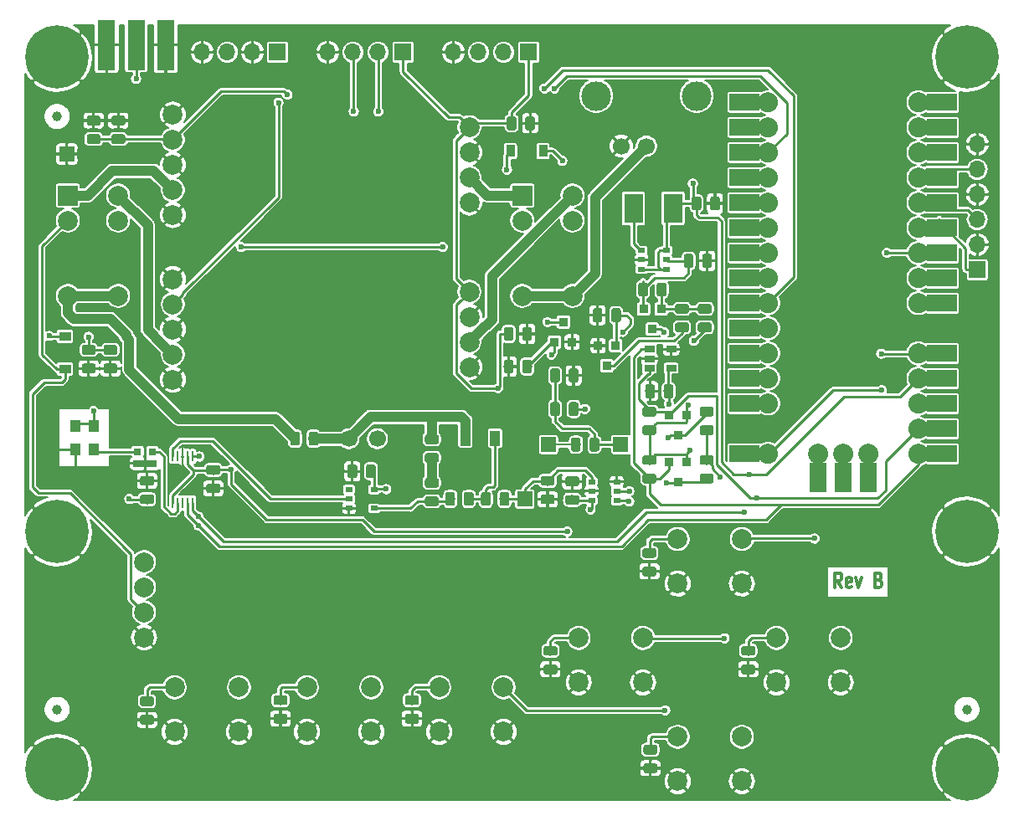
<source format=gtl>
G04 #@! TF.GenerationSoftware,KiCad,Pcbnew,5.1.4-e60b266~84~ubuntu18.04.1*
G04 #@! TF.CreationDate,2019-09-19T09:23:29-07:00*
G04 #@! TF.ProjectId,OpenBeacon2,4f70656e-4265-4616-936f-6e322e6b6963,B*
G04 #@! TF.SameCoordinates,Original*
G04 #@! TF.FileFunction,Copper,L1,Top*
G04 #@! TF.FilePolarity,Positive*
%FSLAX46Y46*%
G04 Gerber Fmt 4.6, Leading zero omitted, Abs format (unit mm)*
G04 Created by KiCad (PCBNEW 5.1.4-e60b266~84~ubuntu18.04.1) date 2019-09-19 09:23:29*
%MOMM*%
%LPD*%
G04 APERTURE LIST*
%ADD10C,0.300000*%
%ADD11C,1.000000*%
%ADD12C,2.000000*%
%ADD13C,0.100000*%
%ADD14R,1.000760X1.501140*%
%ADD15C,6.400000*%
%ADD16C,0.800000*%
%ADD17C,1.700000*%
%ADD18C,2.999740*%
%ADD19R,1.900000X3.000000*%
%ADD20C,0.975000*%
%ADD21O,1.700000X1.700000*%
%ADD22R,1.700000X1.700000*%
%ADD23R,1.200000X0.900000*%
%ADD24R,0.900000X1.200000*%
%ADD25R,2.400000X0.700000*%
%ADD26R,0.800000X0.700000*%
%ADD27R,0.914400X0.914400*%
%ADD28R,1.060000X0.650000*%
%ADD29R,2.000000X2.000000*%
%ADD30R,1.800000X5.080000*%
%ADD31C,0.300000*%
%ADD32R,0.762000X0.508000*%
%ADD33R,1.100000X1.300000*%
%ADD34R,0.250000X1.100000*%
%ADD35R,1.500000X1.500000*%
%ADD36C,0.600000*%
%ADD37C,0.250000*%
%ADD38C,1.000000*%
%ADD39C,0.200000*%
G04 APERTURE END LIST*
D10*
X183342857Y-107678571D02*
X182942857Y-106964285D01*
X182657142Y-107678571D02*
X182657142Y-106178571D01*
X183114285Y-106178571D01*
X183228571Y-106250000D01*
X183285714Y-106321428D01*
X183342857Y-106464285D01*
X183342857Y-106678571D01*
X183285714Y-106821428D01*
X183228571Y-106892857D01*
X183114285Y-106964285D01*
X182657142Y-106964285D01*
X184314285Y-107607142D02*
X184200000Y-107678571D01*
X183971428Y-107678571D01*
X183857142Y-107607142D01*
X183800000Y-107464285D01*
X183800000Y-106892857D01*
X183857142Y-106750000D01*
X183971428Y-106678571D01*
X184200000Y-106678571D01*
X184314285Y-106750000D01*
X184371428Y-106892857D01*
X184371428Y-107035714D01*
X183800000Y-107178571D01*
X184771428Y-106678571D02*
X185057142Y-107678571D01*
X185342857Y-106678571D01*
X187114285Y-106892857D02*
X187285714Y-106964285D01*
X187342857Y-107035714D01*
X187400000Y-107178571D01*
X187400000Y-107392857D01*
X187342857Y-107535714D01*
X187285714Y-107607142D01*
X187171428Y-107678571D01*
X186714285Y-107678571D01*
X186714285Y-106178571D01*
X187114285Y-106178571D01*
X187228571Y-106250000D01*
X187285714Y-106321428D01*
X187342857Y-106464285D01*
X187342857Y-106607142D01*
X187285714Y-106750000D01*
X187228571Y-106821428D01*
X187114285Y-106892857D01*
X186714285Y-106892857D01*
D11*
X104000000Y-60000000D03*
X196000000Y-120000000D03*
D12*
X191100000Y-94120000D03*
D13*
G36*
X190953270Y-95109177D02*
G01*
X190857020Y-95090031D01*
X190763110Y-95061544D01*
X190672445Y-95023989D01*
X190585897Y-94977729D01*
X190504301Y-94923208D01*
X190428441Y-94860951D01*
X190359049Y-94791559D01*
X190296792Y-94715699D01*
X190242271Y-94634103D01*
X190196011Y-94547555D01*
X190158456Y-94456890D01*
X190129969Y-94362980D01*
X190110823Y-94266730D01*
X190101205Y-94169068D01*
X190101205Y-94070932D01*
X190110823Y-93973270D01*
X190129969Y-93877020D01*
X190158456Y-93783110D01*
X190196011Y-93692445D01*
X190242271Y-93605897D01*
X190296792Y-93524301D01*
X190359049Y-93448441D01*
X190428441Y-93379049D01*
X190504301Y-93316792D01*
X190585897Y-93262271D01*
X190672445Y-93216011D01*
X190763110Y-93178456D01*
X190857020Y-93149969D01*
X190953270Y-93130823D01*
X191050932Y-93121205D01*
X191149068Y-93121205D01*
X191246730Y-93130823D01*
X191342980Y-93149969D01*
X191436890Y-93178456D01*
X191527555Y-93216011D01*
X191614103Y-93262271D01*
X191695699Y-93316792D01*
X191771559Y-93379049D01*
X191840951Y-93448441D01*
X191903208Y-93524301D01*
X191957729Y-93605897D01*
X192000000Y-93684982D01*
X192000000Y-93270000D01*
X195000000Y-93270000D01*
X195000000Y-94970000D01*
X192000000Y-94970000D01*
X192000000Y-94555018D01*
X191957729Y-94634103D01*
X191903208Y-94715699D01*
X191840951Y-94791559D01*
X191771559Y-94860951D01*
X191695699Y-94923208D01*
X191614103Y-94977729D01*
X191527555Y-95023989D01*
X191436890Y-95061544D01*
X191342980Y-95090031D01*
X191246730Y-95109177D01*
X191149068Y-95118795D01*
X191050932Y-95118795D01*
X190953270Y-95109177D01*
X190953270Y-95109177D01*
G37*
D12*
X191100000Y-91580000D03*
D13*
G36*
X190953270Y-92569177D02*
G01*
X190857020Y-92550031D01*
X190763110Y-92521544D01*
X190672445Y-92483989D01*
X190585897Y-92437729D01*
X190504301Y-92383208D01*
X190428441Y-92320951D01*
X190359049Y-92251559D01*
X190296792Y-92175699D01*
X190242271Y-92094103D01*
X190196011Y-92007555D01*
X190158456Y-91916890D01*
X190129969Y-91822980D01*
X190110823Y-91726730D01*
X190101205Y-91629068D01*
X190101205Y-91530932D01*
X190110823Y-91433270D01*
X190129969Y-91337020D01*
X190158456Y-91243110D01*
X190196011Y-91152445D01*
X190242271Y-91065897D01*
X190296792Y-90984301D01*
X190359049Y-90908441D01*
X190428441Y-90839049D01*
X190504301Y-90776792D01*
X190585897Y-90722271D01*
X190672445Y-90676011D01*
X190763110Y-90638456D01*
X190857020Y-90609969D01*
X190953270Y-90590823D01*
X191050932Y-90581205D01*
X191149068Y-90581205D01*
X191246730Y-90590823D01*
X191342980Y-90609969D01*
X191436890Y-90638456D01*
X191527555Y-90676011D01*
X191614103Y-90722271D01*
X191695699Y-90776792D01*
X191771559Y-90839049D01*
X191840951Y-90908441D01*
X191903208Y-90984301D01*
X191957729Y-91065897D01*
X192000000Y-91144982D01*
X192000000Y-90730000D01*
X195000000Y-90730000D01*
X195000000Y-92430000D01*
X192000000Y-92430000D01*
X192000000Y-92015018D01*
X191957729Y-92094103D01*
X191903208Y-92175699D01*
X191840951Y-92251559D01*
X191771559Y-92320951D01*
X191695699Y-92383208D01*
X191614103Y-92437729D01*
X191527555Y-92483989D01*
X191436890Y-92521544D01*
X191342980Y-92550031D01*
X191246730Y-92569177D01*
X191149068Y-92578795D01*
X191050932Y-92578795D01*
X190953270Y-92569177D01*
X190953270Y-92569177D01*
G37*
D12*
X191100000Y-89040000D03*
D13*
G36*
X190953270Y-90029177D02*
G01*
X190857020Y-90010031D01*
X190763110Y-89981544D01*
X190672445Y-89943989D01*
X190585897Y-89897729D01*
X190504301Y-89843208D01*
X190428441Y-89780951D01*
X190359049Y-89711559D01*
X190296792Y-89635699D01*
X190242271Y-89554103D01*
X190196011Y-89467555D01*
X190158456Y-89376890D01*
X190129969Y-89282980D01*
X190110823Y-89186730D01*
X190101205Y-89089068D01*
X190101205Y-88990932D01*
X190110823Y-88893270D01*
X190129969Y-88797020D01*
X190158456Y-88703110D01*
X190196011Y-88612445D01*
X190242271Y-88525897D01*
X190296792Y-88444301D01*
X190359049Y-88368441D01*
X190428441Y-88299049D01*
X190504301Y-88236792D01*
X190585897Y-88182271D01*
X190672445Y-88136011D01*
X190763110Y-88098456D01*
X190857020Y-88069969D01*
X190953270Y-88050823D01*
X191050932Y-88041205D01*
X191149068Y-88041205D01*
X191246730Y-88050823D01*
X191342980Y-88069969D01*
X191436890Y-88098456D01*
X191527555Y-88136011D01*
X191614103Y-88182271D01*
X191695699Y-88236792D01*
X191771559Y-88299049D01*
X191840951Y-88368441D01*
X191903208Y-88444301D01*
X191957729Y-88525897D01*
X192000000Y-88604982D01*
X192000000Y-88190000D01*
X195000000Y-88190000D01*
X195000000Y-89890000D01*
X192000000Y-89890000D01*
X192000000Y-89475018D01*
X191957729Y-89554103D01*
X191903208Y-89635699D01*
X191840951Y-89711559D01*
X191771559Y-89780951D01*
X191695699Y-89843208D01*
X191614103Y-89897729D01*
X191527555Y-89943989D01*
X191436890Y-89981544D01*
X191342980Y-90010031D01*
X191246730Y-90029177D01*
X191149068Y-90038795D01*
X191050932Y-90038795D01*
X190953270Y-90029177D01*
X190953270Y-90029177D01*
G37*
D12*
X191100000Y-86500000D03*
D13*
G36*
X190953270Y-87489177D02*
G01*
X190857020Y-87470031D01*
X190763110Y-87441544D01*
X190672445Y-87403989D01*
X190585897Y-87357729D01*
X190504301Y-87303208D01*
X190428441Y-87240951D01*
X190359049Y-87171559D01*
X190296792Y-87095699D01*
X190242271Y-87014103D01*
X190196011Y-86927555D01*
X190158456Y-86836890D01*
X190129969Y-86742980D01*
X190110823Y-86646730D01*
X190101205Y-86549068D01*
X190101205Y-86450932D01*
X190110823Y-86353270D01*
X190129969Y-86257020D01*
X190158456Y-86163110D01*
X190196011Y-86072445D01*
X190242271Y-85985897D01*
X190296792Y-85904301D01*
X190359049Y-85828441D01*
X190428441Y-85759049D01*
X190504301Y-85696792D01*
X190585897Y-85642271D01*
X190672445Y-85596011D01*
X190763110Y-85558456D01*
X190857020Y-85529969D01*
X190953270Y-85510823D01*
X191050932Y-85501205D01*
X191149068Y-85501205D01*
X191246730Y-85510823D01*
X191342980Y-85529969D01*
X191436890Y-85558456D01*
X191527555Y-85596011D01*
X191614103Y-85642271D01*
X191695699Y-85696792D01*
X191771559Y-85759049D01*
X191840951Y-85828441D01*
X191903208Y-85904301D01*
X191957729Y-85985897D01*
X192000000Y-86064982D01*
X192000000Y-85650000D01*
X195000000Y-85650000D01*
X195000000Y-87350000D01*
X192000000Y-87350000D01*
X192000000Y-86935018D01*
X191957729Y-87014103D01*
X191903208Y-87095699D01*
X191840951Y-87171559D01*
X191771559Y-87240951D01*
X191695699Y-87303208D01*
X191614103Y-87357729D01*
X191527555Y-87403989D01*
X191436890Y-87441544D01*
X191342980Y-87470031D01*
X191246730Y-87489177D01*
X191149068Y-87498795D01*
X191050932Y-87498795D01*
X190953270Y-87489177D01*
X190953270Y-87489177D01*
G37*
D12*
X191100000Y-83960000D03*
D13*
G36*
X190953270Y-84949177D02*
G01*
X190857020Y-84930031D01*
X190763110Y-84901544D01*
X190672445Y-84863989D01*
X190585897Y-84817729D01*
X190504301Y-84763208D01*
X190428441Y-84700951D01*
X190359049Y-84631559D01*
X190296792Y-84555699D01*
X190242271Y-84474103D01*
X190196011Y-84387555D01*
X190158456Y-84296890D01*
X190129969Y-84202980D01*
X190110823Y-84106730D01*
X190101205Y-84009068D01*
X190101205Y-83910932D01*
X190110823Y-83813270D01*
X190129969Y-83717020D01*
X190158456Y-83623110D01*
X190196011Y-83532445D01*
X190242271Y-83445897D01*
X190296792Y-83364301D01*
X190359049Y-83288441D01*
X190428441Y-83219049D01*
X190504301Y-83156792D01*
X190585897Y-83102271D01*
X190672445Y-83056011D01*
X190763110Y-83018456D01*
X190857020Y-82989969D01*
X190953270Y-82970823D01*
X191050932Y-82961205D01*
X191149068Y-82961205D01*
X191246730Y-82970823D01*
X191342980Y-82989969D01*
X191436890Y-83018456D01*
X191527555Y-83056011D01*
X191614103Y-83102271D01*
X191695699Y-83156792D01*
X191771559Y-83219049D01*
X191840951Y-83288441D01*
X191903208Y-83364301D01*
X191957729Y-83445897D01*
X192000000Y-83524982D01*
X192000000Y-83110000D01*
X195000000Y-83110000D01*
X195000000Y-84810000D01*
X192000000Y-84810000D01*
X192000000Y-84395018D01*
X191957729Y-84474103D01*
X191903208Y-84555699D01*
X191840951Y-84631559D01*
X191771559Y-84700951D01*
X191695699Y-84763208D01*
X191614103Y-84817729D01*
X191527555Y-84863989D01*
X191436890Y-84901544D01*
X191342980Y-84930031D01*
X191246730Y-84949177D01*
X191149068Y-84958795D01*
X191050932Y-84958795D01*
X190953270Y-84949177D01*
X190953270Y-84949177D01*
G37*
D12*
X191100000Y-81420000D03*
D13*
G36*
X190953270Y-82409177D02*
G01*
X190857020Y-82390031D01*
X190763110Y-82361544D01*
X190672445Y-82323989D01*
X190585897Y-82277729D01*
X190504301Y-82223208D01*
X190428441Y-82160951D01*
X190359049Y-82091559D01*
X190296792Y-82015699D01*
X190242271Y-81934103D01*
X190196011Y-81847555D01*
X190158456Y-81756890D01*
X190129969Y-81662980D01*
X190110823Y-81566730D01*
X190101205Y-81469068D01*
X190101205Y-81370932D01*
X190110823Y-81273270D01*
X190129969Y-81177020D01*
X190158456Y-81083110D01*
X190196011Y-80992445D01*
X190242271Y-80905897D01*
X190296792Y-80824301D01*
X190359049Y-80748441D01*
X190428441Y-80679049D01*
X190504301Y-80616792D01*
X190585897Y-80562271D01*
X190672445Y-80516011D01*
X190763110Y-80478456D01*
X190857020Y-80449969D01*
X190953270Y-80430823D01*
X191050932Y-80421205D01*
X191149068Y-80421205D01*
X191246730Y-80430823D01*
X191342980Y-80449969D01*
X191436890Y-80478456D01*
X191527555Y-80516011D01*
X191614103Y-80562271D01*
X191695699Y-80616792D01*
X191771559Y-80679049D01*
X191840951Y-80748441D01*
X191903208Y-80824301D01*
X191957729Y-80905897D01*
X192000000Y-80984982D01*
X192000000Y-80570000D01*
X195000000Y-80570000D01*
X195000000Y-82270000D01*
X192000000Y-82270000D01*
X192000000Y-81855018D01*
X191957729Y-81934103D01*
X191903208Y-82015699D01*
X191840951Y-82091559D01*
X191771559Y-82160951D01*
X191695699Y-82223208D01*
X191614103Y-82277729D01*
X191527555Y-82323989D01*
X191436890Y-82361544D01*
X191342980Y-82390031D01*
X191246730Y-82409177D01*
X191149068Y-82418795D01*
X191050932Y-82418795D01*
X190953270Y-82409177D01*
X190953270Y-82409177D01*
G37*
D12*
X191100000Y-78880000D03*
D13*
G36*
X190953270Y-79869177D02*
G01*
X190857020Y-79850031D01*
X190763110Y-79821544D01*
X190672445Y-79783989D01*
X190585897Y-79737729D01*
X190504301Y-79683208D01*
X190428441Y-79620951D01*
X190359049Y-79551559D01*
X190296792Y-79475699D01*
X190242271Y-79394103D01*
X190196011Y-79307555D01*
X190158456Y-79216890D01*
X190129969Y-79122980D01*
X190110823Y-79026730D01*
X190101205Y-78929068D01*
X190101205Y-78830932D01*
X190110823Y-78733270D01*
X190129969Y-78637020D01*
X190158456Y-78543110D01*
X190196011Y-78452445D01*
X190242271Y-78365897D01*
X190296792Y-78284301D01*
X190359049Y-78208441D01*
X190428441Y-78139049D01*
X190504301Y-78076792D01*
X190585897Y-78022271D01*
X190672445Y-77976011D01*
X190763110Y-77938456D01*
X190857020Y-77909969D01*
X190953270Y-77890823D01*
X191050932Y-77881205D01*
X191149068Y-77881205D01*
X191246730Y-77890823D01*
X191342980Y-77909969D01*
X191436890Y-77938456D01*
X191527555Y-77976011D01*
X191614103Y-78022271D01*
X191695699Y-78076792D01*
X191771559Y-78139049D01*
X191840951Y-78208441D01*
X191903208Y-78284301D01*
X191957729Y-78365897D01*
X192000000Y-78444982D01*
X192000000Y-78030000D01*
X195000000Y-78030000D01*
X195000000Y-79730000D01*
X192000000Y-79730000D01*
X192000000Y-79315018D01*
X191957729Y-79394103D01*
X191903208Y-79475699D01*
X191840951Y-79551559D01*
X191771559Y-79620951D01*
X191695699Y-79683208D01*
X191614103Y-79737729D01*
X191527555Y-79783989D01*
X191436890Y-79821544D01*
X191342980Y-79850031D01*
X191246730Y-79869177D01*
X191149068Y-79878795D01*
X191050932Y-79878795D01*
X190953270Y-79869177D01*
X190953270Y-79869177D01*
G37*
D12*
X191100000Y-76340000D03*
D13*
G36*
X190953270Y-77329177D02*
G01*
X190857020Y-77310031D01*
X190763110Y-77281544D01*
X190672445Y-77243989D01*
X190585897Y-77197729D01*
X190504301Y-77143208D01*
X190428441Y-77080951D01*
X190359049Y-77011559D01*
X190296792Y-76935699D01*
X190242271Y-76854103D01*
X190196011Y-76767555D01*
X190158456Y-76676890D01*
X190129969Y-76582980D01*
X190110823Y-76486730D01*
X190101205Y-76389068D01*
X190101205Y-76290932D01*
X190110823Y-76193270D01*
X190129969Y-76097020D01*
X190158456Y-76003110D01*
X190196011Y-75912445D01*
X190242271Y-75825897D01*
X190296792Y-75744301D01*
X190359049Y-75668441D01*
X190428441Y-75599049D01*
X190504301Y-75536792D01*
X190585897Y-75482271D01*
X190672445Y-75436011D01*
X190763110Y-75398456D01*
X190857020Y-75369969D01*
X190953270Y-75350823D01*
X191050932Y-75341205D01*
X191149068Y-75341205D01*
X191246730Y-75350823D01*
X191342980Y-75369969D01*
X191436890Y-75398456D01*
X191527555Y-75436011D01*
X191614103Y-75482271D01*
X191695699Y-75536792D01*
X191771559Y-75599049D01*
X191840951Y-75668441D01*
X191903208Y-75744301D01*
X191957729Y-75825897D01*
X192000000Y-75904982D01*
X192000000Y-75490000D01*
X195000000Y-75490000D01*
X195000000Y-77190000D01*
X192000000Y-77190000D01*
X192000000Y-76775018D01*
X191957729Y-76854103D01*
X191903208Y-76935699D01*
X191840951Y-77011559D01*
X191771559Y-77080951D01*
X191695699Y-77143208D01*
X191614103Y-77197729D01*
X191527555Y-77243989D01*
X191436890Y-77281544D01*
X191342980Y-77310031D01*
X191246730Y-77329177D01*
X191149068Y-77338795D01*
X191050932Y-77338795D01*
X190953270Y-77329177D01*
X190953270Y-77329177D01*
G37*
D12*
X191100000Y-73800000D03*
D13*
G36*
X190953270Y-74789177D02*
G01*
X190857020Y-74770031D01*
X190763110Y-74741544D01*
X190672445Y-74703989D01*
X190585897Y-74657729D01*
X190504301Y-74603208D01*
X190428441Y-74540951D01*
X190359049Y-74471559D01*
X190296792Y-74395699D01*
X190242271Y-74314103D01*
X190196011Y-74227555D01*
X190158456Y-74136890D01*
X190129969Y-74042980D01*
X190110823Y-73946730D01*
X190101205Y-73849068D01*
X190101205Y-73750932D01*
X190110823Y-73653270D01*
X190129969Y-73557020D01*
X190158456Y-73463110D01*
X190196011Y-73372445D01*
X190242271Y-73285897D01*
X190296792Y-73204301D01*
X190359049Y-73128441D01*
X190428441Y-73059049D01*
X190504301Y-72996792D01*
X190585897Y-72942271D01*
X190672445Y-72896011D01*
X190763110Y-72858456D01*
X190857020Y-72829969D01*
X190953270Y-72810823D01*
X191050932Y-72801205D01*
X191149068Y-72801205D01*
X191246730Y-72810823D01*
X191342980Y-72829969D01*
X191436890Y-72858456D01*
X191527555Y-72896011D01*
X191614103Y-72942271D01*
X191695699Y-72996792D01*
X191771559Y-73059049D01*
X191840951Y-73128441D01*
X191903208Y-73204301D01*
X191957729Y-73285897D01*
X192000000Y-73364982D01*
X192000000Y-72950000D01*
X195000000Y-72950000D01*
X195000000Y-74650000D01*
X192000000Y-74650000D01*
X192000000Y-74235018D01*
X191957729Y-74314103D01*
X191903208Y-74395699D01*
X191840951Y-74471559D01*
X191771559Y-74540951D01*
X191695699Y-74603208D01*
X191614103Y-74657729D01*
X191527555Y-74703989D01*
X191436890Y-74741544D01*
X191342980Y-74770031D01*
X191246730Y-74789177D01*
X191149068Y-74798795D01*
X191050932Y-74798795D01*
X190953270Y-74789177D01*
X190953270Y-74789177D01*
G37*
D12*
X191100000Y-71260000D03*
D13*
G36*
X190953270Y-72249177D02*
G01*
X190857020Y-72230031D01*
X190763110Y-72201544D01*
X190672445Y-72163989D01*
X190585897Y-72117729D01*
X190504301Y-72063208D01*
X190428441Y-72000951D01*
X190359049Y-71931559D01*
X190296792Y-71855699D01*
X190242271Y-71774103D01*
X190196011Y-71687555D01*
X190158456Y-71596890D01*
X190129969Y-71502980D01*
X190110823Y-71406730D01*
X190101205Y-71309068D01*
X190101205Y-71210932D01*
X190110823Y-71113270D01*
X190129969Y-71017020D01*
X190158456Y-70923110D01*
X190196011Y-70832445D01*
X190242271Y-70745897D01*
X190296792Y-70664301D01*
X190359049Y-70588441D01*
X190428441Y-70519049D01*
X190504301Y-70456792D01*
X190585897Y-70402271D01*
X190672445Y-70356011D01*
X190763110Y-70318456D01*
X190857020Y-70289969D01*
X190953270Y-70270823D01*
X191050932Y-70261205D01*
X191149068Y-70261205D01*
X191246730Y-70270823D01*
X191342980Y-70289969D01*
X191436890Y-70318456D01*
X191527555Y-70356011D01*
X191614103Y-70402271D01*
X191695699Y-70456792D01*
X191771559Y-70519049D01*
X191840951Y-70588441D01*
X191903208Y-70664301D01*
X191957729Y-70745897D01*
X192000000Y-70824982D01*
X192000000Y-70410000D01*
X195000000Y-70410000D01*
X195000000Y-72110000D01*
X192000000Y-72110000D01*
X192000000Y-71695018D01*
X191957729Y-71774103D01*
X191903208Y-71855699D01*
X191840951Y-71931559D01*
X191771559Y-72000951D01*
X191695699Y-72063208D01*
X191614103Y-72117729D01*
X191527555Y-72163989D01*
X191436890Y-72201544D01*
X191342980Y-72230031D01*
X191246730Y-72249177D01*
X191149068Y-72258795D01*
X191050932Y-72258795D01*
X190953270Y-72249177D01*
X190953270Y-72249177D01*
G37*
D12*
X191100000Y-68720000D03*
D13*
G36*
X190953270Y-69709177D02*
G01*
X190857020Y-69690031D01*
X190763110Y-69661544D01*
X190672445Y-69623989D01*
X190585897Y-69577729D01*
X190504301Y-69523208D01*
X190428441Y-69460951D01*
X190359049Y-69391559D01*
X190296792Y-69315699D01*
X190242271Y-69234103D01*
X190196011Y-69147555D01*
X190158456Y-69056890D01*
X190129969Y-68962980D01*
X190110823Y-68866730D01*
X190101205Y-68769068D01*
X190101205Y-68670932D01*
X190110823Y-68573270D01*
X190129969Y-68477020D01*
X190158456Y-68383110D01*
X190196011Y-68292445D01*
X190242271Y-68205897D01*
X190296792Y-68124301D01*
X190359049Y-68048441D01*
X190428441Y-67979049D01*
X190504301Y-67916792D01*
X190585897Y-67862271D01*
X190672445Y-67816011D01*
X190763110Y-67778456D01*
X190857020Y-67749969D01*
X190953270Y-67730823D01*
X191050932Y-67721205D01*
X191149068Y-67721205D01*
X191246730Y-67730823D01*
X191342980Y-67749969D01*
X191436890Y-67778456D01*
X191527555Y-67816011D01*
X191614103Y-67862271D01*
X191695699Y-67916792D01*
X191771559Y-67979049D01*
X191840951Y-68048441D01*
X191903208Y-68124301D01*
X191957729Y-68205897D01*
X192000000Y-68284982D01*
X192000000Y-67870000D01*
X195000000Y-67870000D01*
X195000000Y-69570000D01*
X192000000Y-69570000D01*
X192000000Y-69155018D01*
X191957729Y-69234103D01*
X191903208Y-69315699D01*
X191840951Y-69391559D01*
X191771559Y-69460951D01*
X191695699Y-69523208D01*
X191614103Y-69577729D01*
X191527555Y-69623989D01*
X191436890Y-69661544D01*
X191342980Y-69690031D01*
X191246730Y-69709177D01*
X191149068Y-69718795D01*
X191050932Y-69718795D01*
X190953270Y-69709177D01*
X190953270Y-69709177D01*
G37*
D12*
X191100000Y-66180000D03*
D13*
G36*
X190953270Y-67169177D02*
G01*
X190857020Y-67150031D01*
X190763110Y-67121544D01*
X190672445Y-67083989D01*
X190585897Y-67037729D01*
X190504301Y-66983208D01*
X190428441Y-66920951D01*
X190359049Y-66851559D01*
X190296792Y-66775699D01*
X190242271Y-66694103D01*
X190196011Y-66607555D01*
X190158456Y-66516890D01*
X190129969Y-66422980D01*
X190110823Y-66326730D01*
X190101205Y-66229068D01*
X190101205Y-66130932D01*
X190110823Y-66033270D01*
X190129969Y-65937020D01*
X190158456Y-65843110D01*
X190196011Y-65752445D01*
X190242271Y-65665897D01*
X190296792Y-65584301D01*
X190359049Y-65508441D01*
X190428441Y-65439049D01*
X190504301Y-65376792D01*
X190585897Y-65322271D01*
X190672445Y-65276011D01*
X190763110Y-65238456D01*
X190857020Y-65209969D01*
X190953270Y-65190823D01*
X191050932Y-65181205D01*
X191149068Y-65181205D01*
X191246730Y-65190823D01*
X191342980Y-65209969D01*
X191436890Y-65238456D01*
X191527555Y-65276011D01*
X191614103Y-65322271D01*
X191695699Y-65376792D01*
X191771559Y-65439049D01*
X191840951Y-65508441D01*
X191903208Y-65584301D01*
X191957729Y-65665897D01*
X192000000Y-65744982D01*
X192000000Y-65330000D01*
X195000000Y-65330000D01*
X195000000Y-67030000D01*
X192000000Y-67030000D01*
X192000000Y-66615018D01*
X191957729Y-66694103D01*
X191903208Y-66775699D01*
X191840951Y-66851559D01*
X191771559Y-66920951D01*
X191695699Y-66983208D01*
X191614103Y-67037729D01*
X191527555Y-67083989D01*
X191436890Y-67121544D01*
X191342980Y-67150031D01*
X191246730Y-67169177D01*
X191149068Y-67178795D01*
X191050932Y-67178795D01*
X190953270Y-67169177D01*
X190953270Y-67169177D01*
G37*
D12*
X191100000Y-63640000D03*
D13*
G36*
X190953270Y-64629177D02*
G01*
X190857020Y-64610031D01*
X190763110Y-64581544D01*
X190672445Y-64543989D01*
X190585897Y-64497729D01*
X190504301Y-64443208D01*
X190428441Y-64380951D01*
X190359049Y-64311559D01*
X190296792Y-64235699D01*
X190242271Y-64154103D01*
X190196011Y-64067555D01*
X190158456Y-63976890D01*
X190129969Y-63882980D01*
X190110823Y-63786730D01*
X190101205Y-63689068D01*
X190101205Y-63590932D01*
X190110823Y-63493270D01*
X190129969Y-63397020D01*
X190158456Y-63303110D01*
X190196011Y-63212445D01*
X190242271Y-63125897D01*
X190296792Y-63044301D01*
X190359049Y-62968441D01*
X190428441Y-62899049D01*
X190504301Y-62836792D01*
X190585897Y-62782271D01*
X190672445Y-62736011D01*
X190763110Y-62698456D01*
X190857020Y-62669969D01*
X190953270Y-62650823D01*
X191050932Y-62641205D01*
X191149068Y-62641205D01*
X191246730Y-62650823D01*
X191342980Y-62669969D01*
X191436890Y-62698456D01*
X191527555Y-62736011D01*
X191614103Y-62782271D01*
X191695699Y-62836792D01*
X191771559Y-62899049D01*
X191840951Y-62968441D01*
X191903208Y-63044301D01*
X191957729Y-63125897D01*
X192000000Y-63204982D01*
X192000000Y-62790000D01*
X195000000Y-62790000D01*
X195000000Y-64490000D01*
X192000000Y-64490000D01*
X192000000Y-64075018D01*
X191957729Y-64154103D01*
X191903208Y-64235699D01*
X191840951Y-64311559D01*
X191771559Y-64380951D01*
X191695699Y-64443208D01*
X191614103Y-64497729D01*
X191527555Y-64543989D01*
X191436890Y-64581544D01*
X191342980Y-64610031D01*
X191246730Y-64629177D01*
X191149068Y-64638795D01*
X191050932Y-64638795D01*
X190953270Y-64629177D01*
X190953270Y-64629177D01*
G37*
D12*
X191100000Y-61100000D03*
D13*
G36*
X190953270Y-62089177D02*
G01*
X190857020Y-62070031D01*
X190763110Y-62041544D01*
X190672445Y-62003989D01*
X190585897Y-61957729D01*
X190504301Y-61903208D01*
X190428441Y-61840951D01*
X190359049Y-61771559D01*
X190296792Y-61695699D01*
X190242271Y-61614103D01*
X190196011Y-61527555D01*
X190158456Y-61436890D01*
X190129969Y-61342980D01*
X190110823Y-61246730D01*
X190101205Y-61149068D01*
X190101205Y-61050932D01*
X190110823Y-60953270D01*
X190129969Y-60857020D01*
X190158456Y-60763110D01*
X190196011Y-60672445D01*
X190242271Y-60585897D01*
X190296792Y-60504301D01*
X190359049Y-60428441D01*
X190428441Y-60359049D01*
X190504301Y-60296792D01*
X190585897Y-60242271D01*
X190672445Y-60196011D01*
X190763110Y-60158456D01*
X190857020Y-60129969D01*
X190953270Y-60110823D01*
X191050932Y-60101205D01*
X191149068Y-60101205D01*
X191246730Y-60110823D01*
X191342980Y-60129969D01*
X191436890Y-60158456D01*
X191527555Y-60196011D01*
X191614103Y-60242271D01*
X191695699Y-60296792D01*
X191771559Y-60359049D01*
X191840951Y-60428441D01*
X191903208Y-60504301D01*
X191957729Y-60585897D01*
X192000000Y-60664982D01*
X192000000Y-60250000D01*
X195000000Y-60250000D01*
X195000000Y-61950000D01*
X192000000Y-61950000D01*
X192000000Y-61535018D01*
X191957729Y-61614103D01*
X191903208Y-61695699D01*
X191840951Y-61771559D01*
X191771559Y-61840951D01*
X191695699Y-61903208D01*
X191614103Y-61957729D01*
X191527555Y-62003989D01*
X191436890Y-62041544D01*
X191342980Y-62070031D01*
X191246730Y-62089177D01*
X191149068Y-62098795D01*
X191050932Y-62098795D01*
X190953270Y-62089177D01*
X190953270Y-62089177D01*
G37*
D12*
X191100000Y-58560000D03*
D13*
G36*
X190953270Y-59549177D02*
G01*
X190857020Y-59530031D01*
X190763110Y-59501544D01*
X190672445Y-59463989D01*
X190585897Y-59417729D01*
X190504301Y-59363208D01*
X190428441Y-59300951D01*
X190359049Y-59231559D01*
X190296792Y-59155699D01*
X190242271Y-59074103D01*
X190196011Y-58987555D01*
X190158456Y-58896890D01*
X190129969Y-58802980D01*
X190110823Y-58706730D01*
X190101205Y-58609068D01*
X190101205Y-58510932D01*
X190110823Y-58413270D01*
X190129969Y-58317020D01*
X190158456Y-58223110D01*
X190196011Y-58132445D01*
X190242271Y-58045897D01*
X190296792Y-57964301D01*
X190359049Y-57888441D01*
X190428441Y-57819049D01*
X190504301Y-57756792D01*
X190585897Y-57702271D01*
X190672445Y-57656011D01*
X190763110Y-57618456D01*
X190857020Y-57589969D01*
X190953270Y-57570823D01*
X191050932Y-57561205D01*
X191149068Y-57561205D01*
X191246730Y-57570823D01*
X191342980Y-57589969D01*
X191436890Y-57618456D01*
X191527555Y-57656011D01*
X191614103Y-57702271D01*
X191695699Y-57756792D01*
X191771559Y-57819049D01*
X191840951Y-57888441D01*
X191903208Y-57964301D01*
X191957729Y-58045897D01*
X192000000Y-58124982D01*
X192000000Y-57710000D01*
X195000000Y-57710000D01*
X195000000Y-59410000D01*
X192000000Y-59410000D01*
X192000000Y-58995018D01*
X191957729Y-59074103D01*
X191903208Y-59155699D01*
X191840951Y-59231559D01*
X191771559Y-59300951D01*
X191695699Y-59363208D01*
X191614103Y-59417729D01*
X191527555Y-59463989D01*
X191436890Y-59501544D01*
X191342980Y-59530031D01*
X191246730Y-59549177D01*
X191149068Y-59558795D01*
X191050932Y-59558795D01*
X190953270Y-59549177D01*
X190953270Y-59549177D01*
G37*
D12*
X175900000Y-58560000D03*
D13*
G36*
X176046730Y-57570823D02*
G01*
X176142980Y-57589969D01*
X176236890Y-57618456D01*
X176327555Y-57656011D01*
X176414103Y-57702271D01*
X176495699Y-57756792D01*
X176571559Y-57819049D01*
X176640951Y-57888441D01*
X176703208Y-57964301D01*
X176757729Y-58045897D01*
X176803989Y-58132445D01*
X176841544Y-58223110D01*
X176870031Y-58317020D01*
X176889177Y-58413270D01*
X176898795Y-58510932D01*
X176898795Y-58609068D01*
X176889177Y-58706730D01*
X176870031Y-58802980D01*
X176841544Y-58896890D01*
X176803989Y-58987555D01*
X176757729Y-59074103D01*
X176703208Y-59155699D01*
X176640951Y-59231559D01*
X176571559Y-59300951D01*
X176495699Y-59363208D01*
X176414103Y-59417729D01*
X176327555Y-59463989D01*
X176236890Y-59501544D01*
X176142980Y-59530031D01*
X176046730Y-59549177D01*
X175949068Y-59558795D01*
X175850932Y-59558795D01*
X175753270Y-59549177D01*
X175657020Y-59530031D01*
X175563110Y-59501544D01*
X175472445Y-59463989D01*
X175385897Y-59417729D01*
X175304301Y-59363208D01*
X175228441Y-59300951D01*
X175159049Y-59231559D01*
X175096792Y-59155699D01*
X175042271Y-59074103D01*
X175000000Y-58995018D01*
X175000000Y-59410000D01*
X172000000Y-59410000D01*
X172000000Y-57710000D01*
X175000000Y-57710000D01*
X175000000Y-58124982D01*
X175042271Y-58045897D01*
X175096792Y-57964301D01*
X175159049Y-57888441D01*
X175228441Y-57819049D01*
X175304301Y-57756792D01*
X175385897Y-57702271D01*
X175472445Y-57656011D01*
X175563110Y-57618456D01*
X175657020Y-57589969D01*
X175753270Y-57570823D01*
X175850932Y-57561205D01*
X175949068Y-57561205D01*
X176046730Y-57570823D01*
X176046730Y-57570823D01*
G37*
D12*
X175900000Y-61100000D03*
D13*
G36*
X176046730Y-60110823D02*
G01*
X176142980Y-60129969D01*
X176236890Y-60158456D01*
X176327555Y-60196011D01*
X176414103Y-60242271D01*
X176495699Y-60296792D01*
X176571559Y-60359049D01*
X176640951Y-60428441D01*
X176703208Y-60504301D01*
X176757729Y-60585897D01*
X176803989Y-60672445D01*
X176841544Y-60763110D01*
X176870031Y-60857020D01*
X176889177Y-60953270D01*
X176898795Y-61050932D01*
X176898795Y-61149068D01*
X176889177Y-61246730D01*
X176870031Y-61342980D01*
X176841544Y-61436890D01*
X176803989Y-61527555D01*
X176757729Y-61614103D01*
X176703208Y-61695699D01*
X176640951Y-61771559D01*
X176571559Y-61840951D01*
X176495699Y-61903208D01*
X176414103Y-61957729D01*
X176327555Y-62003989D01*
X176236890Y-62041544D01*
X176142980Y-62070031D01*
X176046730Y-62089177D01*
X175949068Y-62098795D01*
X175850932Y-62098795D01*
X175753270Y-62089177D01*
X175657020Y-62070031D01*
X175563110Y-62041544D01*
X175472445Y-62003989D01*
X175385897Y-61957729D01*
X175304301Y-61903208D01*
X175228441Y-61840951D01*
X175159049Y-61771559D01*
X175096792Y-61695699D01*
X175042271Y-61614103D01*
X175000000Y-61535018D01*
X175000000Y-61950000D01*
X172000000Y-61950000D01*
X172000000Y-60250000D01*
X175000000Y-60250000D01*
X175000000Y-60664982D01*
X175042271Y-60585897D01*
X175096792Y-60504301D01*
X175159049Y-60428441D01*
X175228441Y-60359049D01*
X175304301Y-60296792D01*
X175385897Y-60242271D01*
X175472445Y-60196011D01*
X175563110Y-60158456D01*
X175657020Y-60129969D01*
X175753270Y-60110823D01*
X175850932Y-60101205D01*
X175949068Y-60101205D01*
X176046730Y-60110823D01*
X176046730Y-60110823D01*
G37*
D12*
X175900000Y-63640000D03*
D13*
G36*
X176046730Y-62650823D02*
G01*
X176142980Y-62669969D01*
X176236890Y-62698456D01*
X176327555Y-62736011D01*
X176414103Y-62782271D01*
X176495699Y-62836792D01*
X176571559Y-62899049D01*
X176640951Y-62968441D01*
X176703208Y-63044301D01*
X176757729Y-63125897D01*
X176803989Y-63212445D01*
X176841544Y-63303110D01*
X176870031Y-63397020D01*
X176889177Y-63493270D01*
X176898795Y-63590932D01*
X176898795Y-63689068D01*
X176889177Y-63786730D01*
X176870031Y-63882980D01*
X176841544Y-63976890D01*
X176803989Y-64067555D01*
X176757729Y-64154103D01*
X176703208Y-64235699D01*
X176640951Y-64311559D01*
X176571559Y-64380951D01*
X176495699Y-64443208D01*
X176414103Y-64497729D01*
X176327555Y-64543989D01*
X176236890Y-64581544D01*
X176142980Y-64610031D01*
X176046730Y-64629177D01*
X175949068Y-64638795D01*
X175850932Y-64638795D01*
X175753270Y-64629177D01*
X175657020Y-64610031D01*
X175563110Y-64581544D01*
X175472445Y-64543989D01*
X175385897Y-64497729D01*
X175304301Y-64443208D01*
X175228441Y-64380951D01*
X175159049Y-64311559D01*
X175096792Y-64235699D01*
X175042271Y-64154103D01*
X175000000Y-64075018D01*
X175000000Y-64490000D01*
X172000000Y-64490000D01*
X172000000Y-62790000D01*
X175000000Y-62790000D01*
X175000000Y-63204982D01*
X175042271Y-63125897D01*
X175096792Y-63044301D01*
X175159049Y-62968441D01*
X175228441Y-62899049D01*
X175304301Y-62836792D01*
X175385897Y-62782271D01*
X175472445Y-62736011D01*
X175563110Y-62698456D01*
X175657020Y-62669969D01*
X175753270Y-62650823D01*
X175850932Y-62641205D01*
X175949068Y-62641205D01*
X176046730Y-62650823D01*
X176046730Y-62650823D01*
G37*
D12*
X175900000Y-66180000D03*
D13*
G36*
X176046730Y-65190823D02*
G01*
X176142980Y-65209969D01*
X176236890Y-65238456D01*
X176327555Y-65276011D01*
X176414103Y-65322271D01*
X176495699Y-65376792D01*
X176571559Y-65439049D01*
X176640951Y-65508441D01*
X176703208Y-65584301D01*
X176757729Y-65665897D01*
X176803989Y-65752445D01*
X176841544Y-65843110D01*
X176870031Y-65937020D01*
X176889177Y-66033270D01*
X176898795Y-66130932D01*
X176898795Y-66229068D01*
X176889177Y-66326730D01*
X176870031Y-66422980D01*
X176841544Y-66516890D01*
X176803989Y-66607555D01*
X176757729Y-66694103D01*
X176703208Y-66775699D01*
X176640951Y-66851559D01*
X176571559Y-66920951D01*
X176495699Y-66983208D01*
X176414103Y-67037729D01*
X176327555Y-67083989D01*
X176236890Y-67121544D01*
X176142980Y-67150031D01*
X176046730Y-67169177D01*
X175949068Y-67178795D01*
X175850932Y-67178795D01*
X175753270Y-67169177D01*
X175657020Y-67150031D01*
X175563110Y-67121544D01*
X175472445Y-67083989D01*
X175385897Y-67037729D01*
X175304301Y-66983208D01*
X175228441Y-66920951D01*
X175159049Y-66851559D01*
X175096792Y-66775699D01*
X175042271Y-66694103D01*
X175000000Y-66615018D01*
X175000000Y-67030000D01*
X172000000Y-67030000D01*
X172000000Y-65330000D01*
X175000000Y-65330000D01*
X175000000Y-65744982D01*
X175042271Y-65665897D01*
X175096792Y-65584301D01*
X175159049Y-65508441D01*
X175228441Y-65439049D01*
X175304301Y-65376792D01*
X175385897Y-65322271D01*
X175472445Y-65276011D01*
X175563110Y-65238456D01*
X175657020Y-65209969D01*
X175753270Y-65190823D01*
X175850932Y-65181205D01*
X175949068Y-65181205D01*
X176046730Y-65190823D01*
X176046730Y-65190823D01*
G37*
D12*
X175900000Y-68720000D03*
D13*
G36*
X176046730Y-67730823D02*
G01*
X176142980Y-67749969D01*
X176236890Y-67778456D01*
X176327555Y-67816011D01*
X176414103Y-67862271D01*
X176495699Y-67916792D01*
X176571559Y-67979049D01*
X176640951Y-68048441D01*
X176703208Y-68124301D01*
X176757729Y-68205897D01*
X176803989Y-68292445D01*
X176841544Y-68383110D01*
X176870031Y-68477020D01*
X176889177Y-68573270D01*
X176898795Y-68670932D01*
X176898795Y-68769068D01*
X176889177Y-68866730D01*
X176870031Y-68962980D01*
X176841544Y-69056890D01*
X176803989Y-69147555D01*
X176757729Y-69234103D01*
X176703208Y-69315699D01*
X176640951Y-69391559D01*
X176571559Y-69460951D01*
X176495699Y-69523208D01*
X176414103Y-69577729D01*
X176327555Y-69623989D01*
X176236890Y-69661544D01*
X176142980Y-69690031D01*
X176046730Y-69709177D01*
X175949068Y-69718795D01*
X175850932Y-69718795D01*
X175753270Y-69709177D01*
X175657020Y-69690031D01*
X175563110Y-69661544D01*
X175472445Y-69623989D01*
X175385897Y-69577729D01*
X175304301Y-69523208D01*
X175228441Y-69460951D01*
X175159049Y-69391559D01*
X175096792Y-69315699D01*
X175042271Y-69234103D01*
X175000000Y-69155018D01*
X175000000Y-69570000D01*
X172000000Y-69570000D01*
X172000000Y-67870000D01*
X175000000Y-67870000D01*
X175000000Y-68284982D01*
X175042271Y-68205897D01*
X175096792Y-68124301D01*
X175159049Y-68048441D01*
X175228441Y-67979049D01*
X175304301Y-67916792D01*
X175385897Y-67862271D01*
X175472445Y-67816011D01*
X175563110Y-67778456D01*
X175657020Y-67749969D01*
X175753270Y-67730823D01*
X175850932Y-67721205D01*
X175949068Y-67721205D01*
X176046730Y-67730823D01*
X176046730Y-67730823D01*
G37*
D12*
X175900000Y-71260000D03*
D13*
G36*
X176046730Y-70270823D02*
G01*
X176142980Y-70289969D01*
X176236890Y-70318456D01*
X176327555Y-70356011D01*
X176414103Y-70402271D01*
X176495699Y-70456792D01*
X176571559Y-70519049D01*
X176640951Y-70588441D01*
X176703208Y-70664301D01*
X176757729Y-70745897D01*
X176803989Y-70832445D01*
X176841544Y-70923110D01*
X176870031Y-71017020D01*
X176889177Y-71113270D01*
X176898795Y-71210932D01*
X176898795Y-71309068D01*
X176889177Y-71406730D01*
X176870031Y-71502980D01*
X176841544Y-71596890D01*
X176803989Y-71687555D01*
X176757729Y-71774103D01*
X176703208Y-71855699D01*
X176640951Y-71931559D01*
X176571559Y-72000951D01*
X176495699Y-72063208D01*
X176414103Y-72117729D01*
X176327555Y-72163989D01*
X176236890Y-72201544D01*
X176142980Y-72230031D01*
X176046730Y-72249177D01*
X175949068Y-72258795D01*
X175850932Y-72258795D01*
X175753270Y-72249177D01*
X175657020Y-72230031D01*
X175563110Y-72201544D01*
X175472445Y-72163989D01*
X175385897Y-72117729D01*
X175304301Y-72063208D01*
X175228441Y-72000951D01*
X175159049Y-71931559D01*
X175096792Y-71855699D01*
X175042271Y-71774103D01*
X175000000Y-71695018D01*
X175000000Y-72110000D01*
X172000000Y-72110000D01*
X172000000Y-70410000D01*
X175000000Y-70410000D01*
X175000000Y-70824982D01*
X175042271Y-70745897D01*
X175096792Y-70664301D01*
X175159049Y-70588441D01*
X175228441Y-70519049D01*
X175304301Y-70456792D01*
X175385897Y-70402271D01*
X175472445Y-70356011D01*
X175563110Y-70318456D01*
X175657020Y-70289969D01*
X175753270Y-70270823D01*
X175850932Y-70261205D01*
X175949068Y-70261205D01*
X176046730Y-70270823D01*
X176046730Y-70270823D01*
G37*
D12*
X175900000Y-73800000D03*
D13*
G36*
X176046730Y-72810823D02*
G01*
X176142980Y-72829969D01*
X176236890Y-72858456D01*
X176327555Y-72896011D01*
X176414103Y-72942271D01*
X176495699Y-72996792D01*
X176571559Y-73059049D01*
X176640951Y-73128441D01*
X176703208Y-73204301D01*
X176757729Y-73285897D01*
X176803989Y-73372445D01*
X176841544Y-73463110D01*
X176870031Y-73557020D01*
X176889177Y-73653270D01*
X176898795Y-73750932D01*
X176898795Y-73849068D01*
X176889177Y-73946730D01*
X176870031Y-74042980D01*
X176841544Y-74136890D01*
X176803989Y-74227555D01*
X176757729Y-74314103D01*
X176703208Y-74395699D01*
X176640951Y-74471559D01*
X176571559Y-74540951D01*
X176495699Y-74603208D01*
X176414103Y-74657729D01*
X176327555Y-74703989D01*
X176236890Y-74741544D01*
X176142980Y-74770031D01*
X176046730Y-74789177D01*
X175949068Y-74798795D01*
X175850932Y-74798795D01*
X175753270Y-74789177D01*
X175657020Y-74770031D01*
X175563110Y-74741544D01*
X175472445Y-74703989D01*
X175385897Y-74657729D01*
X175304301Y-74603208D01*
X175228441Y-74540951D01*
X175159049Y-74471559D01*
X175096792Y-74395699D01*
X175042271Y-74314103D01*
X175000000Y-74235018D01*
X175000000Y-74650000D01*
X172000000Y-74650000D01*
X172000000Y-72950000D01*
X175000000Y-72950000D01*
X175000000Y-73364982D01*
X175042271Y-73285897D01*
X175096792Y-73204301D01*
X175159049Y-73128441D01*
X175228441Y-73059049D01*
X175304301Y-72996792D01*
X175385897Y-72942271D01*
X175472445Y-72896011D01*
X175563110Y-72858456D01*
X175657020Y-72829969D01*
X175753270Y-72810823D01*
X175850932Y-72801205D01*
X175949068Y-72801205D01*
X176046730Y-72810823D01*
X176046730Y-72810823D01*
G37*
D12*
X175900000Y-76340000D03*
D13*
G36*
X176046730Y-75350823D02*
G01*
X176142980Y-75369969D01*
X176236890Y-75398456D01*
X176327555Y-75436011D01*
X176414103Y-75482271D01*
X176495699Y-75536792D01*
X176571559Y-75599049D01*
X176640951Y-75668441D01*
X176703208Y-75744301D01*
X176757729Y-75825897D01*
X176803989Y-75912445D01*
X176841544Y-76003110D01*
X176870031Y-76097020D01*
X176889177Y-76193270D01*
X176898795Y-76290932D01*
X176898795Y-76389068D01*
X176889177Y-76486730D01*
X176870031Y-76582980D01*
X176841544Y-76676890D01*
X176803989Y-76767555D01*
X176757729Y-76854103D01*
X176703208Y-76935699D01*
X176640951Y-77011559D01*
X176571559Y-77080951D01*
X176495699Y-77143208D01*
X176414103Y-77197729D01*
X176327555Y-77243989D01*
X176236890Y-77281544D01*
X176142980Y-77310031D01*
X176046730Y-77329177D01*
X175949068Y-77338795D01*
X175850932Y-77338795D01*
X175753270Y-77329177D01*
X175657020Y-77310031D01*
X175563110Y-77281544D01*
X175472445Y-77243989D01*
X175385897Y-77197729D01*
X175304301Y-77143208D01*
X175228441Y-77080951D01*
X175159049Y-77011559D01*
X175096792Y-76935699D01*
X175042271Y-76854103D01*
X175000000Y-76775018D01*
X175000000Y-77190000D01*
X172000000Y-77190000D01*
X172000000Y-75490000D01*
X175000000Y-75490000D01*
X175000000Y-75904982D01*
X175042271Y-75825897D01*
X175096792Y-75744301D01*
X175159049Y-75668441D01*
X175228441Y-75599049D01*
X175304301Y-75536792D01*
X175385897Y-75482271D01*
X175472445Y-75436011D01*
X175563110Y-75398456D01*
X175657020Y-75369969D01*
X175753270Y-75350823D01*
X175850932Y-75341205D01*
X175949068Y-75341205D01*
X176046730Y-75350823D01*
X176046730Y-75350823D01*
G37*
D12*
X175900000Y-78880000D03*
D13*
G36*
X176046730Y-77890823D02*
G01*
X176142980Y-77909969D01*
X176236890Y-77938456D01*
X176327555Y-77976011D01*
X176414103Y-78022271D01*
X176495699Y-78076792D01*
X176571559Y-78139049D01*
X176640951Y-78208441D01*
X176703208Y-78284301D01*
X176757729Y-78365897D01*
X176803989Y-78452445D01*
X176841544Y-78543110D01*
X176870031Y-78637020D01*
X176889177Y-78733270D01*
X176898795Y-78830932D01*
X176898795Y-78929068D01*
X176889177Y-79026730D01*
X176870031Y-79122980D01*
X176841544Y-79216890D01*
X176803989Y-79307555D01*
X176757729Y-79394103D01*
X176703208Y-79475699D01*
X176640951Y-79551559D01*
X176571559Y-79620951D01*
X176495699Y-79683208D01*
X176414103Y-79737729D01*
X176327555Y-79783989D01*
X176236890Y-79821544D01*
X176142980Y-79850031D01*
X176046730Y-79869177D01*
X175949068Y-79878795D01*
X175850932Y-79878795D01*
X175753270Y-79869177D01*
X175657020Y-79850031D01*
X175563110Y-79821544D01*
X175472445Y-79783989D01*
X175385897Y-79737729D01*
X175304301Y-79683208D01*
X175228441Y-79620951D01*
X175159049Y-79551559D01*
X175096792Y-79475699D01*
X175042271Y-79394103D01*
X175000000Y-79315018D01*
X175000000Y-79730000D01*
X172000000Y-79730000D01*
X172000000Y-78030000D01*
X175000000Y-78030000D01*
X175000000Y-78444982D01*
X175042271Y-78365897D01*
X175096792Y-78284301D01*
X175159049Y-78208441D01*
X175228441Y-78139049D01*
X175304301Y-78076792D01*
X175385897Y-78022271D01*
X175472445Y-77976011D01*
X175563110Y-77938456D01*
X175657020Y-77909969D01*
X175753270Y-77890823D01*
X175850932Y-77881205D01*
X175949068Y-77881205D01*
X176046730Y-77890823D01*
X176046730Y-77890823D01*
G37*
D12*
X175900000Y-81420000D03*
D13*
G36*
X176046730Y-80430823D02*
G01*
X176142980Y-80449969D01*
X176236890Y-80478456D01*
X176327555Y-80516011D01*
X176414103Y-80562271D01*
X176495699Y-80616792D01*
X176571559Y-80679049D01*
X176640951Y-80748441D01*
X176703208Y-80824301D01*
X176757729Y-80905897D01*
X176803989Y-80992445D01*
X176841544Y-81083110D01*
X176870031Y-81177020D01*
X176889177Y-81273270D01*
X176898795Y-81370932D01*
X176898795Y-81469068D01*
X176889177Y-81566730D01*
X176870031Y-81662980D01*
X176841544Y-81756890D01*
X176803989Y-81847555D01*
X176757729Y-81934103D01*
X176703208Y-82015699D01*
X176640951Y-82091559D01*
X176571559Y-82160951D01*
X176495699Y-82223208D01*
X176414103Y-82277729D01*
X176327555Y-82323989D01*
X176236890Y-82361544D01*
X176142980Y-82390031D01*
X176046730Y-82409177D01*
X175949068Y-82418795D01*
X175850932Y-82418795D01*
X175753270Y-82409177D01*
X175657020Y-82390031D01*
X175563110Y-82361544D01*
X175472445Y-82323989D01*
X175385897Y-82277729D01*
X175304301Y-82223208D01*
X175228441Y-82160951D01*
X175159049Y-82091559D01*
X175096792Y-82015699D01*
X175042271Y-81934103D01*
X175000000Y-81855018D01*
X175000000Y-82270000D01*
X172000000Y-82270000D01*
X172000000Y-80570000D01*
X175000000Y-80570000D01*
X175000000Y-80984982D01*
X175042271Y-80905897D01*
X175096792Y-80824301D01*
X175159049Y-80748441D01*
X175228441Y-80679049D01*
X175304301Y-80616792D01*
X175385897Y-80562271D01*
X175472445Y-80516011D01*
X175563110Y-80478456D01*
X175657020Y-80449969D01*
X175753270Y-80430823D01*
X175850932Y-80421205D01*
X175949068Y-80421205D01*
X176046730Y-80430823D01*
X176046730Y-80430823D01*
G37*
D12*
X175900000Y-83960000D03*
D13*
G36*
X176046730Y-82970823D02*
G01*
X176142980Y-82989969D01*
X176236890Y-83018456D01*
X176327555Y-83056011D01*
X176414103Y-83102271D01*
X176495699Y-83156792D01*
X176571559Y-83219049D01*
X176640951Y-83288441D01*
X176703208Y-83364301D01*
X176757729Y-83445897D01*
X176803989Y-83532445D01*
X176841544Y-83623110D01*
X176870031Y-83717020D01*
X176889177Y-83813270D01*
X176898795Y-83910932D01*
X176898795Y-84009068D01*
X176889177Y-84106730D01*
X176870031Y-84202980D01*
X176841544Y-84296890D01*
X176803989Y-84387555D01*
X176757729Y-84474103D01*
X176703208Y-84555699D01*
X176640951Y-84631559D01*
X176571559Y-84700951D01*
X176495699Y-84763208D01*
X176414103Y-84817729D01*
X176327555Y-84863989D01*
X176236890Y-84901544D01*
X176142980Y-84930031D01*
X176046730Y-84949177D01*
X175949068Y-84958795D01*
X175850932Y-84958795D01*
X175753270Y-84949177D01*
X175657020Y-84930031D01*
X175563110Y-84901544D01*
X175472445Y-84863989D01*
X175385897Y-84817729D01*
X175304301Y-84763208D01*
X175228441Y-84700951D01*
X175159049Y-84631559D01*
X175096792Y-84555699D01*
X175042271Y-84474103D01*
X175000000Y-84395018D01*
X175000000Y-84810000D01*
X172000000Y-84810000D01*
X172000000Y-83110000D01*
X175000000Y-83110000D01*
X175000000Y-83524982D01*
X175042271Y-83445897D01*
X175096792Y-83364301D01*
X175159049Y-83288441D01*
X175228441Y-83219049D01*
X175304301Y-83156792D01*
X175385897Y-83102271D01*
X175472445Y-83056011D01*
X175563110Y-83018456D01*
X175657020Y-82989969D01*
X175753270Y-82970823D01*
X175850932Y-82961205D01*
X175949068Y-82961205D01*
X176046730Y-82970823D01*
X176046730Y-82970823D01*
G37*
D12*
X175900000Y-86500000D03*
D13*
G36*
X176046730Y-85510823D02*
G01*
X176142980Y-85529969D01*
X176236890Y-85558456D01*
X176327555Y-85596011D01*
X176414103Y-85642271D01*
X176495699Y-85696792D01*
X176571559Y-85759049D01*
X176640951Y-85828441D01*
X176703208Y-85904301D01*
X176757729Y-85985897D01*
X176803989Y-86072445D01*
X176841544Y-86163110D01*
X176870031Y-86257020D01*
X176889177Y-86353270D01*
X176898795Y-86450932D01*
X176898795Y-86549068D01*
X176889177Y-86646730D01*
X176870031Y-86742980D01*
X176841544Y-86836890D01*
X176803989Y-86927555D01*
X176757729Y-87014103D01*
X176703208Y-87095699D01*
X176640951Y-87171559D01*
X176571559Y-87240951D01*
X176495699Y-87303208D01*
X176414103Y-87357729D01*
X176327555Y-87403989D01*
X176236890Y-87441544D01*
X176142980Y-87470031D01*
X176046730Y-87489177D01*
X175949068Y-87498795D01*
X175850932Y-87498795D01*
X175753270Y-87489177D01*
X175657020Y-87470031D01*
X175563110Y-87441544D01*
X175472445Y-87403989D01*
X175385897Y-87357729D01*
X175304301Y-87303208D01*
X175228441Y-87240951D01*
X175159049Y-87171559D01*
X175096792Y-87095699D01*
X175042271Y-87014103D01*
X175000000Y-86935018D01*
X175000000Y-87350000D01*
X172000000Y-87350000D01*
X172000000Y-85650000D01*
X175000000Y-85650000D01*
X175000000Y-86064982D01*
X175042271Y-85985897D01*
X175096792Y-85904301D01*
X175159049Y-85828441D01*
X175228441Y-85759049D01*
X175304301Y-85696792D01*
X175385897Y-85642271D01*
X175472445Y-85596011D01*
X175563110Y-85558456D01*
X175657020Y-85529969D01*
X175753270Y-85510823D01*
X175850932Y-85501205D01*
X175949068Y-85501205D01*
X176046730Y-85510823D01*
X176046730Y-85510823D01*
G37*
D12*
X175900000Y-89040000D03*
D13*
G36*
X176046730Y-88050823D02*
G01*
X176142980Y-88069969D01*
X176236890Y-88098456D01*
X176327555Y-88136011D01*
X176414103Y-88182271D01*
X176495699Y-88236792D01*
X176571559Y-88299049D01*
X176640951Y-88368441D01*
X176703208Y-88444301D01*
X176757729Y-88525897D01*
X176803989Y-88612445D01*
X176841544Y-88703110D01*
X176870031Y-88797020D01*
X176889177Y-88893270D01*
X176898795Y-88990932D01*
X176898795Y-89089068D01*
X176889177Y-89186730D01*
X176870031Y-89282980D01*
X176841544Y-89376890D01*
X176803989Y-89467555D01*
X176757729Y-89554103D01*
X176703208Y-89635699D01*
X176640951Y-89711559D01*
X176571559Y-89780951D01*
X176495699Y-89843208D01*
X176414103Y-89897729D01*
X176327555Y-89943989D01*
X176236890Y-89981544D01*
X176142980Y-90010031D01*
X176046730Y-90029177D01*
X175949068Y-90038795D01*
X175850932Y-90038795D01*
X175753270Y-90029177D01*
X175657020Y-90010031D01*
X175563110Y-89981544D01*
X175472445Y-89943989D01*
X175385897Y-89897729D01*
X175304301Y-89843208D01*
X175228441Y-89780951D01*
X175159049Y-89711559D01*
X175096792Y-89635699D01*
X175042271Y-89554103D01*
X175000000Y-89475018D01*
X175000000Y-89890000D01*
X172000000Y-89890000D01*
X172000000Y-88190000D01*
X175000000Y-88190000D01*
X175000000Y-88604982D01*
X175042271Y-88525897D01*
X175096792Y-88444301D01*
X175159049Y-88368441D01*
X175228441Y-88299049D01*
X175304301Y-88236792D01*
X175385897Y-88182271D01*
X175472445Y-88136011D01*
X175563110Y-88098456D01*
X175657020Y-88069969D01*
X175753270Y-88050823D01*
X175850932Y-88041205D01*
X175949068Y-88041205D01*
X176046730Y-88050823D01*
X176046730Y-88050823D01*
G37*
D12*
X175900000Y-91580000D03*
D13*
G36*
X176046730Y-90590823D02*
G01*
X176142980Y-90609969D01*
X176236890Y-90638456D01*
X176327555Y-90676011D01*
X176414103Y-90722271D01*
X176495699Y-90776792D01*
X176571559Y-90839049D01*
X176640951Y-90908441D01*
X176703208Y-90984301D01*
X176757729Y-91065897D01*
X176803989Y-91152445D01*
X176841544Y-91243110D01*
X176870031Y-91337020D01*
X176889177Y-91433270D01*
X176898795Y-91530932D01*
X176898795Y-91629068D01*
X176889177Y-91726730D01*
X176870031Y-91822980D01*
X176841544Y-91916890D01*
X176803989Y-92007555D01*
X176757729Y-92094103D01*
X176703208Y-92175699D01*
X176640951Y-92251559D01*
X176571559Y-92320951D01*
X176495699Y-92383208D01*
X176414103Y-92437729D01*
X176327555Y-92483989D01*
X176236890Y-92521544D01*
X176142980Y-92550031D01*
X176046730Y-92569177D01*
X175949068Y-92578795D01*
X175850932Y-92578795D01*
X175753270Y-92569177D01*
X175657020Y-92550031D01*
X175563110Y-92521544D01*
X175472445Y-92483989D01*
X175385897Y-92437729D01*
X175304301Y-92383208D01*
X175228441Y-92320951D01*
X175159049Y-92251559D01*
X175096792Y-92175699D01*
X175042271Y-92094103D01*
X175000000Y-92015018D01*
X175000000Y-92430000D01*
X172000000Y-92430000D01*
X172000000Y-90730000D01*
X175000000Y-90730000D01*
X175000000Y-91144982D01*
X175042271Y-91065897D01*
X175096792Y-90984301D01*
X175159049Y-90908441D01*
X175228441Y-90839049D01*
X175304301Y-90776792D01*
X175385897Y-90722271D01*
X175472445Y-90676011D01*
X175563110Y-90638456D01*
X175657020Y-90609969D01*
X175753270Y-90590823D01*
X175850932Y-90581205D01*
X175949068Y-90581205D01*
X176046730Y-90590823D01*
X176046730Y-90590823D01*
G37*
D12*
X175900000Y-94120000D03*
D13*
G36*
X176046730Y-93130823D02*
G01*
X176142980Y-93149969D01*
X176236890Y-93178456D01*
X176327555Y-93216011D01*
X176414103Y-93262271D01*
X176495699Y-93316792D01*
X176571559Y-93379049D01*
X176640951Y-93448441D01*
X176703208Y-93524301D01*
X176757729Y-93605897D01*
X176803989Y-93692445D01*
X176841544Y-93783110D01*
X176870031Y-93877020D01*
X176889177Y-93973270D01*
X176898795Y-94070932D01*
X176898795Y-94169068D01*
X176889177Y-94266730D01*
X176870031Y-94362980D01*
X176841544Y-94456890D01*
X176803989Y-94547555D01*
X176757729Y-94634103D01*
X176703208Y-94715699D01*
X176640951Y-94791559D01*
X176571559Y-94860951D01*
X176495699Y-94923208D01*
X176414103Y-94977729D01*
X176327555Y-95023989D01*
X176236890Y-95061544D01*
X176142980Y-95090031D01*
X176046730Y-95109177D01*
X175949068Y-95118795D01*
X175850932Y-95118795D01*
X175753270Y-95109177D01*
X175657020Y-95090031D01*
X175563110Y-95061544D01*
X175472445Y-95023989D01*
X175385897Y-94977729D01*
X175304301Y-94923208D01*
X175228441Y-94860951D01*
X175159049Y-94791559D01*
X175096792Y-94715699D01*
X175042271Y-94634103D01*
X175000000Y-94555018D01*
X175000000Y-94970000D01*
X172000000Y-94970000D01*
X172000000Y-93270000D01*
X175000000Y-93270000D01*
X175000000Y-93684982D01*
X175042271Y-93605897D01*
X175096792Y-93524301D01*
X175159049Y-93448441D01*
X175228441Y-93379049D01*
X175304301Y-93316792D01*
X175385897Y-93262271D01*
X175472445Y-93216011D01*
X175563110Y-93178456D01*
X175657020Y-93149969D01*
X175753270Y-93130823D01*
X175850932Y-93121205D01*
X175949068Y-93121205D01*
X176046730Y-93130823D01*
X176046730Y-93130823D01*
G37*
D12*
X180960000Y-94120000D03*
D13*
G36*
X179970823Y-93973270D02*
G01*
X179989969Y-93877020D01*
X180018456Y-93783110D01*
X180056011Y-93692445D01*
X180102271Y-93605897D01*
X180156792Y-93524301D01*
X180219049Y-93448441D01*
X180288441Y-93379049D01*
X180364301Y-93316792D01*
X180445897Y-93262271D01*
X180532445Y-93216011D01*
X180623110Y-93178456D01*
X180717020Y-93149969D01*
X180813270Y-93130823D01*
X180910932Y-93121205D01*
X181009068Y-93121205D01*
X181106730Y-93130823D01*
X181202980Y-93149969D01*
X181296890Y-93178456D01*
X181387555Y-93216011D01*
X181474103Y-93262271D01*
X181555699Y-93316792D01*
X181631559Y-93379049D01*
X181700951Y-93448441D01*
X181763208Y-93524301D01*
X181817729Y-93605897D01*
X181863989Y-93692445D01*
X181901544Y-93783110D01*
X181930031Y-93877020D01*
X181949177Y-93973270D01*
X181958795Y-94070932D01*
X181958795Y-94169068D01*
X181949177Y-94266730D01*
X181930031Y-94362980D01*
X181901544Y-94456890D01*
X181863989Y-94547555D01*
X181817729Y-94634103D01*
X181763208Y-94715699D01*
X181700951Y-94791559D01*
X181631559Y-94860951D01*
X181555699Y-94923208D01*
X181474103Y-94977729D01*
X181395018Y-95020000D01*
X181810000Y-95020000D01*
X181810000Y-98020000D01*
X180110000Y-98020000D01*
X180110000Y-95020000D01*
X180524982Y-95020000D01*
X180445897Y-94977729D01*
X180364301Y-94923208D01*
X180288441Y-94860951D01*
X180219049Y-94791559D01*
X180156792Y-94715699D01*
X180102271Y-94634103D01*
X180056011Y-94547555D01*
X180018456Y-94456890D01*
X179989969Y-94362980D01*
X179970823Y-94266730D01*
X179961205Y-94169068D01*
X179961205Y-94070932D01*
X179970823Y-93973270D01*
X179970823Y-93973270D01*
G37*
D12*
X183500000Y-94120000D03*
D13*
G36*
X182510823Y-93973270D02*
G01*
X182529969Y-93877020D01*
X182558456Y-93783110D01*
X182596011Y-93692445D01*
X182642271Y-93605897D01*
X182696792Y-93524301D01*
X182759049Y-93448441D01*
X182828441Y-93379049D01*
X182904301Y-93316792D01*
X182985897Y-93262271D01*
X183072445Y-93216011D01*
X183163110Y-93178456D01*
X183257020Y-93149969D01*
X183353270Y-93130823D01*
X183450932Y-93121205D01*
X183549068Y-93121205D01*
X183646730Y-93130823D01*
X183742980Y-93149969D01*
X183836890Y-93178456D01*
X183927555Y-93216011D01*
X184014103Y-93262271D01*
X184095699Y-93316792D01*
X184171559Y-93379049D01*
X184240951Y-93448441D01*
X184303208Y-93524301D01*
X184357729Y-93605897D01*
X184403989Y-93692445D01*
X184441544Y-93783110D01*
X184470031Y-93877020D01*
X184489177Y-93973270D01*
X184498795Y-94070932D01*
X184498795Y-94169068D01*
X184489177Y-94266730D01*
X184470031Y-94362980D01*
X184441544Y-94456890D01*
X184403989Y-94547555D01*
X184357729Y-94634103D01*
X184303208Y-94715699D01*
X184240951Y-94791559D01*
X184171559Y-94860951D01*
X184095699Y-94923208D01*
X184014103Y-94977729D01*
X183935018Y-95020000D01*
X184350000Y-95020000D01*
X184350000Y-98020000D01*
X182650000Y-98020000D01*
X182650000Y-95020000D01*
X183064982Y-95020000D01*
X182985897Y-94977729D01*
X182904301Y-94923208D01*
X182828441Y-94860951D01*
X182759049Y-94791559D01*
X182696792Y-94715699D01*
X182642271Y-94634103D01*
X182596011Y-94547555D01*
X182558456Y-94456890D01*
X182529969Y-94362980D01*
X182510823Y-94266730D01*
X182501205Y-94169068D01*
X182501205Y-94070932D01*
X182510823Y-93973270D01*
X182510823Y-93973270D01*
G37*
D12*
X186040000Y-94120000D03*
D13*
G36*
X185050823Y-93973270D02*
G01*
X185069969Y-93877020D01*
X185098456Y-93783110D01*
X185136011Y-93692445D01*
X185182271Y-93605897D01*
X185236792Y-93524301D01*
X185299049Y-93448441D01*
X185368441Y-93379049D01*
X185444301Y-93316792D01*
X185525897Y-93262271D01*
X185612445Y-93216011D01*
X185703110Y-93178456D01*
X185797020Y-93149969D01*
X185893270Y-93130823D01*
X185990932Y-93121205D01*
X186089068Y-93121205D01*
X186186730Y-93130823D01*
X186282980Y-93149969D01*
X186376890Y-93178456D01*
X186467555Y-93216011D01*
X186554103Y-93262271D01*
X186635699Y-93316792D01*
X186711559Y-93379049D01*
X186780951Y-93448441D01*
X186843208Y-93524301D01*
X186897729Y-93605897D01*
X186943989Y-93692445D01*
X186981544Y-93783110D01*
X187010031Y-93877020D01*
X187029177Y-93973270D01*
X187038795Y-94070932D01*
X187038795Y-94169068D01*
X187029177Y-94266730D01*
X187010031Y-94362980D01*
X186981544Y-94456890D01*
X186943989Y-94547555D01*
X186897729Y-94634103D01*
X186843208Y-94715699D01*
X186780951Y-94791559D01*
X186711559Y-94860951D01*
X186635699Y-94923208D01*
X186554103Y-94977729D01*
X186475018Y-95020000D01*
X186890000Y-95020000D01*
X186890000Y-98020000D01*
X185190000Y-98020000D01*
X185190000Y-95020000D01*
X185604982Y-95020000D01*
X185525897Y-94977729D01*
X185444301Y-94923208D01*
X185368441Y-94860951D01*
X185299049Y-94791559D01*
X185236792Y-94715699D01*
X185182271Y-94634103D01*
X185136011Y-94547555D01*
X185098456Y-94456890D01*
X185069969Y-94362980D01*
X185050823Y-94266730D01*
X185041205Y-94169068D01*
X185041205Y-94070932D01*
X185050823Y-93973270D01*
X185050823Y-93973270D01*
G37*
D14*
X145298860Y-92548340D03*
X148301140Y-92548340D03*
D11*
X146800000Y-92600000D03*
D13*
G36*
X145785368Y-97073559D02*
G01*
X145771299Y-97069291D01*
X145758332Y-97062360D01*
X145746967Y-97053033D01*
X145737640Y-97041668D01*
X145730709Y-97028701D01*
X145726441Y-97014632D01*
X145725000Y-97000000D01*
X145725000Y-94000000D01*
X145726441Y-93985368D01*
X145730709Y-93971299D01*
X145738970Y-93956407D01*
X146225000Y-93275965D01*
X146225000Y-91800000D01*
X146226441Y-91785368D01*
X146230709Y-91771299D01*
X146237640Y-91758332D01*
X146246967Y-91746967D01*
X146258332Y-91737640D01*
X146271299Y-91730709D01*
X146285368Y-91726441D01*
X146300000Y-91725000D01*
X147300000Y-91725000D01*
X147314632Y-91726441D01*
X147328701Y-91730709D01*
X147341668Y-91737640D01*
X147353033Y-91746967D01*
X147362360Y-91758332D01*
X147369291Y-91771299D01*
X147373559Y-91785368D01*
X147375000Y-91800000D01*
X147375000Y-93275965D01*
X147861030Y-93956407D01*
X147868362Y-93969151D01*
X147873067Y-93983081D01*
X147875000Y-94000000D01*
X147875000Y-97000000D01*
X147873559Y-97014632D01*
X147869291Y-97028701D01*
X147862360Y-97041668D01*
X147853033Y-97053033D01*
X147841668Y-97062360D01*
X147828701Y-97069291D01*
X147814632Y-97073559D01*
X147800000Y-97075000D01*
X145800000Y-97075000D01*
X145785368Y-97073559D01*
X145785368Y-97073559D01*
G37*
D12*
X115700000Y-62360000D03*
X145700000Y-63630000D03*
X115700000Y-59820000D03*
X115700000Y-64900000D03*
X145700000Y-61090000D03*
X145700000Y-66170000D03*
X115700000Y-67440000D03*
X145700000Y-68710000D03*
X115700000Y-69980000D03*
D15*
X196000000Y-102000000D03*
D16*
X198400000Y-102000000D03*
X197697056Y-103697056D03*
X196000000Y-104400000D03*
X194302944Y-103697056D03*
X193600000Y-102000000D03*
X194302944Y-100302944D03*
X196000000Y-99600000D03*
X197697056Y-100302944D03*
X105697056Y-100302944D03*
X104000000Y-99600000D03*
X102302944Y-100302944D03*
X101600000Y-102000000D03*
X102302944Y-103697056D03*
X104000000Y-104400000D03*
X105697056Y-103697056D03*
X106400000Y-102000000D03*
D15*
X104000000Y-102000000D03*
X104000000Y-54000000D03*
D16*
X106400000Y-54000000D03*
X105697056Y-55697056D03*
X104000000Y-56400000D03*
X102302944Y-55697056D03*
X101600000Y-54000000D03*
X102302944Y-52302944D03*
X104000000Y-51600000D03*
X105697056Y-52302944D03*
X197697056Y-52302944D03*
X196000000Y-51600000D03*
X194302944Y-52302944D03*
X193600000Y-54000000D03*
X194302944Y-55697056D03*
X196000000Y-56400000D03*
X197697056Y-55697056D03*
X198400000Y-54000000D03*
D15*
X196000000Y-54000000D03*
X196000000Y-126000000D03*
D16*
X198400000Y-126000000D03*
X197697056Y-127697056D03*
X196000000Y-128400000D03*
X194302944Y-127697056D03*
X193600000Y-126000000D03*
X194302944Y-124302944D03*
X196000000Y-123600000D03*
X197697056Y-124302944D03*
D17*
X136400000Y-92600000D03*
X133500000Y-92600000D03*
X161060000Y-62998920D03*
X163600000Y-62998920D03*
D18*
X168680000Y-57918920D03*
X158520000Y-57918920D03*
D19*
X166300000Y-69300000D03*
X162300000Y-69300000D03*
D13*
G36*
X170805142Y-68101174D02*
G01*
X170828803Y-68104684D01*
X170852007Y-68110496D01*
X170874529Y-68118554D01*
X170896153Y-68128782D01*
X170916670Y-68141079D01*
X170935883Y-68155329D01*
X170953607Y-68171393D01*
X170969671Y-68189117D01*
X170983921Y-68208330D01*
X170996218Y-68228847D01*
X171006446Y-68250471D01*
X171014504Y-68272993D01*
X171020316Y-68296197D01*
X171023826Y-68319858D01*
X171025000Y-68343750D01*
X171025000Y-69256250D01*
X171023826Y-69280142D01*
X171020316Y-69303803D01*
X171014504Y-69327007D01*
X171006446Y-69349529D01*
X170996218Y-69371153D01*
X170983921Y-69391670D01*
X170969671Y-69410883D01*
X170953607Y-69428607D01*
X170935883Y-69444671D01*
X170916670Y-69458921D01*
X170896153Y-69471218D01*
X170874529Y-69481446D01*
X170852007Y-69489504D01*
X170828803Y-69495316D01*
X170805142Y-69498826D01*
X170781250Y-69500000D01*
X170293750Y-69500000D01*
X170269858Y-69498826D01*
X170246197Y-69495316D01*
X170222993Y-69489504D01*
X170200471Y-69481446D01*
X170178847Y-69471218D01*
X170158330Y-69458921D01*
X170139117Y-69444671D01*
X170121393Y-69428607D01*
X170105329Y-69410883D01*
X170091079Y-69391670D01*
X170078782Y-69371153D01*
X170068554Y-69349529D01*
X170060496Y-69327007D01*
X170054684Y-69303803D01*
X170051174Y-69280142D01*
X170050000Y-69256250D01*
X170050000Y-68343750D01*
X170051174Y-68319858D01*
X170054684Y-68296197D01*
X170060496Y-68272993D01*
X170068554Y-68250471D01*
X170078782Y-68228847D01*
X170091079Y-68208330D01*
X170105329Y-68189117D01*
X170121393Y-68171393D01*
X170139117Y-68155329D01*
X170158330Y-68141079D01*
X170178847Y-68128782D01*
X170200471Y-68118554D01*
X170222993Y-68110496D01*
X170246197Y-68104684D01*
X170269858Y-68101174D01*
X170293750Y-68100000D01*
X170781250Y-68100000D01*
X170805142Y-68101174D01*
X170805142Y-68101174D01*
G37*
D20*
X170537500Y-68800000D03*
D13*
G36*
X168930142Y-68101174D02*
G01*
X168953803Y-68104684D01*
X168977007Y-68110496D01*
X168999529Y-68118554D01*
X169021153Y-68128782D01*
X169041670Y-68141079D01*
X169060883Y-68155329D01*
X169078607Y-68171393D01*
X169094671Y-68189117D01*
X169108921Y-68208330D01*
X169121218Y-68228847D01*
X169131446Y-68250471D01*
X169139504Y-68272993D01*
X169145316Y-68296197D01*
X169148826Y-68319858D01*
X169150000Y-68343750D01*
X169150000Y-69256250D01*
X169148826Y-69280142D01*
X169145316Y-69303803D01*
X169139504Y-69327007D01*
X169131446Y-69349529D01*
X169121218Y-69371153D01*
X169108921Y-69391670D01*
X169094671Y-69410883D01*
X169078607Y-69428607D01*
X169060883Y-69444671D01*
X169041670Y-69458921D01*
X169021153Y-69471218D01*
X168999529Y-69481446D01*
X168977007Y-69489504D01*
X168953803Y-69495316D01*
X168930142Y-69498826D01*
X168906250Y-69500000D01*
X168418750Y-69500000D01*
X168394858Y-69498826D01*
X168371197Y-69495316D01*
X168347993Y-69489504D01*
X168325471Y-69481446D01*
X168303847Y-69471218D01*
X168283330Y-69458921D01*
X168264117Y-69444671D01*
X168246393Y-69428607D01*
X168230329Y-69410883D01*
X168216079Y-69391670D01*
X168203782Y-69371153D01*
X168193554Y-69349529D01*
X168185496Y-69327007D01*
X168179684Y-69303803D01*
X168176174Y-69280142D01*
X168175000Y-69256250D01*
X168175000Y-68343750D01*
X168176174Y-68319858D01*
X168179684Y-68296197D01*
X168185496Y-68272993D01*
X168193554Y-68250471D01*
X168203782Y-68228847D01*
X168216079Y-68208330D01*
X168230329Y-68189117D01*
X168246393Y-68171393D01*
X168264117Y-68155329D01*
X168283330Y-68141079D01*
X168303847Y-68128782D01*
X168325471Y-68118554D01*
X168347993Y-68110496D01*
X168371197Y-68104684D01*
X168394858Y-68101174D01*
X168418750Y-68100000D01*
X168906250Y-68100000D01*
X168930142Y-68101174D01*
X168930142Y-68101174D01*
G37*
D20*
X168662500Y-68800000D03*
D13*
G36*
X170005142Y-73901174D02*
G01*
X170028803Y-73904684D01*
X170052007Y-73910496D01*
X170074529Y-73918554D01*
X170096153Y-73928782D01*
X170116670Y-73941079D01*
X170135883Y-73955329D01*
X170153607Y-73971393D01*
X170169671Y-73989117D01*
X170183921Y-74008330D01*
X170196218Y-74028847D01*
X170206446Y-74050471D01*
X170214504Y-74072993D01*
X170220316Y-74096197D01*
X170223826Y-74119858D01*
X170225000Y-74143750D01*
X170225000Y-75056250D01*
X170223826Y-75080142D01*
X170220316Y-75103803D01*
X170214504Y-75127007D01*
X170206446Y-75149529D01*
X170196218Y-75171153D01*
X170183921Y-75191670D01*
X170169671Y-75210883D01*
X170153607Y-75228607D01*
X170135883Y-75244671D01*
X170116670Y-75258921D01*
X170096153Y-75271218D01*
X170074529Y-75281446D01*
X170052007Y-75289504D01*
X170028803Y-75295316D01*
X170005142Y-75298826D01*
X169981250Y-75300000D01*
X169493750Y-75300000D01*
X169469858Y-75298826D01*
X169446197Y-75295316D01*
X169422993Y-75289504D01*
X169400471Y-75281446D01*
X169378847Y-75271218D01*
X169358330Y-75258921D01*
X169339117Y-75244671D01*
X169321393Y-75228607D01*
X169305329Y-75210883D01*
X169291079Y-75191670D01*
X169278782Y-75171153D01*
X169268554Y-75149529D01*
X169260496Y-75127007D01*
X169254684Y-75103803D01*
X169251174Y-75080142D01*
X169250000Y-75056250D01*
X169250000Y-74143750D01*
X169251174Y-74119858D01*
X169254684Y-74096197D01*
X169260496Y-74072993D01*
X169268554Y-74050471D01*
X169278782Y-74028847D01*
X169291079Y-74008330D01*
X169305329Y-73989117D01*
X169321393Y-73971393D01*
X169339117Y-73955329D01*
X169358330Y-73941079D01*
X169378847Y-73928782D01*
X169400471Y-73918554D01*
X169422993Y-73910496D01*
X169446197Y-73904684D01*
X169469858Y-73901174D01*
X169493750Y-73900000D01*
X169981250Y-73900000D01*
X170005142Y-73901174D01*
X170005142Y-73901174D01*
G37*
D20*
X169737500Y-74600000D03*
D13*
G36*
X168130142Y-73901174D02*
G01*
X168153803Y-73904684D01*
X168177007Y-73910496D01*
X168199529Y-73918554D01*
X168221153Y-73928782D01*
X168241670Y-73941079D01*
X168260883Y-73955329D01*
X168278607Y-73971393D01*
X168294671Y-73989117D01*
X168308921Y-74008330D01*
X168321218Y-74028847D01*
X168331446Y-74050471D01*
X168339504Y-74072993D01*
X168345316Y-74096197D01*
X168348826Y-74119858D01*
X168350000Y-74143750D01*
X168350000Y-75056250D01*
X168348826Y-75080142D01*
X168345316Y-75103803D01*
X168339504Y-75127007D01*
X168331446Y-75149529D01*
X168321218Y-75171153D01*
X168308921Y-75191670D01*
X168294671Y-75210883D01*
X168278607Y-75228607D01*
X168260883Y-75244671D01*
X168241670Y-75258921D01*
X168221153Y-75271218D01*
X168199529Y-75281446D01*
X168177007Y-75289504D01*
X168153803Y-75295316D01*
X168130142Y-75298826D01*
X168106250Y-75300000D01*
X167618750Y-75300000D01*
X167594858Y-75298826D01*
X167571197Y-75295316D01*
X167547993Y-75289504D01*
X167525471Y-75281446D01*
X167503847Y-75271218D01*
X167483330Y-75258921D01*
X167464117Y-75244671D01*
X167446393Y-75228607D01*
X167430329Y-75210883D01*
X167416079Y-75191670D01*
X167403782Y-75171153D01*
X167393554Y-75149529D01*
X167385496Y-75127007D01*
X167379684Y-75103803D01*
X167376174Y-75080142D01*
X167375000Y-75056250D01*
X167375000Y-74143750D01*
X167376174Y-74119858D01*
X167379684Y-74096197D01*
X167385496Y-74072993D01*
X167393554Y-74050471D01*
X167403782Y-74028847D01*
X167416079Y-74008330D01*
X167430329Y-73989117D01*
X167446393Y-73971393D01*
X167464117Y-73955329D01*
X167483330Y-73941079D01*
X167503847Y-73928782D01*
X167525471Y-73918554D01*
X167547993Y-73910496D01*
X167571197Y-73904684D01*
X167594858Y-73901174D01*
X167618750Y-73900000D01*
X168106250Y-73900000D01*
X168130142Y-73901174D01*
X168130142Y-73901174D01*
G37*
D20*
X167862500Y-74600000D03*
D13*
G36*
X169980142Y-78976174D02*
G01*
X170003803Y-78979684D01*
X170027007Y-78985496D01*
X170049529Y-78993554D01*
X170071153Y-79003782D01*
X170091670Y-79016079D01*
X170110883Y-79030329D01*
X170128607Y-79046393D01*
X170144671Y-79064117D01*
X170158921Y-79083330D01*
X170171218Y-79103847D01*
X170181446Y-79125471D01*
X170189504Y-79147993D01*
X170195316Y-79171197D01*
X170198826Y-79194858D01*
X170200000Y-79218750D01*
X170200000Y-79706250D01*
X170198826Y-79730142D01*
X170195316Y-79753803D01*
X170189504Y-79777007D01*
X170181446Y-79799529D01*
X170171218Y-79821153D01*
X170158921Y-79841670D01*
X170144671Y-79860883D01*
X170128607Y-79878607D01*
X170110883Y-79894671D01*
X170091670Y-79908921D01*
X170071153Y-79921218D01*
X170049529Y-79931446D01*
X170027007Y-79939504D01*
X170003803Y-79945316D01*
X169980142Y-79948826D01*
X169956250Y-79950000D01*
X169043750Y-79950000D01*
X169019858Y-79948826D01*
X168996197Y-79945316D01*
X168972993Y-79939504D01*
X168950471Y-79931446D01*
X168928847Y-79921218D01*
X168908330Y-79908921D01*
X168889117Y-79894671D01*
X168871393Y-79878607D01*
X168855329Y-79860883D01*
X168841079Y-79841670D01*
X168828782Y-79821153D01*
X168818554Y-79799529D01*
X168810496Y-79777007D01*
X168804684Y-79753803D01*
X168801174Y-79730142D01*
X168800000Y-79706250D01*
X168800000Y-79218750D01*
X168801174Y-79194858D01*
X168804684Y-79171197D01*
X168810496Y-79147993D01*
X168818554Y-79125471D01*
X168828782Y-79103847D01*
X168841079Y-79083330D01*
X168855329Y-79064117D01*
X168871393Y-79046393D01*
X168889117Y-79030329D01*
X168908330Y-79016079D01*
X168928847Y-79003782D01*
X168950471Y-78993554D01*
X168972993Y-78985496D01*
X168996197Y-78979684D01*
X169019858Y-78976174D01*
X169043750Y-78975000D01*
X169956250Y-78975000D01*
X169980142Y-78976174D01*
X169980142Y-78976174D01*
G37*
D20*
X169500000Y-79462500D03*
D13*
G36*
X169980142Y-80851174D02*
G01*
X170003803Y-80854684D01*
X170027007Y-80860496D01*
X170049529Y-80868554D01*
X170071153Y-80878782D01*
X170091670Y-80891079D01*
X170110883Y-80905329D01*
X170128607Y-80921393D01*
X170144671Y-80939117D01*
X170158921Y-80958330D01*
X170171218Y-80978847D01*
X170181446Y-81000471D01*
X170189504Y-81022993D01*
X170195316Y-81046197D01*
X170198826Y-81069858D01*
X170200000Y-81093750D01*
X170200000Y-81581250D01*
X170198826Y-81605142D01*
X170195316Y-81628803D01*
X170189504Y-81652007D01*
X170181446Y-81674529D01*
X170171218Y-81696153D01*
X170158921Y-81716670D01*
X170144671Y-81735883D01*
X170128607Y-81753607D01*
X170110883Y-81769671D01*
X170091670Y-81783921D01*
X170071153Y-81796218D01*
X170049529Y-81806446D01*
X170027007Y-81814504D01*
X170003803Y-81820316D01*
X169980142Y-81823826D01*
X169956250Y-81825000D01*
X169043750Y-81825000D01*
X169019858Y-81823826D01*
X168996197Y-81820316D01*
X168972993Y-81814504D01*
X168950471Y-81806446D01*
X168928847Y-81796218D01*
X168908330Y-81783921D01*
X168889117Y-81769671D01*
X168871393Y-81753607D01*
X168855329Y-81735883D01*
X168841079Y-81716670D01*
X168828782Y-81696153D01*
X168818554Y-81674529D01*
X168810496Y-81652007D01*
X168804684Y-81628803D01*
X168801174Y-81605142D01*
X168800000Y-81581250D01*
X168800000Y-81093750D01*
X168801174Y-81069858D01*
X168804684Y-81046197D01*
X168810496Y-81022993D01*
X168818554Y-81000471D01*
X168828782Y-80978847D01*
X168841079Y-80958330D01*
X168855329Y-80939117D01*
X168871393Y-80921393D01*
X168889117Y-80905329D01*
X168908330Y-80891079D01*
X168928847Y-80878782D01*
X168950471Y-80868554D01*
X168972993Y-80860496D01*
X168996197Y-80854684D01*
X169019858Y-80851174D01*
X169043750Y-80850000D01*
X169956250Y-80850000D01*
X169980142Y-80851174D01*
X169980142Y-80851174D01*
G37*
D20*
X169500000Y-81337500D03*
D13*
G36*
X144030142Y-98001174D02*
G01*
X144053803Y-98004684D01*
X144077007Y-98010496D01*
X144099529Y-98018554D01*
X144121153Y-98028782D01*
X144141670Y-98041079D01*
X144160883Y-98055329D01*
X144178607Y-98071393D01*
X144194671Y-98089117D01*
X144208921Y-98108330D01*
X144221218Y-98128847D01*
X144231446Y-98150471D01*
X144239504Y-98172993D01*
X144245316Y-98196197D01*
X144248826Y-98219858D01*
X144250000Y-98243750D01*
X144250000Y-99156250D01*
X144248826Y-99180142D01*
X144245316Y-99203803D01*
X144239504Y-99227007D01*
X144231446Y-99249529D01*
X144221218Y-99271153D01*
X144208921Y-99291670D01*
X144194671Y-99310883D01*
X144178607Y-99328607D01*
X144160883Y-99344671D01*
X144141670Y-99358921D01*
X144121153Y-99371218D01*
X144099529Y-99381446D01*
X144077007Y-99389504D01*
X144053803Y-99395316D01*
X144030142Y-99398826D01*
X144006250Y-99400000D01*
X143518750Y-99400000D01*
X143494858Y-99398826D01*
X143471197Y-99395316D01*
X143447993Y-99389504D01*
X143425471Y-99381446D01*
X143403847Y-99371218D01*
X143383330Y-99358921D01*
X143364117Y-99344671D01*
X143346393Y-99328607D01*
X143330329Y-99310883D01*
X143316079Y-99291670D01*
X143303782Y-99271153D01*
X143293554Y-99249529D01*
X143285496Y-99227007D01*
X143279684Y-99203803D01*
X143276174Y-99180142D01*
X143275000Y-99156250D01*
X143275000Y-98243750D01*
X143276174Y-98219858D01*
X143279684Y-98196197D01*
X143285496Y-98172993D01*
X143293554Y-98150471D01*
X143303782Y-98128847D01*
X143316079Y-98108330D01*
X143330329Y-98089117D01*
X143346393Y-98071393D01*
X143364117Y-98055329D01*
X143383330Y-98041079D01*
X143403847Y-98028782D01*
X143425471Y-98018554D01*
X143447993Y-98010496D01*
X143471197Y-98004684D01*
X143494858Y-98001174D01*
X143518750Y-98000000D01*
X144006250Y-98000000D01*
X144030142Y-98001174D01*
X144030142Y-98001174D01*
G37*
D20*
X143762500Y-98700000D03*
D13*
G36*
X145905142Y-98001174D02*
G01*
X145928803Y-98004684D01*
X145952007Y-98010496D01*
X145974529Y-98018554D01*
X145996153Y-98028782D01*
X146016670Y-98041079D01*
X146035883Y-98055329D01*
X146053607Y-98071393D01*
X146069671Y-98089117D01*
X146083921Y-98108330D01*
X146096218Y-98128847D01*
X146106446Y-98150471D01*
X146114504Y-98172993D01*
X146120316Y-98196197D01*
X146123826Y-98219858D01*
X146125000Y-98243750D01*
X146125000Y-99156250D01*
X146123826Y-99180142D01*
X146120316Y-99203803D01*
X146114504Y-99227007D01*
X146106446Y-99249529D01*
X146096218Y-99271153D01*
X146083921Y-99291670D01*
X146069671Y-99310883D01*
X146053607Y-99328607D01*
X146035883Y-99344671D01*
X146016670Y-99358921D01*
X145996153Y-99371218D01*
X145974529Y-99381446D01*
X145952007Y-99389504D01*
X145928803Y-99395316D01*
X145905142Y-99398826D01*
X145881250Y-99400000D01*
X145393750Y-99400000D01*
X145369858Y-99398826D01*
X145346197Y-99395316D01*
X145322993Y-99389504D01*
X145300471Y-99381446D01*
X145278847Y-99371218D01*
X145258330Y-99358921D01*
X145239117Y-99344671D01*
X145221393Y-99328607D01*
X145205329Y-99310883D01*
X145191079Y-99291670D01*
X145178782Y-99271153D01*
X145168554Y-99249529D01*
X145160496Y-99227007D01*
X145154684Y-99203803D01*
X145151174Y-99180142D01*
X145150000Y-99156250D01*
X145150000Y-98243750D01*
X145151174Y-98219858D01*
X145154684Y-98196197D01*
X145160496Y-98172993D01*
X145168554Y-98150471D01*
X145178782Y-98128847D01*
X145191079Y-98108330D01*
X145205329Y-98089117D01*
X145221393Y-98071393D01*
X145239117Y-98055329D01*
X145258330Y-98041079D01*
X145278847Y-98028782D01*
X145300471Y-98018554D01*
X145322993Y-98010496D01*
X145346197Y-98004684D01*
X145369858Y-98001174D01*
X145393750Y-98000000D01*
X145881250Y-98000000D01*
X145905142Y-98001174D01*
X145905142Y-98001174D01*
G37*
D20*
X145637500Y-98700000D03*
D13*
G36*
X113580142Y-96376174D02*
G01*
X113603803Y-96379684D01*
X113627007Y-96385496D01*
X113649529Y-96393554D01*
X113671153Y-96403782D01*
X113691670Y-96416079D01*
X113710883Y-96430329D01*
X113728607Y-96446393D01*
X113744671Y-96464117D01*
X113758921Y-96483330D01*
X113771218Y-96503847D01*
X113781446Y-96525471D01*
X113789504Y-96547993D01*
X113795316Y-96571197D01*
X113798826Y-96594858D01*
X113800000Y-96618750D01*
X113800000Y-97106250D01*
X113798826Y-97130142D01*
X113795316Y-97153803D01*
X113789504Y-97177007D01*
X113781446Y-97199529D01*
X113771218Y-97221153D01*
X113758921Y-97241670D01*
X113744671Y-97260883D01*
X113728607Y-97278607D01*
X113710883Y-97294671D01*
X113691670Y-97308921D01*
X113671153Y-97321218D01*
X113649529Y-97331446D01*
X113627007Y-97339504D01*
X113603803Y-97345316D01*
X113580142Y-97348826D01*
X113556250Y-97350000D01*
X112643750Y-97350000D01*
X112619858Y-97348826D01*
X112596197Y-97345316D01*
X112572993Y-97339504D01*
X112550471Y-97331446D01*
X112528847Y-97321218D01*
X112508330Y-97308921D01*
X112489117Y-97294671D01*
X112471393Y-97278607D01*
X112455329Y-97260883D01*
X112441079Y-97241670D01*
X112428782Y-97221153D01*
X112418554Y-97199529D01*
X112410496Y-97177007D01*
X112404684Y-97153803D01*
X112401174Y-97130142D01*
X112400000Y-97106250D01*
X112400000Y-96618750D01*
X112401174Y-96594858D01*
X112404684Y-96571197D01*
X112410496Y-96547993D01*
X112418554Y-96525471D01*
X112428782Y-96503847D01*
X112441079Y-96483330D01*
X112455329Y-96464117D01*
X112471393Y-96446393D01*
X112489117Y-96430329D01*
X112508330Y-96416079D01*
X112528847Y-96403782D01*
X112550471Y-96393554D01*
X112572993Y-96385496D01*
X112596197Y-96379684D01*
X112619858Y-96376174D01*
X112643750Y-96375000D01*
X113556250Y-96375000D01*
X113580142Y-96376174D01*
X113580142Y-96376174D01*
G37*
D20*
X113100000Y-96862500D03*
D13*
G36*
X113580142Y-98251174D02*
G01*
X113603803Y-98254684D01*
X113627007Y-98260496D01*
X113649529Y-98268554D01*
X113671153Y-98278782D01*
X113691670Y-98291079D01*
X113710883Y-98305329D01*
X113728607Y-98321393D01*
X113744671Y-98339117D01*
X113758921Y-98358330D01*
X113771218Y-98378847D01*
X113781446Y-98400471D01*
X113789504Y-98422993D01*
X113795316Y-98446197D01*
X113798826Y-98469858D01*
X113800000Y-98493750D01*
X113800000Y-98981250D01*
X113798826Y-99005142D01*
X113795316Y-99028803D01*
X113789504Y-99052007D01*
X113781446Y-99074529D01*
X113771218Y-99096153D01*
X113758921Y-99116670D01*
X113744671Y-99135883D01*
X113728607Y-99153607D01*
X113710883Y-99169671D01*
X113691670Y-99183921D01*
X113671153Y-99196218D01*
X113649529Y-99206446D01*
X113627007Y-99214504D01*
X113603803Y-99220316D01*
X113580142Y-99223826D01*
X113556250Y-99225000D01*
X112643750Y-99225000D01*
X112619858Y-99223826D01*
X112596197Y-99220316D01*
X112572993Y-99214504D01*
X112550471Y-99206446D01*
X112528847Y-99196218D01*
X112508330Y-99183921D01*
X112489117Y-99169671D01*
X112471393Y-99153607D01*
X112455329Y-99135883D01*
X112441079Y-99116670D01*
X112428782Y-99096153D01*
X112418554Y-99074529D01*
X112410496Y-99052007D01*
X112404684Y-99028803D01*
X112401174Y-99005142D01*
X112400000Y-98981250D01*
X112400000Y-98493750D01*
X112401174Y-98469858D01*
X112404684Y-98446197D01*
X112410496Y-98422993D01*
X112418554Y-98400471D01*
X112428782Y-98378847D01*
X112441079Y-98358330D01*
X112455329Y-98339117D01*
X112471393Y-98321393D01*
X112489117Y-98305329D01*
X112508330Y-98291079D01*
X112528847Y-98278782D01*
X112550471Y-98268554D01*
X112572993Y-98260496D01*
X112596197Y-98254684D01*
X112619858Y-98251174D01*
X112643750Y-98250000D01*
X113556250Y-98250000D01*
X113580142Y-98251174D01*
X113580142Y-98251174D01*
G37*
D20*
X113100000Y-98737500D03*
D13*
G36*
X156505142Y-85501174D02*
G01*
X156528803Y-85504684D01*
X156552007Y-85510496D01*
X156574529Y-85518554D01*
X156596153Y-85528782D01*
X156616670Y-85541079D01*
X156635883Y-85555329D01*
X156653607Y-85571393D01*
X156669671Y-85589117D01*
X156683921Y-85608330D01*
X156696218Y-85628847D01*
X156706446Y-85650471D01*
X156714504Y-85672993D01*
X156720316Y-85696197D01*
X156723826Y-85719858D01*
X156725000Y-85743750D01*
X156725000Y-86656250D01*
X156723826Y-86680142D01*
X156720316Y-86703803D01*
X156714504Y-86727007D01*
X156706446Y-86749529D01*
X156696218Y-86771153D01*
X156683921Y-86791670D01*
X156669671Y-86810883D01*
X156653607Y-86828607D01*
X156635883Y-86844671D01*
X156616670Y-86858921D01*
X156596153Y-86871218D01*
X156574529Y-86881446D01*
X156552007Y-86889504D01*
X156528803Y-86895316D01*
X156505142Y-86898826D01*
X156481250Y-86900000D01*
X155993750Y-86900000D01*
X155969858Y-86898826D01*
X155946197Y-86895316D01*
X155922993Y-86889504D01*
X155900471Y-86881446D01*
X155878847Y-86871218D01*
X155858330Y-86858921D01*
X155839117Y-86844671D01*
X155821393Y-86828607D01*
X155805329Y-86810883D01*
X155791079Y-86791670D01*
X155778782Y-86771153D01*
X155768554Y-86749529D01*
X155760496Y-86727007D01*
X155754684Y-86703803D01*
X155751174Y-86680142D01*
X155750000Y-86656250D01*
X155750000Y-85743750D01*
X155751174Y-85719858D01*
X155754684Y-85696197D01*
X155760496Y-85672993D01*
X155768554Y-85650471D01*
X155778782Y-85628847D01*
X155791079Y-85608330D01*
X155805329Y-85589117D01*
X155821393Y-85571393D01*
X155839117Y-85555329D01*
X155858330Y-85541079D01*
X155878847Y-85528782D01*
X155900471Y-85518554D01*
X155922993Y-85510496D01*
X155946197Y-85504684D01*
X155969858Y-85501174D01*
X155993750Y-85500000D01*
X156481250Y-85500000D01*
X156505142Y-85501174D01*
X156505142Y-85501174D01*
G37*
D20*
X156237500Y-86200000D03*
D13*
G36*
X154630142Y-85501174D02*
G01*
X154653803Y-85504684D01*
X154677007Y-85510496D01*
X154699529Y-85518554D01*
X154721153Y-85528782D01*
X154741670Y-85541079D01*
X154760883Y-85555329D01*
X154778607Y-85571393D01*
X154794671Y-85589117D01*
X154808921Y-85608330D01*
X154821218Y-85628847D01*
X154831446Y-85650471D01*
X154839504Y-85672993D01*
X154845316Y-85696197D01*
X154848826Y-85719858D01*
X154850000Y-85743750D01*
X154850000Y-86656250D01*
X154848826Y-86680142D01*
X154845316Y-86703803D01*
X154839504Y-86727007D01*
X154831446Y-86749529D01*
X154821218Y-86771153D01*
X154808921Y-86791670D01*
X154794671Y-86810883D01*
X154778607Y-86828607D01*
X154760883Y-86844671D01*
X154741670Y-86858921D01*
X154721153Y-86871218D01*
X154699529Y-86881446D01*
X154677007Y-86889504D01*
X154653803Y-86895316D01*
X154630142Y-86898826D01*
X154606250Y-86900000D01*
X154118750Y-86900000D01*
X154094858Y-86898826D01*
X154071197Y-86895316D01*
X154047993Y-86889504D01*
X154025471Y-86881446D01*
X154003847Y-86871218D01*
X153983330Y-86858921D01*
X153964117Y-86844671D01*
X153946393Y-86828607D01*
X153930329Y-86810883D01*
X153916079Y-86791670D01*
X153903782Y-86771153D01*
X153893554Y-86749529D01*
X153885496Y-86727007D01*
X153879684Y-86703803D01*
X153876174Y-86680142D01*
X153875000Y-86656250D01*
X153875000Y-85743750D01*
X153876174Y-85719858D01*
X153879684Y-85696197D01*
X153885496Y-85672993D01*
X153893554Y-85650471D01*
X153903782Y-85628847D01*
X153916079Y-85608330D01*
X153930329Y-85589117D01*
X153946393Y-85571393D01*
X153964117Y-85555329D01*
X153983330Y-85541079D01*
X154003847Y-85528782D01*
X154025471Y-85518554D01*
X154047993Y-85510496D01*
X154071197Y-85504684D01*
X154094858Y-85501174D01*
X154118750Y-85500000D01*
X154606250Y-85500000D01*
X154630142Y-85501174D01*
X154630142Y-85501174D01*
G37*
D20*
X154362500Y-86200000D03*
D13*
G36*
X142380142Y-94051174D02*
G01*
X142403803Y-94054684D01*
X142427007Y-94060496D01*
X142449529Y-94068554D01*
X142471153Y-94078782D01*
X142491670Y-94091079D01*
X142510883Y-94105329D01*
X142528607Y-94121393D01*
X142544671Y-94139117D01*
X142558921Y-94158330D01*
X142571218Y-94178847D01*
X142581446Y-94200471D01*
X142589504Y-94222993D01*
X142595316Y-94246197D01*
X142598826Y-94269858D01*
X142600000Y-94293750D01*
X142600000Y-94781250D01*
X142598826Y-94805142D01*
X142595316Y-94828803D01*
X142589504Y-94852007D01*
X142581446Y-94874529D01*
X142571218Y-94896153D01*
X142558921Y-94916670D01*
X142544671Y-94935883D01*
X142528607Y-94953607D01*
X142510883Y-94969671D01*
X142491670Y-94983921D01*
X142471153Y-94996218D01*
X142449529Y-95006446D01*
X142427007Y-95014504D01*
X142403803Y-95020316D01*
X142380142Y-95023826D01*
X142356250Y-95025000D01*
X141443750Y-95025000D01*
X141419858Y-95023826D01*
X141396197Y-95020316D01*
X141372993Y-95014504D01*
X141350471Y-95006446D01*
X141328847Y-94996218D01*
X141308330Y-94983921D01*
X141289117Y-94969671D01*
X141271393Y-94953607D01*
X141255329Y-94935883D01*
X141241079Y-94916670D01*
X141228782Y-94896153D01*
X141218554Y-94874529D01*
X141210496Y-94852007D01*
X141204684Y-94828803D01*
X141201174Y-94805142D01*
X141200000Y-94781250D01*
X141200000Y-94293750D01*
X141201174Y-94269858D01*
X141204684Y-94246197D01*
X141210496Y-94222993D01*
X141218554Y-94200471D01*
X141228782Y-94178847D01*
X141241079Y-94158330D01*
X141255329Y-94139117D01*
X141271393Y-94121393D01*
X141289117Y-94105329D01*
X141308330Y-94091079D01*
X141328847Y-94078782D01*
X141350471Y-94068554D01*
X141372993Y-94060496D01*
X141396197Y-94054684D01*
X141419858Y-94051174D01*
X141443750Y-94050000D01*
X142356250Y-94050000D01*
X142380142Y-94051174D01*
X142380142Y-94051174D01*
G37*
D20*
X141900000Y-94537500D03*
D13*
G36*
X142380142Y-92176174D02*
G01*
X142403803Y-92179684D01*
X142427007Y-92185496D01*
X142449529Y-92193554D01*
X142471153Y-92203782D01*
X142491670Y-92216079D01*
X142510883Y-92230329D01*
X142528607Y-92246393D01*
X142544671Y-92264117D01*
X142558921Y-92283330D01*
X142571218Y-92303847D01*
X142581446Y-92325471D01*
X142589504Y-92347993D01*
X142595316Y-92371197D01*
X142598826Y-92394858D01*
X142600000Y-92418750D01*
X142600000Y-92906250D01*
X142598826Y-92930142D01*
X142595316Y-92953803D01*
X142589504Y-92977007D01*
X142581446Y-92999529D01*
X142571218Y-93021153D01*
X142558921Y-93041670D01*
X142544671Y-93060883D01*
X142528607Y-93078607D01*
X142510883Y-93094671D01*
X142491670Y-93108921D01*
X142471153Y-93121218D01*
X142449529Y-93131446D01*
X142427007Y-93139504D01*
X142403803Y-93145316D01*
X142380142Y-93148826D01*
X142356250Y-93150000D01*
X141443750Y-93150000D01*
X141419858Y-93148826D01*
X141396197Y-93145316D01*
X141372993Y-93139504D01*
X141350471Y-93131446D01*
X141328847Y-93121218D01*
X141308330Y-93108921D01*
X141289117Y-93094671D01*
X141271393Y-93078607D01*
X141255329Y-93060883D01*
X141241079Y-93041670D01*
X141228782Y-93021153D01*
X141218554Y-92999529D01*
X141210496Y-92977007D01*
X141204684Y-92953803D01*
X141201174Y-92930142D01*
X141200000Y-92906250D01*
X141200000Y-92418750D01*
X141201174Y-92394858D01*
X141204684Y-92371197D01*
X141210496Y-92347993D01*
X141218554Y-92325471D01*
X141228782Y-92303847D01*
X141241079Y-92283330D01*
X141255329Y-92264117D01*
X141271393Y-92246393D01*
X141289117Y-92230329D01*
X141308330Y-92216079D01*
X141328847Y-92203782D01*
X141350471Y-92193554D01*
X141372993Y-92185496D01*
X141396197Y-92179684D01*
X141419858Y-92176174D01*
X141443750Y-92175000D01*
X142356250Y-92175000D01*
X142380142Y-92176174D01*
X142380142Y-92176174D01*
G37*
D20*
X141900000Y-92662500D03*
D13*
G36*
X154080142Y-98251174D02*
G01*
X154103803Y-98254684D01*
X154127007Y-98260496D01*
X154149529Y-98268554D01*
X154171153Y-98278782D01*
X154191670Y-98291079D01*
X154210883Y-98305329D01*
X154228607Y-98321393D01*
X154244671Y-98339117D01*
X154258921Y-98358330D01*
X154271218Y-98378847D01*
X154281446Y-98400471D01*
X154289504Y-98422993D01*
X154295316Y-98446197D01*
X154298826Y-98469858D01*
X154300000Y-98493750D01*
X154300000Y-98981250D01*
X154298826Y-99005142D01*
X154295316Y-99028803D01*
X154289504Y-99052007D01*
X154281446Y-99074529D01*
X154271218Y-99096153D01*
X154258921Y-99116670D01*
X154244671Y-99135883D01*
X154228607Y-99153607D01*
X154210883Y-99169671D01*
X154191670Y-99183921D01*
X154171153Y-99196218D01*
X154149529Y-99206446D01*
X154127007Y-99214504D01*
X154103803Y-99220316D01*
X154080142Y-99223826D01*
X154056250Y-99225000D01*
X153143750Y-99225000D01*
X153119858Y-99223826D01*
X153096197Y-99220316D01*
X153072993Y-99214504D01*
X153050471Y-99206446D01*
X153028847Y-99196218D01*
X153008330Y-99183921D01*
X152989117Y-99169671D01*
X152971393Y-99153607D01*
X152955329Y-99135883D01*
X152941079Y-99116670D01*
X152928782Y-99096153D01*
X152918554Y-99074529D01*
X152910496Y-99052007D01*
X152904684Y-99028803D01*
X152901174Y-99005142D01*
X152900000Y-98981250D01*
X152900000Y-98493750D01*
X152901174Y-98469858D01*
X152904684Y-98446197D01*
X152910496Y-98422993D01*
X152918554Y-98400471D01*
X152928782Y-98378847D01*
X152941079Y-98358330D01*
X152955329Y-98339117D01*
X152971393Y-98321393D01*
X152989117Y-98305329D01*
X153008330Y-98291079D01*
X153028847Y-98278782D01*
X153050471Y-98268554D01*
X153072993Y-98260496D01*
X153096197Y-98254684D01*
X153119858Y-98251174D01*
X153143750Y-98250000D01*
X154056250Y-98250000D01*
X154080142Y-98251174D01*
X154080142Y-98251174D01*
G37*
D20*
X153600000Y-98737500D03*
D13*
G36*
X154080142Y-96376174D02*
G01*
X154103803Y-96379684D01*
X154127007Y-96385496D01*
X154149529Y-96393554D01*
X154171153Y-96403782D01*
X154191670Y-96416079D01*
X154210883Y-96430329D01*
X154228607Y-96446393D01*
X154244671Y-96464117D01*
X154258921Y-96483330D01*
X154271218Y-96503847D01*
X154281446Y-96525471D01*
X154289504Y-96547993D01*
X154295316Y-96571197D01*
X154298826Y-96594858D01*
X154300000Y-96618750D01*
X154300000Y-97106250D01*
X154298826Y-97130142D01*
X154295316Y-97153803D01*
X154289504Y-97177007D01*
X154281446Y-97199529D01*
X154271218Y-97221153D01*
X154258921Y-97241670D01*
X154244671Y-97260883D01*
X154228607Y-97278607D01*
X154210883Y-97294671D01*
X154191670Y-97308921D01*
X154171153Y-97321218D01*
X154149529Y-97331446D01*
X154127007Y-97339504D01*
X154103803Y-97345316D01*
X154080142Y-97348826D01*
X154056250Y-97350000D01*
X153143750Y-97350000D01*
X153119858Y-97348826D01*
X153096197Y-97345316D01*
X153072993Y-97339504D01*
X153050471Y-97331446D01*
X153028847Y-97321218D01*
X153008330Y-97308921D01*
X152989117Y-97294671D01*
X152971393Y-97278607D01*
X152955329Y-97260883D01*
X152941079Y-97241670D01*
X152928782Y-97221153D01*
X152918554Y-97199529D01*
X152910496Y-97177007D01*
X152904684Y-97153803D01*
X152901174Y-97130142D01*
X152900000Y-97106250D01*
X152900000Y-96618750D01*
X152901174Y-96594858D01*
X152904684Y-96571197D01*
X152910496Y-96547993D01*
X152918554Y-96525471D01*
X152928782Y-96503847D01*
X152941079Y-96483330D01*
X152955329Y-96464117D01*
X152971393Y-96446393D01*
X152989117Y-96430329D01*
X153008330Y-96416079D01*
X153028847Y-96403782D01*
X153050471Y-96393554D01*
X153072993Y-96385496D01*
X153096197Y-96379684D01*
X153119858Y-96376174D01*
X153143750Y-96375000D01*
X154056250Y-96375000D01*
X154080142Y-96376174D01*
X154080142Y-96376174D01*
G37*
D20*
X153600000Y-96862500D03*
D13*
G36*
X156580142Y-96426174D02*
G01*
X156603803Y-96429684D01*
X156627007Y-96435496D01*
X156649529Y-96443554D01*
X156671153Y-96453782D01*
X156691670Y-96466079D01*
X156710883Y-96480329D01*
X156728607Y-96496393D01*
X156744671Y-96514117D01*
X156758921Y-96533330D01*
X156771218Y-96553847D01*
X156781446Y-96575471D01*
X156789504Y-96597993D01*
X156795316Y-96621197D01*
X156798826Y-96644858D01*
X156800000Y-96668750D01*
X156800000Y-97156250D01*
X156798826Y-97180142D01*
X156795316Y-97203803D01*
X156789504Y-97227007D01*
X156781446Y-97249529D01*
X156771218Y-97271153D01*
X156758921Y-97291670D01*
X156744671Y-97310883D01*
X156728607Y-97328607D01*
X156710883Y-97344671D01*
X156691670Y-97358921D01*
X156671153Y-97371218D01*
X156649529Y-97381446D01*
X156627007Y-97389504D01*
X156603803Y-97395316D01*
X156580142Y-97398826D01*
X156556250Y-97400000D01*
X155643750Y-97400000D01*
X155619858Y-97398826D01*
X155596197Y-97395316D01*
X155572993Y-97389504D01*
X155550471Y-97381446D01*
X155528847Y-97371218D01*
X155508330Y-97358921D01*
X155489117Y-97344671D01*
X155471393Y-97328607D01*
X155455329Y-97310883D01*
X155441079Y-97291670D01*
X155428782Y-97271153D01*
X155418554Y-97249529D01*
X155410496Y-97227007D01*
X155404684Y-97203803D01*
X155401174Y-97180142D01*
X155400000Y-97156250D01*
X155400000Y-96668750D01*
X155401174Y-96644858D01*
X155404684Y-96621197D01*
X155410496Y-96597993D01*
X155418554Y-96575471D01*
X155428782Y-96553847D01*
X155441079Y-96533330D01*
X155455329Y-96514117D01*
X155471393Y-96496393D01*
X155489117Y-96480329D01*
X155508330Y-96466079D01*
X155528847Y-96453782D01*
X155550471Y-96443554D01*
X155572993Y-96435496D01*
X155596197Y-96429684D01*
X155619858Y-96426174D01*
X155643750Y-96425000D01*
X156556250Y-96425000D01*
X156580142Y-96426174D01*
X156580142Y-96426174D01*
G37*
D20*
X156100000Y-96912500D03*
D13*
G36*
X156580142Y-98301174D02*
G01*
X156603803Y-98304684D01*
X156627007Y-98310496D01*
X156649529Y-98318554D01*
X156671153Y-98328782D01*
X156691670Y-98341079D01*
X156710883Y-98355329D01*
X156728607Y-98371393D01*
X156744671Y-98389117D01*
X156758921Y-98408330D01*
X156771218Y-98428847D01*
X156781446Y-98450471D01*
X156789504Y-98472993D01*
X156795316Y-98496197D01*
X156798826Y-98519858D01*
X156800000Y-98543750D01*
X156800000Y-99031250D01*
X156798826Y-99055142D01*
X156795316Y-99078803D01*
X156789504Y-99102007D01*
X156781446Y-99124529D01*
X156771218Y-99146153D01*
X156758921Y-99166670D01*
X156744671Y-99185883D01*
X156728607Y-99203607D01*
X156710883Y-99219671D01*
X156691670Y-99233921D01*
X156671153Y-99246218D01*
X156649529Y-99256446D01*
X156627007Y-99264504D01*
X156603803Y-99270316D01*
X156580142Y-99273826D01*
X156556250Y-99275000D01*
X155643750Y-99275000D01*
X155619858Y-99273826D01*
X155596197Y-99270316D01*
X155572993Y-99264504D01*
X155550471Y-99256446D01*
X155528847Y-99246218D01*
X155508330Y-99233921D01*
X155489117Y-99219671D01*
X155471393Y-99203607D01*
X155455329Y-99185883D01*
X155441079Y-99166670D01*
X155428782Y-99146153D01*
X155418554Y-99124529D01*
X155410496Y-99102007D01*
X155404684Y-99078803D01*
X155401174Y-99055142D01*
X155400000Y-99031250D01*
X155400000Y-98543750D01*
X155401174Y-98519858D01*
X155404684Y-98496197D01*
X155410496Y-98472993D01*
X155418554Y-98450471D01*
X155428782Y-98428847D01*
X155441079Y-98408330D01*
X155455329Y-98389117D01*
X155471393Y-98371393D01*
X155489117Y-98355329D01*
X155508330Y-98341079D01*
X155528847Y-98328782D01*
X155550471Y-98318554D01*
X155572993Y-98310496D01*
X155596197Y-98304684D01*
X155619858Y-98301174D01*
X155643750Y-98300000D01*
X156556250Y-98300000D01*
X156580142Y-98301174D01*
X156580142Y-98301174D01*
G37*
D20*
X156100000Y-98787500D03*
D13*
G36*
X130205142Y-91901174D02*
G01*
X130228803Y-91904684D01*
X130252007Y-91910496D01*
X130274529Y-91918554D01*
X130296153Y-91928782D01*
X130316670Y-91941079D01*
X130335883Y-91955329D01*
X130353607Y-91971393D01*
X130369671Y-91989117D01*
X130383921Y-92008330D01*
X130396218Y-92028847D01*
X130406446Y-92050471D01*
X130414504Y-92072993D01*
X130420316Y-92096197D01*
X130423826Y-92119858D01*
X130425000Y-92143750D01*
X130425000Y-93056250D01*
X130423826Y-93080142D01*
X130420316Y-93103803D01*
X130414504Y-93127007D01*
X130406446Y-93149529D01*
X130396218Y-93171153D01*
X130383921Y-93191670D01*
X130369671Y-93210883D01*
X130353607Y-93228607D01*
X130335883Y-93244671D01*
X130316670Y-93258921D01*
X130296153Y-93271218D01*
X130274529Y-93281446D01*
X130252007Y-93289504D01*
X130228803Y-93295316D01*
X130205142Y-93298826D01*
X130181250Y-93300000D01*
X129693750Y-93300000D01*
X129669858Y-93298826D01*
X129646197Y-93295316D01*
X129622993Y-93289504D01*
X129600471Y-93281446D01*
X129578847Y-93271218D01*
X129558330Y-93258921D01*
X129539117Y-93244671D01*
X129521393Y-93228607D01*
X129505329Y-93210883D01*
X129491079Y-93191670D01*
X129478782Y-93171153D01*
X129468554Y-93149529D01*
X129460496Y-93127007D01*
X129454684Y-93103803D01*
X129451174Y-93080142D01*
X129450000Y-93056250D01*
X129450000Y-92143750D01*
X129451174Y-92119858D01*
X129454684Y-92096197D01*
X129460496Y-92072993D01*
X129468554Y-92050471D01*
X129478782Y-92028847D01*
X129491079Y-92008330D01*
X129505329Y-91989117D01*
X129521393Y-91971393D01*
X129539117Y-91955329D01*
X129558330Y-91941079D01*
X129578847Y-91928782D01*
X129600471Y-91918554D01*
X129622993Y-91910496D01*
X129646197Y-91904684D01*
X129669858Y-91901174D01*
X129693750Y-91900000D01*
X130181250Y-91900000D01*
X130205142Y-91901174D01*
X130205142Y-91901174D01*
G37*
D20*
X129937500Y-92600000D03*
D13*
G36*
X128330142Y-91901174D02*
G01*
X128353803Y-91904684D01*
X128377007Y-91910496D01*
X128399529Y-91918554D01*
X128421153Y-91928782D01*
X128441670Y-91941079D01*
X128460883Y-91955329D01*
X128478607Y-91971393D01*
X128494671Y-91989117D01*
X128508921Y-92008330D01*
X128521218Y-92028847D01*
X128531446Y-92050471D01*
X128539504Y-92072993D01*
X128545316Y-92096197D01*
X128548826Y-92119858D01*
X128550000Y-92143750D01*
X128550000Y-93056250D01*
X128548826Y-93080142D01*
X128545316Y-93103803D01*
X128539504Y-93127007D01*
X128531446Y-93149529D01*
X128521218Y-93171153D01*
X128508921Y-93191670D01*
X128494671Y-93210883D01*
X128478607Y-93228607D01*
X128460883Y-93244671D01*
X128441670Y-93258921D01*
X128421153Y-93271218D01*
X128399529Y-93281446D01*
X128377007Y-93289504D01*
X128353803Y-93295316D01*
X128330142Y-93298826D01*
X128306250Y-93300000D01*
X127818750Y-93300000D01*
X127794858Y-93298826D01*
X127771197Y-93295316D01*
X127747993Y-93289504D01*
X127725471Y-93281446D01*
X127703847Y-93271218D01*
X127683330Y-93258921D01*
X127664117Y-93244671D01*
X127646393Y-93228607D01*
X127630329Y-93210883D01*
X127616079Y-93191670D01*
X127603782Y-93171153D01*
X127593554Y-93149529D01*
X127585496Y-93127007D01*
X127579684Y-93103803D01*
X127576174Y-93080142D01*
X127575000Y-93056250D01*
X127575000Y-92143750D01*
X127576174Y-92119858D01*
X127579684Y-92096197D01*
X127585496Y-92072993D01*
X127593554Y-92050471D01*
X127603782Y-92028847D01*
X127616079Y-92008330D01*
X127630329Y-91989117D01*
X127646393Y-91971393D01*
X127664117Y-91955329D01*
X127683330Y-91941079D01*
X127703847Y-91928782D01*
X127725471Y-91918554D01*
X127747993Y-91910496D01*
X127771197Y-91904684D01*
X127794858Y-91901174D01*
X127818750Y-91900000D01*
X128306250Y-91900000D01*
X128330142Y-91901174D01*
X128330142Y-91901174D01*
G37*
D20*
X128062500Y-92600000D03*
D13*
G36*
X108180142Y-59926174D02*
G01*
X108203803Y-59929684D01*
X108227007Y-59935496D01*
X108249529Y-59943554D01*
X108271153Y-59953782D01*
X108291670Y-59966079D01*
X108310883Y-59980329D01*
X108328607Y-59996393D01*
X108344671Y-60014117D01*
X108358921Y-60033330D01*
X108371218Y-60053847D01*
X108381446Y-60075471D01*
X108389504Y-60097993D01*
X108395316Y-60121197D01*
X108398826Y-60144858D01*
X108400000Y-60168750D01*
X108400000Y-60656250D01*
X108398826Y-60680142D01*
X108395316Y-60703803D01*
X108389504Y-60727007D01*
X108381446Y-60749529D01*
X108371218Y-60771153D01*
X108358921Y-60791670D01*
X108344671Y-60810883D01*
X108328607Y-60828607D01*
X108310883Y-60844671D01*
X108291670Y-60858921D01*
X108271153Y-60871218D01*
X108249529Y-60881446D01*
X108227007Y-60889504D01*
X108203803Y-60895316D01*
X108180142Y-60898826D01*
X108156250Y-60900000D01*
X107243750Y-60900000D01*
X107219858Y-60898826D01*
X107196197Y-60895316D01*
X107172993Y-60889504D01*
X107150471Y-60881446D01*
X107128847Y-60871218D01*
X107108330Y-60858921D01*
X107089117Y-60844671D01*
X107071393Y-60828607D01*
X107055329Y-60810883D01*
X107041079Y-60791670D01*
X107028782Y-60771153D01*
X107018554Y-60749529D01*
X107010496Y-60727007D01*
X107004684Y-60703803D01*
X107001174Y-60680142D01*
X107000000Y-60656250D01*
X107000000Y-60168750D01*
X107001174Y-60144858D01*
X107004684Y-60121197D01*
X107010496Y-60097993D01*
X107018554Y-60075471D01*
X107028782Y-60053847D01*
X107041079Y-60033330D01*
X107055329Y-60014117D01*
X107071393Y-59996393D01*
X107089117Y-59980329D01*
X107108330Y-59966079D01*
X107128847Y-59953782D01*
X107150471Y-59943554D01*
X107172993Y-59935496D01*
X107196197Y-59929684D01*
X107219858Y-59926174D01*
X107243750Y-59925000D01*
X108156250Y-59925000D01*
X108180142Y-59926174D01*
X108180142Y-59926174D01*
G37*
D20*
X107700000Y-60412500D03*
D13*
G36*
X108180142Y-61801174D02*
G01*
X108203803Y-61804684D01*
X108227007Y-61810496D01*
X108249529Y-61818554D01*
X108271153Y-61828782D01*
X108291670Y-61841079D01*
X108310883Y-61855329D01*
X108328607Y-61871393D01*
X108344671Y-61889117D01*
X108358921Y-61908330D01*
X108371218Y-61928847D01*
X108381446Y-61950471D01*
X108389504Y-61972993D01*
X108395316Y-61996197D01*
X108398826Y-62019858D01*
X108400000Y-62043750D01*
X108400000Y-62531250D01*
X108398826Y-62555142D01*
X108395316Y-62578803D01*
X108389504Y-62602007D01*
X108381446Y-62624529D01*
X108371218Y-62646153D01*
X108358921Y-62666670D01*
X108344671Y-62685883D01*
X108328607Y-62703607D01*
X108310883Y-62719671D01*
X108291670Y-62733921D01*
X108271153Y-62746218D01*
X108249529Y-62756446D01*
X108227007Y-62764504D01*
X108203803Y-62770316D01*
X108180142Y-62773826D01*
X108156250Y-62775000D01*
X107243750Y-62775000D01*
X107219858Y-62773826D01*
X107196197Y-62770316D01*
X107172993Y-62764504D01*
X107150471Y-62756446D01*
X107128847Y-62746218D01*
X107108330Y-62733921D01*
X107089117Y-62719671D01*
X107071393Y-62703607D01*
X107055329Y-62685883D01*
X107041079Y-62666670D01*
X107028782Y-62646153D01*
X107018554Y-62624529D01*
X107010496Y-62602007D01*
X107004684Y-62578803D01*
X107001174Y-62555142D01*
X107000000Y-62531250D01*
X107000000Y-62043750D01*
X107001174Y-62019858D01*
X107004684Y-61996197D01*
X107010496Y-61972993D01*
X107018554Y-61950471D01*
X107028782Y-61928847D01*
X107041079Y-61908330D01*
X107055329Y-61889117D01*
X107071393Y-61871393D01*
X107089117Y-61855329D01*
X107108330Y-61841079D01*
X107128847Y-61828782D01*
X107150471Y-61818554D01*
X107172993Y-61810496D01*
X107196197Y-61804684D01*
X107219858Y-61801174D01*
X107243750Y-61800000D01*
X108156250Y-61800000D01*
X108180142Y-61801174D01*
X108180142Y-61801174D01*
G37*
D20*
X107700000Y-62287500D03*
D13*
G36*
X107680142Y-85001174D02*
G01*
X107703803Y-85004684D01*
X107727007Y-85010496D01*
X107749529Y-85018554D01*
X107771153Y-85028782D01*
X107791670Y-85041079D01*
X107810883Y-85055329D01*
X107828607Y-85071393D01*
X107844671Y-85089117D01*
X107858921Y-85108330D01*
X107871218Y-85128847D01*
X107881446Y-85150471D01*
X107889504Y-85172993D01*
X107895316Y-85196197D01*
X107898826Y-85219858D01*
X107900000Y-85243750D01*
X107900000Y-85731250D01*
X107898826Y-85755142D01*
X107895316Y-85778803D01*
X107889504Y-85802007D01*
X107881446Y-85824529D01*
X107871218Y-85846153D01*
X107858921Y-85866670D01*
X107844671Y-85885883D01*
X107828607Y-85903607D01*
X107810883Y-85919671D01*
X107791670Y-85933921D01*
X107771153Y-85946218D01*
X107749529Y-85956446D01*
X107727007Y-85964504D01*
X107703803Y-85970316D01*
X107680142Y-85973826D01*
X107656250Y-85975000D01*
X106743750Y-85975000D01*
X106719858Y-85973826D01*
X106696197Y-85970316D01*
X106672993Y-85964504D01*
X106650471Y-85956446D01*
X106628847Y-85946218D01*
X106608330Y-85933921D01*
X106589117Y-85919671D01*
X106571393Y-85903607D01*
X106555329Y-85885883D01*
X106541079Y-85866670D01*
X106528782Y-85846153D01*
X106518554Y-85824529D01*
X106510496Y-85802007D01*
X106504684Y-85778803D01*
X106501174Y-85755142D01*
X106500000Y-85731250D01*
X106500000Y-85243750D01*
X106501174Y-85219858D01*
X106504684Y-85196197D01*
X106510496Y-85172993D01*
X106518554Y-85150471D01*
X106528782Y-85128847D01*
X106541079Y-85108330D01*
X106555329Y-85089117D01*
X106571393Y-85071393D01*
X106589117Y-85055329D01*
X106608330Y-85041079D01*
X106628847Y-85028782D01*
X106650471Y-85018554D01*
X106672993Y-85010496D01*
X106696197Y-85004684D01*
X106719858Y-85001174D01*
X106743750Y-85000000D01*
X107656250Y-85000000D01*
X107680142Y-85001174D01*
X107680142Y-85001174D01*
G37*
D20*
X107200000Y-85487500D03*
D13*
G36*
X107680142Y-83126174D02*
G01*
X107703803Y-83129684D01*
X107727007Y-83135496D01*
X107749529Y-83143554D01*
X107771153Y-83153782D01*
X107791670Y-83166079D01*
X107810883Y-83180329D01*
X107828607Y-83196393D01*
X107844671Y-83214117D01*
X107858921Y-83233330D01*
X107871218Y-83253847D01*
X107881446Y-83275471D01*
X107889504Y-83297993D01*
X107895316Y-83321197D01*
X107898826Y-83344858D01*
X107900000Y-83368750D01*
X107900000Y-83856250D01*
X107898826Y-83880142D01*
X107895316Y-83903803D01*
X107889504Y-83927007D01*
X107881446Y-83949529D01*
X107871218Y-83971153D01*
X107858921Y-83991670D01*
X107844671Y-84010883D01*
X107828607Y-84028607D01*
X107810883Y-84044671D01*
X107791670Y-84058921D01*
X107771153Y-84071218D01*
X107749529Y-84081446D01*
X107727007Y-84089504D01*
X107703803Y-84095316D01*
X107680142Y-84098826D01*
X107656250Y-84100000D01*
X106743750Y-84100000D01*
X106719858Y-84098826D01*
X106696197Y-84095316D01*
X106672993Y-84089504D01*
X106650471Y-84081446D01*
X106628847Y-84071218D01*
X106608330Y-84058921D01*
X106589117Y-84044671D01*
X106571393Y-84028607D01*
X106555329Y-84010883D01*
X106541079Y-83991670D01*
X106528782Y-83971153D01*
X106518554Y-83949529D01*
X106510496Y-83927007D01*
X106504684Y-83903803D01*
X106501174Y-83880142D01*
X106500000Y-83856250D01*
X106500000Y-83368750D01*
X106501174Y-83344858D01*
X106504684Y-83321197D01*
X106510496Y-83297993D01*
X106518554Y-83275471D01*
X106528782Y-83253847D01*
X106541079Y-83233330D01*
X106555329Y-83214117D01*
X106571393Y-83196393D01*
X106589117Y-83180329D01*
X106608330Y-83166079D01*
X106628847Y-83153782D01*
X106650471Y-83143554D01*
X106672993Y-83135496D01*
X106696197Y-83129684D01*
X106719858Y-83126174D01*
X106743750Y-83125000D01*
X107656250Y-83125000D01*
X107680142Y-83126174D01*
X107680142Y-83126174D01*
G37*
D20*
X107200000Y-83612500D03*
D13*
G36*
X120280142Y-97151174D02*
G01*
X120303803Y-97154684D01*
X120327007Y-97160496D01*
X120349529Y-97168554D01*
X120371153Y-97178782D01*
X120391670Y-97191079D01*
X120410883Y-97205329D01*
X120428607Y-97221393D01*
X120444671Y-97239117D01*
X120458921Y-97258330D01*
X120471218Y-97278847D01*
X120481446Y-97300471D01*
X120489504Y-97322993D01*
X120495316Y-97346197D01*
X120498826Y-97369858D01*
X120500000Y-97393750D01*
X120500000Y-97881250D01*
X120498826Y-97905142D01*
X120495316Y-97928803D01*
X120489504Y-97952007D01*
X120481446Y-97974529D01*
X120471218Y-97996153D01*
X120458921Y-98016670D01*
X120444671Y-98035883D01*
X120428607Y-98053607D01*
X120410883Y-98069671D01*
X120391670Y-98083921D01*
X120371153Y-98096218D01*
X120349529Y-98106446D01*
X120327007Y-98114504D01*
X120303803Y-98120316D01*
X120280142Y-98123826D01*
X120256250Y-98125000D01*
X119343750Y-98125000D01*
X119319858Y-98123826D01*
X119296197Y-98120316D01*
X119272993Y-98114504D01*
X119250471Y-98106446D01*
X119228847Y-98096218D01*
X119208330Y-98083921D01*
X119189117Y-98069671D01*
X119171393Y-98053607D01*
X119155329Y-98035883D01*
X119141079Y-98016670D01*
X119128782Y-97996153D01*
X119118554Y-97974529D01*
X119110496Y-97952007D01*
X119104684Y-97928803D01*
X119101174Y-97905142D01*
X119100000Y-97881250D01*
X119100000Y-97393750D01*
X119101174Y-97369858D01*
X119104684Y-97346197D01*
X119110496Y-97322993D01*
X119118554Y-97300471D01*
X119128782Y-97278847D01*
X119141079Y-97258330D01*
X119155329Y-97239117D01*
X119171393Y-97221393D01*
X119189117Y-97205329D01*
X119208330Y-97191079D01*
X119228847Y-97178782D01*
X119250471Y-97168554D01*
X119272993Y-97160496D01*
X119296197Y-97154684D01*
X119319858Y-97151174D01*
X119343750Y-97150000D01*
X120256250Y-97150000D01*
X120280142Y-97151174D01*
X120280142Y-97151174D01*
G37*
D20*
X119800000Y-97637500D03*
D13*
G36*
X120280142Y-95276174D02*
G01*
X120303803Y-95279684D01*
X120327007Y-95285496D01*
X120349529Y-95293554D01*
X120371153Y-95303782D01*
X120391670Y-95316079D01*
X120410883Y-95330329D01*
X120428607Y-95346393D01*
X120444671Y-95364117D01*
X120458921Y-95383330D01*
X120471218Y-95403847D01*
X120481446Y-95425471D01*
X120489504Y-95447993D01*
X120495316Y-95471197D01*
X120498826Y-95494858D01*
X120500000Y-95518750D01*
X120500000Y-96006250D01*
X120498826Y-96030142D01*
X120495316Y-96053803D01*
X120489504Y-96077007D01*
X120481446Y-96099529D01*
X120471218Y-96121153D01*
X120458921Y-96141670D01*
X120444671Y-96160883D01*
X120428607Y-96178607D01*
X120410883Y-96194671D01*
X120391670Y-96208921D01*
X120371153Y-96221218D01*
X120349529Y-96231446D01*
X120327007Y-96239504D01*
X120303803Y-96245316D01*
X120280142Y-96248826D01*
X120256250Y-96250000D01*
X119343750Y-96250000D01*
X119319858Y-96248826D01*
X119296197Y-96245316D01*
X119272993Y-96239504D01*
X119250471Y-96231446D01*
X119228847Y-96221218D01*
X119208330Y-96208921D01*
X119189117Y-96194671D01*
X119171393Y-96178607D01*
X119155329Y-96160883D01*
X119141079Y-96141670D01*
X119128782Y-96121153D01*
X119118554Y-96099529D01*
X119110496Y-96077007D01*
X119104684Y-96053803D01*
X119101174Y-96030142D01*
X119100000Y-96006250D01*
X119100000Y-95518750D01*
X119101174Y-95494858D01*
X119104684Y-95471197D01*
X119110496Y-95447993D01*
X119118554Y-95425471D01*
X119128782Y-95403847D01*
X119141079Y-95383330D01*
X119155329Y-95364117D01*
X119171393Y-95346393D01*
X119189117Y-95330329D01*
X119208330Y-95316079D01*
X119228847Y-95303782D01*
X119250471Y-95293554D01*
X119272993Y-95285496D01*
X119296197Y-95279684D01*
X119319858Y-95276174D01*
X119343750Y-95275000D01*
X120256250Y-95275000D01*
X120280142Y-95276174D01*
X120280142Y-95276174D01*
G37*
D20*
X119800000Y-95762500D03*
D13*
G36*
X151805142Y-81301174D02*
G01*
X151828803Y-81304684D01*
X151852007Y-81310496D01*
X151874529Y-81318554D01*
X151896153Y-81328782D01*
X151916670Y-81341079D01*
X151935883Y-81355329D01*
X151953607Y-81371393D01*
X151969671Y-81389117D01*
X151983921Y-81408330D01*
X151996218Y-81428847D01*
X152006446Y-81450471D01*
X152014504Y-81472993D01*
X152020316Y-81496197D01*
X152023826Y-81519858D01*
X152025000Y-81543750D01*
X152025000Y-82456250D01*
X152023826Y-82480142D01*
X152020316Y-82503803D01*
X152014504Y-82527007D01*
X152006446Y-82549529D01*
X151996218Y-82571153D01*
X151983921Y-82591670D01*
X151969671Y-82610883D01*
X151953607Y-82628607D01*
X151935883Y-82644671D01*
X151916670Y-82658921D01*
X151896153Y-82671218D01*
X151874529Y-82681446D01*
X151852007Y-82689504D01*
X151828803Y-82695316D01*
X151805142Y-82698826D01*
X151781250Y-82700000D01*
X151293750Y-82700000D01*
X151269858Y-82698826D01*
X151246197Y-82695316D01*
X151222993Y-82689504D01*
X151200471Y-82681446D01*
X151178847Y-82671218D01*
X151158330Y-82658921D01*
X151139117Y-82644671D01*
X151121393Y-82628607D01*
X151105329Y-82610883D01*
X151091079Y-82591670D01*
X151078782Y-82571153D01*
X151068554Y-82549529D01*
X151060496Y-82527007D01*
X151054684Y-82503803D01*
X151051174Y-82480142D01*
X151050000Y-82456250D01*
X151050000Y-81543750D01*
X151051174Y-81519858D01*
X151054684Y-81496197D01*
X151060496Y-81472993D01*
X151068554Y-81450471D01*
X151078782Y-81428847D01*
X151091079Y-81408330D01*
X151105329Y-81389117D01*
X151121393Y-81371393D01*
X151139117Y-81355329D01*
X151158330Y-81341079D01*
X151178847Y-81328782D01*
X151200471Y-81318554D01*
X151222993Y-81310496D01*
X151246197Y-81304684D01*
X151269858Y-81301174D01*
X151293750Y-81300000D01*
X151781250Y-81300000D01*
X151805142Y-81301174D01*
X151805142Y-81301174D01*
G37*
D20*
X151537500Y-82000000D03*
D13*
G36*
X149930142Y-81301174D02*
G01*
X149953803Y-81304684D01*
X149977007Y-81310496D01*
X149999529Y-81318554D01*
X150021153Y-81328782D01*
X150041670Y-81341079D01*
X150060883Y-81355329D01*
X150078607Y-81371393D01*
X150094671Y-81389117D01*
X150108921Y-81408330D01*
X150121218Y-81428847D01*
X150131446Y-81450471D01*
X150139504Y-81472993D01*
X150145316Y-81496197D01*
X150148826Y-81519858D01*
X150150000Y-81543750D01*
X150150000Y-82456250D01*
X150148826Y-82480142D01*
X150145316Y-82503803D01*
X150139504Y-82527007D01*
X150131446Y-82549529D01*
X150121218Y-82571153D01*
X150108921Y-82591670D01*
X150094671Y-82610883D01*
X150078607Y-82628607D01*
X150060883Y-82644671D01*
X150041670Y-82658921D01*
X150021153Y-82671218D01*
X149999529Y-82681446D01*
X149977007Y-82689504D01*
X149953803Y-82695316D01*
X149930142Y-82698826D01*
X149906250Y-82700000D01*
X149418750Y-82700000D01*
X149394858Y-82698826D01*
X149371197Y-82695316D01*
X149347993Y-82689504D01*
X149325471Y-82681446D01*
X149303847Y-82671218D01*
X149283330Y-82658921D01*
X149264117Y-82644671D01*
X149246393Y-82628607D01*
X149230329Y-82610883D01*
X149216079Y-82591670D01*
X149203782Y-82571153D01*
X149193554Y-82549529D01*
X149185496Y-82527007D01*
X149179684Y-82503803D01*
X149176174Y-82480142D01*
X149175000Y-82456250D01*
X149175000Y-81543750D01*
X149176174Y-81519858D01*
X149179684Y-81496197D01*
X149185496Y-81472993D01*
X149193554Y-81450471D01*
X149203782Y-81428847D01*
X149216079Y-81408330D01*
X149230329Y-81389117D01*
X149246393Y-81371393D01*
X149264117Y-81355329D01*
X149283330Y-81341079D01*
X149303847Y-81328782D01*
X149325471Y-81318554D01*
X149347993Y-81310496D01*
X149371197Y-81304684D01*
X149394858Y-81301174D01*
X149418750Y-81300000D01*
X149906250Y-81300000D01*
X149930142Y-81301174D01*
X149930142Y-81301174D01*
G37*
D20*
X149662500Y-82000000D03*
D13*
G36*
X152105142Y-60001174D02*
G01*
X152128803Y-60004684D01*
X152152007Y-60010496D01*
X152174529Y-60018554D01*
X152196153Y-60028782D01*
X152216670Y-60041079D01*
X152235883Y-60055329D01*
X152253607Y-60071393D01*
X152269671Y-60089117D01*
X152283921Y-60108330D01*
X152296218Y-60128847D01*
X152306446Y-60150471D01*
X152314504Y-60172993D01*
X152320316Y-60196197D01*
X152323826Y-60219858D01*
X152325000Y-60243750D01*
X152325000Y-61156250D01*
X152323826Y-61180142D01*
X152320316Y-61203803D01*
X152314504Y-61227007D01*
X152306446Y-61249529D01*
X152296218Y-61271153D01*
X152283921Y-61291670D01*
X152269671Y-61310883D01*
X152253607Y-61328607D01*
X152235883Y-61344671D01*
X152216670Y-61358921D01*
X152196153Y-61371218D01*
X152174529Y-61381446D01*
X152152007Y-61389504D01*
X152128803Y-61395316D01*
X152105142Y-61398826D01*
X152081250Y-61400000D01*
X151593750Y-61400000D01*
X151569858Y-61398826D01*
X151546197Y-61395316D01*
X151522993Y-61389504D01*
X151500471Y-61381446D01*
X151478847Y-61371218D01*
X151458330Y-61358921D01*
X151439117Y-61344671D01*
X151421393Y-61328607D01*
X151405329Y-61310883D01*
X151391079Y-61291670D01*
X151378782Y-61271153D01*
X151368554Y-61249529D01*
X151360496Y-61227007D01*
X151354684Y-61203803D01*
X151351174Y-61180142D01*
X151350000Y-61156250D01*
X151350000Y-60243750D01*
X151351174Y-60219858D01*
X151354684Y-60196197D01*
X151360496Y-60172993D01*
X151368554Y-60150471D01*
X151378782Y-60128847D01*
X151391079Y-60108330D01*
X151405329Y-60089117D01*
X151421393Y-60071393D01*
X151439117Y-60055329D01*
X151458330Y-60041079D01*
X151478847Y-60028782D01*
X151500471Y-60018554D01*
X151522993Y-60010496D01*
X151546197Y-60004684D01*
X151569858Y-60001174D01*
X151593750Y-60000000D01*
X152081250Y-60000000D01*
X152105142Y-60001174D01*
X152105142Y-60001174D01*
G37*
D20*
X151837500Y-60700000D03*
D13*
G36*
X150230142Y-60001174D02*
G01*
X150253803Y-60004684D01*
X150277007Y-60010496D01*
X150299529Y-60018554D01*
X150321153Y-60028782D01*
X150341670Y-60041079D01*
X150360883Y-60055329D01*
X150378607Y-60071393D01*
X150394671Y-60089117D01*
X150408921Y-60108330D01*
X150421218Y-60128847D01*
X150431446Y-60150471D01*
X150439504Y-60172993D01*
X150445316Y-60196197D01*
X150448826Y-60219858D01*
X150450000Y-60243750D01*
X150450000Y-61156250D01*
X150448826Y-61180142D01*
X150445316Y-61203803D01*
X150439504Y-61227007D01*
X150431446Y-61249529D01*
X150421218Y-61271153D01*
X150408921Y-61291670D01*
X150394671Y-61310883D01*
X150378607Y-61328607D01*
X150360883Y-61344671D01*
X150341670Y-61358921D01*
X150321153Y-61371218D01*
X150299529Y-61381446D01*
X150277007Y-61389504D01*
X150253803Y-61395316D01*
X150230142Y-61398826D01*
X150206250Y-61400000D01*
X149718750Y-61400000D01*
X149694858Y-61398826D01*
X149671197Y-61395316D01*
X149647993Y-61389504D01*
X149625471Y-61381446D01*
X149603847Y-61371218D01*
X149583330Y-61358921D01*
X149564117Y-61344671D01*
X149546393Y-61328607D01*
X149530329Y-61310883D01*
X149516079Y-61291670D01*
X149503782Y-61271153D01*
X149493554Y-61249529D01*
X149485496Y-61227007D01*
X149479684Y-61203803D01*
X149476174Y-61180142D01*
X149475000Y-61156250D01*
X149475000Y-60243750D01*
X149476174Y-60219858D01*
X149479684Y-60196197D01*
X149485496Y-60172993D01*
X149493554Y-60150471D01*
X149503782Y-60128847D01*
X149516079Y-60108330D01*
X149530329Y-60089117D01*
X149546393Y-60071393D01*
X149564117Y-60055329D01*
X149583330Y-60041079D01*
X149603847Y-60028782D01*
X149625471Y-60018554D01*
X149647993Y-60010496D01*
X149671197Y-60004684D01*
X149694858Y-60001174D01*
X149718750Y-60000000D01*
X150206250Y-60000000D01*
X150230142Y-60001174D01*
X150230142Y-60001174D01*
G37*
D20*
X149962500Y-60700000D03*
D13*
G36*
X113580142Y-120551174D02*
G01*
X113603803Y-120554684D01*
X113627007Y-120560496D01*
X113649529Y-120568554D01*
X113671153Y-120578782D01*
X113691670Y-120591079D01*
X113710883Y-120605329D01*
X113728607Y-120621393D01*
X113744671Y-120639117D01*
X113758921Y-120658330D01*
X113771218Y-120678847D01*
X113781446Y-120700471D01*
X113789504Y-120722993D01*
X113795316Y-120746197D01*
X113798826Y-120769858D01*
X113800000Y-120793750D01*
X113800000Y-121281250D01*
X113798826Y-121305142D01*
X113795316Y-121328803D01*
X113789504Y-121352007D01*
X113781446Y-121374529D01*
X113771218Y-121396153D01*
X113758921Y-121416670D01*
X113744671Y-121435883D01*
X113728607Y-121453607D01*
X113710883Y-121469671D01*
X113691670Y-121483921D01*
X113671153Y-121496218D01*
X113649529Y-121506446D01*
X113627007Y-121514504D01*
X113603803Y-121520316D01*
X113580142Y-121523826D01*
X113556250Y-121525000D01*
X112643750Y-121525000D01*
X112619858Y-121523826D01*
X112596197Y-121520316D01*
X112572993Y-121514504D01*
X112550471Y-121506446D01*
X112528847Y-121496218D01*
X112508330Y-121483921D01*
X112489117Y-121469671D01*
X112471393Y-121453607D01*
X112455329Y-121435883D01*
X112441079Y-121416670D01*
X112428782Y-121396153D01*
X112418554Y-121374529D01*
X112410496Y-121352007D01*
X112404684Y-121328803D01*
X112401174Y-121305142D01*
X112400000Y-121281250D01*
X112400000Y-120793750D01*
X112401174Y-120769858D01*
X112404684Y-120746197D01*
X112410496Y-120722993D01*
X112418554Y-120700471D01*
X112428782Y-120678847D01*
X112441079Y-120658330D01*
X112455329Y-120639117D01*
X112471393Y-120621393D01*
X112489117Y-120605329D01*
X112508330Y-120591079D01*
X112528847Y-120578782D01*
X112550471Y-120568554D01*
X112572993Y-120560496D01*
X112596197Y-120554684D01*
X112619858Y-120551174D01*
X112643750Y-120550000D01*
X113556250Y-120550000D01*
X113580142Y-120551174D01*
X113580142Y-120551174D01*
G37*
D20*
X113100000Y-121037500D03*
D13*
G36*
X113580142Y-118676174D02*
G01*
X113603803Y-118679684D01*
X113627007Y-118685496D01*
X113649529Y-118693554D01*
X113671153Y-118703782D01*
X113691670Y-118716079D01*
X113710883Y-118730329D01*
X113728607Y-118746393D01*
X113744671Y-118764117D01*
X113758921Y-118783330D01*
X113771218Y-118803847D01*
X113781446Y-118825471D01*
X113789504Y-118847993D01*
X113795316Y-118871197D01*
X113798826Y-118894858D01*
X113800000Y-118918750D01*
X113800000Y-119406250D01*
X113798826Y-119430142D01*
X113795316Y-119453803D01*
X113789504Y-119477007D01*
X113781446Y-119499529D01*
X113771218Y-119521153D01*
X113758921Y-119541670D01*
X113744671Y-119560883D01*
X113728607Y-119578607D01*
X113710883Y-119594671D01*
X113691670Y-119608921D01*
X113671153Y-119621218D01*
X113649529Y-119631446D01*
X113627007Y-119639504D01*
X113603803Y-119645316D01*
X113580142Y-119648826D01*
X113556250Y-119650000D01*
X112643750Y-119650000D01*
X112619858Y-119648826D01*
X112596197Y-119645316D01*
X112572993Y-119639504D01*
X112550471Y-119631446D01*
X112528847Y-119621218D01*
X112508330Y-119608921D01*
X112489117Y-119594671D01*
X112471393Y-119578607D01*
X112455329Y-119560883D01*
X112441079Y-119541670D01*
X112428782Y-119521153D01*
X112418554Y-119499529D01*
X112410496Y-119477007D01*
X112404684Y-119453803D01*
X112401174Y-119430142D01*
X112400000Y-119406250D01*
X112400000Y-118918750D01*
X112401174Y-118894858D01*
X112404684Y-118871197D01*
X112410496Y-118847993D01*
X112418554Y-118825471D01*
X112428782Y-118803847D01*
X112441079Y-118783330D01*
X112455329Y-118764117D01*
X112471393Y-118746393D01*
X112489117Y-118730329D01*
X112508330Y-118716079D01*
X112528847Y-118703782D01*
X112550471Y-118693554D01*
X112572993Y-118685496D01*
X112596197Y-118679684D01*
X112619858Y-118676174D01*
X112643750Y-118675000D01*
X113556250Y-118675000D01*
X113580142Y-118676174D01*
X113580142Y-118676174D01*
G37*
D20*
X113100000Y-119162500D03*
D13*
G36*
X154380142Y-115451174D02*
G01*
X154403803Y-115454684D01*
X154427007Y-115460496D01*
X154449529Y-115468554D01*
X154471153Y-115478782D01*
X154491670Y-115491079D01*
X154510883Y-115505329D01*
X154528607Y-115521393D01*
X154544671Y-115539117D01*
X154558921Y-115558330D01*
X154571218Y-115578847D01*
X154581446Y-115600471D01*
X154589504Y-115622993D01*
X154595316Y-115646197D01*
X154598826Y-115669858D01*
X154600000Y-115693750D01*
X154600000Y-116181250D01*
X154598826Y-116205142D01*
X154595316Y-116228803D01*
X154589504Y-116252007D01*
X154581446Y-116274529D01*
X154571218Y-116296153D01*
X154558921Y-116316670D01*
X154544671Y-116335883D01*
X154528607Y-116353607D01*
X154510883Y-116369671D01*
X154491670Y-116383921D01*
X154471153Y-116396218D01*
X154449529Y-116406446D01*
X154427007Y-116414504D01*
X154403803Y-116420316D01*
X154380142Y-116423826D01*
X154356250Y-116425000D01*
X153443750Y-116425000D01*
X153419858Y-116423826D01*
X153396197Y-116420316D01*
X153372993Y-116414504D01*
X153350471Y-116406446D01*
X153328847Y-116396218D01*
X153308330Y-116383921D01*
X153289117Y-116369671D01*
X153271393Y-116353607D01*
X153255329Y-116335883D01*
X153241079Y-116316670D01*
X153228782Y-116296153D01*
X153218554Y-116274529D01*
X153210496Y-116252007D01*
X153204684Y-116228803D01*
X153201174Y-116205142D01*
X153200000Y-116181250D01*
X153200000Y-115693750D01*
X153201174Y-115669858D01*
X153204684Y-115646197D01*
X153210496Y-115622993D01*
X153218554Y-115600471D01*
X153228782Y-115578847D01*
X153241079Y-115558330D01*
X153255329Y-115539117D01*
X153271393Y-115521393D01*
X153289117Y-115505329D01*
X153308330Y-115491079D01*
X153328847Y-115478782D01*
X153350471Y-115468554D01*
X153372993Y-115460496D01*
X153396197Y-115454684D01*
X153419858Y-115451174D01*
X153443750Y-115450000D01*
X154356250Y-115450000D01*
X154380142Y-115451174D01*
X154380142Y-115451174D01*
G37*
D20*
X153900000Y-115937500D03*
D13*
G36*
X154380142Y-113576174D02*
G01*
X154403803Y-113579684D01*
X154427007Y-113585496D01*
X154449529Y-113593554D01*
X154471153Y-113603782D01*
X154491670Y-113616079D01*
X154510883Y-113630329D01*
X154528607Y-113646393D01*
X154544671Y-113664117D01*
X154558921Y-113683330D01*
X154571218Y-113703847D01*
X154581446Y-113725471D01*
X154589504Y-113747993D01*
X154595316Y-113771197D01*
X154598826Y-113794858D01*
X154600000Y-113818750D01*
X154600000Y-114306250D01*
X154598826Y-114330142D01*
X154595316Y-114353803D01*
X154589504Y-114377007D01*
X154581446Y-114399529D01*
X154571218Y-114421153D01*
X154558921Y-114441670D01*
X154544671Y-114460883D01*
X154528607Y-114478607D01*
X154510883Y-114494671D01*
X154491670Y-114508921D01*
X154471153Y-114521218D01*
X154449529Y-114531446D01*
X154427007Y-114539504D01*
X154403803Y-114545316D01*
X154380142Y-114548826D01*
X154356250Y-114550000D01*
X153443750Y-114550000D01*
X153419858Y-114548826D01*
X153396197Y-114545316D01*
X153372993Y-114539504D01*
X153350471Y-114531446D01*
X153328847Y-114521218D01*
X153308330Y-114508921D01*
X153289117Y-114494671D01*
X153271393Y-114478607D01*
X153255329Y-114460883D01*
X153241079Y-114441670D01*
X153228782Y-114421153D01*
X153218554Y-114399529D01*
X153210496Y-114377007D01*
X153204684Y-114353803D01*
X153201174Y-114330142D01*
X153200000Y-114306250D01*
X153200000Y-113818750D01*
X153201174Y-113794858D01*
X153204684Y-113771197D01*
X153210496Y-113747993D01*
X153218554Y-113725471D01*
X153228782Y-113703847D01*
X153241079Y-113683330D01*
X153255329Y-113664117D01*
X153271393Y-113646393D01*
X153289117Y-113630329D01*
X153308330Y-113616079D01*
X153328847Y-113603782D01*
X153350471Y-113593554D01*
X153372993Y-113585496D01*
X153396197Y-113579684D01*
X153419858Y-113576174D01*
X153443750Y-113575000D01*
X154356250Y-113575000D01*
X154380142Y-113576174D01*
X154380142Y-113576174D01*
G37*
D20*
X153900000Y-114062500D03*
D13*
G36*
X127080142Y-120451174D02*
G01*
X127103803Y-120454684D01*
X127127007Y-120460496D01*
X127149529Y-120468554D01*
X127171153Y-120478782D01*
X127191670Y-120491079D01*
X127210883Y-120505329D01*
X127228607Y-120521393D01*
X127244671Y-120539117D01*
X127258921Y-120558330D01*
X127271218Y-120578847D01*
X127281446Y-120600471D01*
X127289504Y-120622993D01*
X127295316Y-120646197D01*
X127298826Y-120669858D01*
X127300000Y-120693750D01*
X127300000Y-121181250D01*
X127298826Y-121205142D01*
X127295316Y-121228803D01*
X127289504Y-121252007D01*
X127281446Y-121274529D01*
X127271218Y-121296153D01*
X127258921Y-121316670D01*
X127244671Y-121335883D01*
X127228607Y-121353607D01*
X127210883Y-121369671D01*
X127191670Y-121383921D01*
X127171153Y-121396218D01*
X127149529Y-121406446D01*
X127127007Y-121414504D01*
X127103803Y-121420316D01*
X127080142Y-121423826D01*
X127056250Y-121425000D01*
X126143750Y-121425000D01*
X126119858Y-121423826D01*
X126096197Y-121420316D01*
X126072993Y-121414504D01*
X126050471Y-121406446D01*
X126028847Y-121396218D01*
X126008330Y-121383921D01*
X125989117Y-121369671D01*
X125971393Y-121353607D01*
X125955329Y-121335883D01*
X125941079Y-121316670D01*
X125928782Y-121296153D01*
X125918554Y-121274529D01*
X125910496Y-121252007D01*
X125904684Y-121228803D01*
X125901174Y-121205142D01*
X125900000Y-121181250D01*
X125900000Y-120693750D01*
X125901174Y-120669858D01*
X125904684Y-120646197D01*
X125910496Y-120622993D01*
X125918554Y-120600471D01*
X125928782Y-120578847D01*
X125941079Y-120558330D01*
X125955329Y-120539117D01*
X125971393Y-120521393D01*
X125989117Y-120505329D01*
X126008330Y-120491079D01*
X126028847Y-120478782D01*
X126050471Y-120468554D01*
X126072993Y-120460496D01*
X126096197Y-120454684D01*
X126119858Y-120451174D01*
X126143750Y-120450000D01*
X127056250Y-120450000D01*
X127080142Y-120451174D01*
X127080142Y-120451174D01*
G37*
D20*
X126600000Y-120937500D03*
D13*
G36*
X127080142Y-118576174D02*
G01*
X127103803Y-118579684D01*
X127127007Y-118585496D01*
X127149529Y-118593554D01*
X127171153Y-118603782D01*
X127191670Y-118616079D01*
X127210883Y-118630329D01*
X127228607Y-118646393D01*
X127244671Y-118664117D01*
X127258921Y-118683330D01*
X127271218Y-118703847D01*
X127281446Y-118725471D01*
X127289504Y-118747993D01*
X127295316Y-118771197D01*
X127298826Y-118794858D01*
X127300000Y-118818750D01*
X127300000Y-119306250D01*
X127298826Y-119330142D01*
X127295316Y-119353803D01*
X127289504Y-119377007D01*
X127281446Y-119399529D01*
X127271218Y-119421153D01*
X127258921Y-119441670D01*
X127244671Y-119460883D01*
X127228607Y-119478607D01*
X127210883Y-119494671D01*
X127191670Y-119508921D01*
X127171153Y-119521218D01*
X127149529Y-119531446D01*
X127127007Y-119539504D01*
X127103803Y-119545316D01*
X127080142Y-119548826D01*
X127056250Y-119550000D01*
X126143750Y-119550000D01*
X126119858Y-119548826D01*
X126096197Y-119545316D01*
X126072993Y-119539504D01*
X126050471Y-119531446D01*
X126028847Y-119521218D01*
X126008330Y-119508921D01*
X125989117Y-119494671D01*
X125971393Y-119478607D01*
X125955329Y-119460883D01*
X125941079Y-119441670D01*
X125928782Y-119421153D01*
X125918554Y-119399529D01*
X125910496Y-119377007D01*
X125904684Y-119353803D01*
X125901174Y-119330142D01*
X125900000Y-119306250D01*
X125900000Y-118818750D01*
X125901174Y-118794858D01*
X125904684Y-118771197D01*
X125910496Y-118747993D01*
X125918554Y-118725471D01*
X125928782Y-118703847D01*
X125941079Y-118683330D01*
X125955329Y-118664117D01*
X125971393Y-118646393D01*
X125989117Y-118630329D01*
X126008330Y-118616079D01*
X126028847Y-118603782D01*
X126050471Y-118593554D01*
X126072993Y-118585496D01*
X126096197Y-118579684D01*
X126119858Y-118576174D01*
X126143750Y-118575000D01*
X127056250Y-118575000D01*
X127080142Y-118576174D01*
X127080142Y-118576174D01*
G37*
D20*
X126600000Y-119062500D03*
D13*
G36*
X164480142Y-125451174D02*
G01*
X164503803Y-125454684D01*
X164527007Y-125460496D01*
X164549529Y-125468554D01*
X164571153Y-125478782D01*
X164591670Y-125491079D01*
X164610883Y-125505329D01*
X164628607Y-125521393D01*
X164644671Y-125539117D01*
X164658921Y-125558330D01*
X164671218Y-125578847D01*
X164681446Y-125600471D01*
X164689504Y-125622993D01*
X164695316Y-125646197D01*
X164698826Y-125669858D01*
X164700000Y-125693750D01*
X164700000Y-126181250D01*
X164698826Y-126205142D01*
X164695316Y-126228803D01*
X164689504Y-126252007D01*
X164681446Y-126274529D01*
X164671218Y-126296153D01*
X164658921Y-126316670D01*
X164644671Y-126335883D01*
X164628607Y-126353607D01*
X164610883Y-126369671D01*
X164591670Y-126383921D01*
X164571153Y-126396218D01*
X164549529Y-126406446D01*
X164527007Y-126414504D01*
X164503803Y-126420316D01*
X164480142Y-126423826D01*
X164456250Y-126425000D01*
X163543750Y-126425000D01*
X163519858Y-126423826D01*
X163496197Y-126420316D01*
X163472993Y-126414504D01*
X163450471Y-126406446D01*
X163428847Y-126396218D01*
X163408330Y-126383921D01*
X163389117Y-126369671D01*
X163371393Y-126353607D01*
X163355329Y-126335883D01*
X163341079Y-126316670D01*
X163328782Y-126296153D01*
X163318554Y-126274529D01*
X163310496Y-126252007D01*
X163304684Y-126228803D01*
X163301174Y-126205142D01*
X163300000Y-126181250D01*
X163300000Y-125693750D01*
X163301174Y-125669858D01*
X163304684Y-125646197D01*
X163310496Y-125622993D01*
X163318554Y-125600471D01*
X163328782Y-125578847D01*
X163341079Y-125558330D01*
X163355329Y-125539117D01*
X163371393Y-125521393D01*
X163389117Y-125505329D01*
X163408330Y-125491079D01*
X163428847Y-125478782D01*
X163450471Y-125468554D01*
X163472993Y-125460496D01*
X163496197Y-125454684D01*
X163519858Y-125451174D01*
X163543750Y-125450000D01*
X164456250Y-125450000D01*
X164480142Y-125451174D01*
X164480142Y-125451174D01*
G37*
D20*
X164000000Y-125937500D03*
D13*
G36*
X164480142Y-123576174D02*
G01*
X164503803Y-123579684D01*
X164527007Y-123585496D01*
X164549529Y-123593554D01*
X164571153Y-123603782D01*
X164591670Y-123616079D01*
X164610883Y-123630329D01*
X164628607Y-123646393D01*
X164644671Y-123664117D01*
X164658921Y-123683330D01*
X164671218Y-123703847D01*
X164681446Y-123725471D01*
X164689504Y-123747993D01*
X164695316Y-123771197D01*
X164698826Y-123794858D01*
X164700000Y-123818750D01*
X164700000Y-124306250D01*
X164698826Y-124330142D01*
X164695316Y-124353803D01*
X164689504Y-124377007D01*
X164681446Y-124399529D01*
X164671218Y-124421153D01*
X164658921Y-124441670D01*
X164644671Y-124460883D01*
X164628607Y-124478607D01*
X164610883Y-124494671D01*
X164591670Y-124508921D01*
X164571153Y-124521218D01*
X164549529Y-124531446D01*
X164527007Y-124539504D01*
X164503803Y-124545316D01*
X164480142Y-124548826D01*
X164456250Y-124550000D01*
X163543750Y-124550000D01*
X163519858Y-124548826D01*
X163496197Y-124545316D01*
X163472993Y-124539504D01*
X163450471Y-124531446D01*
X163428847Y-124521218D01*
X163408330Y-124508921D01*
X163389117Y-124494671D01*
X163371393Y-124478607D01*
X163355329Y-124460883D01*
X163341079Y-124441670D01*
X163328782Y-124421153D01*
X163318554Y-124399529D01*
X163310496Y-124377007D01*
X163304684Y-124353803D01*
X163301174Y-124330142D01*
X163300000Y-124306250D01*
X163300000Y-123818750D01*
X163301174Y-123794858D01*
X163304684Y-123771197D01*
X163310496Y-123747993D01*
X163318554Y-123725471D01*
X163328782Y-123703847D01*
X163341079Y-123683330D01*
X163355329Y-123664117D01*
X163371393Y-123646393D01*
X163389117Y-123630329D01*
X163408330Y-123616079D01*
X163428847Y-123603782D01*
X163450471Y-123593554D01*
X163472993Y-123585496D01*
X163496197Y-123579684D01*
X163519858Y-123576174D01*
X163543750Y-123575000D01*
X164456250Y-123575000D01*
X164480142Y-123576174D01*
X164480142Y-123576174D01*
G37*
D20*
X164000000Y-124062500D03*
D13*
G36*
X164380142Y-105551174D02*
G01*
X164403803Y-105554684D01*
X164427007Y-105560496D01*
X164449529Y-105568554D01*
X164471153Y-105578782D01*
X164491670Y-105591079D01*
X164510883Y-105605329D01*
X164528607Y-105621393D01*
X164544671Y-105639117D01*
X164558921Y-105658330D01*
X164571218Y-105678847D01*
X164581446Y-105700471D01*
X164589504Y-105722993D01*
X164595316Y-105746197D01*
X164598826Y-105769858D01*
X164600000Y-105793750D01*
X164600000Y-106281250D01*
X164598826Y-106305142D01*
X164595316Y-106328803D01*
X164589504Y-106352007D01*
X164581446Y-106374529D01*
X164571218Y-106396153D01*
X164558921Y-106416670D01*
X164544671Y-106435883D01*
X164528607Y-106453607D01*
X164510883Y-106469671D01*
X164491670Y-106483921D01*
X164471153Y-106496218D01*
X164449529Y-106506446D01*
X164427007Y-106514504D01*
X164403803Y-106520316D01*
X164380142Y-106523826D01*
X164356250Y-106525000D01*
X163443750Y-106525000D01*
X163419858Y-106523826D01*
X163396197Y-106520316D01*
X163372993Y-106514504D01*
X163350471Y-106506446D01*
X163328847Y-106496218D01*
X163308330Y-106483921D01*
X163289117Y-106469671D01*
X163271393Y-106453607D01*
X163255329Y-106435883D01*
X163241079Y-106416670D01*
X163228782Y-106396153D01*
X163218554Y-106374529D01*
X163210496Y-106352007D01*
X163204684Y-106328803D01*
X163201174Y-106305142D01*
X163200000Y-106281250D01*
X163200000Y-105793750D01*
X163201174Y-105769858D01*
X163204684Y-105746197D01*
X163210496Y-105722993D01*
X163218554Y-105700471D01*
X163228782Y-105678847D01*
X163241079Y-105658330D01*
X163255329Y-105639117D01*
X163271393Y-105621393D01*
X163289117Y-105605329D01*
X163308330Y-105591079D01*
X163328847Y-105578782D01*
X163350471Y-105568554D01*
X163372993Y-105560496D01*
X163396197Y-105554684D01*
X163419858Y-105551174D01*
X163443750Y-105550000D01*
X164356250Y-105550000D01*
X164380142Y-105551174D01*
X164380142Y-105551174D01*
G37*
D20*
X163900000Y-106037500D03*
D13*
G36*
X164380142Y-103676174D02*
G01*
X164403803Y-103679684D01*
X164427007Y-103685496D01*
X164449529Y-103693554D01*
X164471153Y-103703782D01*
X164491670Y-103716079D01*
X164510883Y-103730329D01*
X164528607Y-103746393D01*
X164544671Y-103764117D01*
X164558921Y-103783330D01*
X164571218Y-103803847D01*
X164581446Y-103825471D01*
X164589504Y-103847993D01*
X164595316Y-103871197D01*
X164598826Y-103894858D01*
X164600000Y-103918750D01*
X164600000Y-104406250D01*
X164598826Y-104430142D01*
X164595316Y-104453803D01*
X164589504Y-104477007D01*
X164581446Y-104499529D01*
X164571218Y-104521153D01*
X164558921Y-104541670D01*
X164544671Y-104560883D01*
X164528607Y-104578607D01*
X164510883Y-104594671D01*
X164491670Y-104608921D01*
X164471153Y-104621218D01*
X164449529Y-104631446D01*
X164427007Y-104639504D01*
X164403803Y-104645316D01*
X164380142Y-104648826D01*
X164356250Y-104650000D01*
X163443750Y-104650000D01*
X163419858Y-104648826D01*
X163396197Y-104645316D01*
X163372993Y-104639504D01*
X163350471Y-104631446D01*
X163328847Y-104621218D01*
X163308330Y-104608921D01*
X163289117Y-104594671D01*
X163271393Y-104578607D01*
X163255329Y-104560883D01*
X163241079Y-104541670D01*
X163228782Y-104521153D01*
X163218554Y-104499529D01*
X163210496Y-104477007D01*
X163204684Y-104453803D01*
X163201174Y-104430142D01*
X163200000Y-104406250D01*
X163200000Y-103918750D01*
X163201174Y-103894858D01*
X163204684Y-103871197D01*
X163210496Y-103847993D01*
X163218554Y-103825471D01*
X163228782Y-103803847D01*
X163241079Y-103783330D01*
X163255329Y-103764117D01*
X163271393Y-103746393D01*
X163289117Y-103730329D01*
X163308330Y-103716079D01*
X163328847Y-103703782D01*
X163350471Y-103693554D01*
X163372993Y-103685496D01*
X163396197Y-103679684D01*
X163419858Y-103676174D01*
X163443750Y-103675000D01*
X164356250Y-103675000D01*
X164380142Y-103676174D01*
X164380142Y-103676174D01*
G37*
D20*
X163900000Y-104162500D03*
D13*
G36*
X164230142Y-87101174D02*
G01*
X164253803Y-87104684D01*
X164277007Y-87110496D01*
X164299529Y-87118554D01*
X164321153Y-87128782D01*
X164341670Y-87141079D01*
X164360883Y-87155329D01*
X164378607Y-87171393D01*
X164394671Y-87189117D01*
X164408921Y-87208330D01*
X164421218Y-87228847D01*
X164431446Y-87250471D01*
X164439504Y-87272993D01*
X164445316Y-87296197D01*
X164448826Y-87319858D01*
X164450000Y-87343750D01*
X164450000Y-88256250D01*
X164448826Y-88280142D01*
X164445316Y-88303803D01*
X164439504Y-88327007D01*
X164431446Y-88349529D01*
X164421218Y-88371153D01*
X164408921Y-88391670D01*
X164394671Y-88410883D01*
X164378607Y-88428607D01*
X164360883Y-88444671D01*
X164341670Y-88458921D01*
X164321153Y-88471218D01*
X164299529Y-88481446D01*
X164277007Y-88489504D01*
X164253803Y-88495316D01*
X164230142Y-88498826D01*
X164206250Y-88500000D01*
X163718750Y-88500000D01*
X163694858Y-88498826D01*
X163671197Y-88495316D01*
X163647993Y-88489504D01*
X163625471Y-88481446D01*
X163603847Y-88471218D01*
X163583330Y-88458921D01*
X163564117Y-88444671D01*
X163546393Y-88428607D01*
X163530329Y-88410883D01*
X163516079Y-88391670D01*
X163503782Y-88371153D01*
X163493554Y-88349529D01*
X163485496Y-88327007D01*
X163479684Y-88303803D01*
X163476174Y-88280142D01*
X163475000Y-88256250D01*
X163475000Y-87343750D01*
X163476174Y-87319858D01*
X163479684Y-87296197D01*
X163485496Y-87272993D01*
X163493554Y-87250471D01*
X163503782Y-87228847D01*
X163516079Y-87208330D01*
X163530329Y-87189117D01*
X163546393Y-87171393D01*
X163564117Y-87155329D01*
X163583330Y-87141079D01*
X163603847Y-87128782D01*
X163625471Y-87118554D01*
X163647993Y-87110496D01*
X163671197Y-87104684D01*
X163694858Y-87101174D01*
X163718750Y-87100000D01*
X164206250Y-87100000D01*
X164230142Y-87101174D01*
X164230142Y-87101174D01*
G37*
D20*
X163962500Y-87800000D03*
D13*
G36*
X166105142Y-87101174D02*
G01*
X166128803Y-87104684D01*
X166152007Y-87110496D01*
X166174529Y-87118554D01*
X166196153Y-87128782D01*
X166216670Y-87141079D01*
X166235883Y-87155329D01*
X166253607Y-87171393D01*
X166269671Y-87189117D01*
X166283921Y-87208330D01*
X166296218Y-87228847D01*
X166306446Y-87250471D01*
X166314504Y-87272993D01*
X166320316Y-87296197D01*
X166323826Y-87319858D01*
X166325000Y-87343750D01*
X166325000Y-88256250D01*
X166323826Y-88280142D01*
X166320316Y-88303803D01*
X166314504Y-88327007D01*
X166306446Y-88349529D01*
X166296218Y-88371153D01*
X166283921Y-88391670D01*
X166269671Y-88410883D01*
X166253607Y-88428607D01*
X166235883Y-88444671D01*
X166216670Y-88458921D01*
X166196153Y-88471218D01*
X166174529Y-88481446D01*
X166152007Y-88489504D01*
X166128803Y-88495316D01*
X166105142Y-88498826D01*
X166081250Y-88500000D01*
X165593750Y-88500000D01*
X165569858Y-88498826D01*
X165546197Y-88495316D01*
X165522993Y-88489504D01*
X165500471Y-88481446D01*
X165478847Y-88471218D01*
X165458330Y-88458921D01*
X165439117Y-88444671D01*
X165421393Y-88428607D01*
X165405329Y-88410883D01*
X165391079Y-88391670D01*
X165378782Y-88371153D01*
X165368554Y-88349529D01*
X165360496Y-88327007D01*
X165354684Y-88303803D01*
X165351174Y-88280142D01*
X165350000Y-88256250D01*
X165350000Y-87343750D01*
X165351174Y-87319858D01*
X165354684Y-87296197D01*
X165360496Y-87272993D01*
X165368554Y-87250471D01*
X165378782Y-87228847D01*
X165391079Y-87208330D01*
X165405329Y-87189117D01*
X165421393Y-87171393D01*
X165439117Y-87155329D01*
X165458330Y-87141079D01*
X165478847Y-87128782D01*
X165500471Y-87118554D01*
X165522993Y-87110496D01*
X165546197Y-87104684D01*
X165569858Y-87101174D01*
X165593750Y-87100000D01*
X166081250Y-87100000D01*
X166105142Y-87101174D01*
X166105142Y-87101174D01*
G37*
D20*
X165837500Y-87800000D03*
D13*
G36*
X140380142Y-120451174D02*
G01*
X140403803Y-120454684D01*
X140427007Y-120460496D01*
X140449529Y-120468554D01*
X140471153Y-120478782D01*
X140491670Y-120491079D01*
X140510883Y-120505329D01*
X140528607Y-120521393D01*
X140544671Y-120539117D01*
X140558921Y-120558330D01*
X140571218Y-120578847D01*
X140581446Y-120600471D01*
X140589504Y-120622993D01*
X140595316Y-120646197D01*
X140598826Y-120669858D01*
X140600000Y-120693750D01*
X140600000Y-121181250D01*
X140598826Y-121205142D01*
X140595316Y-121228803D01*
X140589504Y-121252007D01*
X140581446Y-121274529D01*
X140571218Y-121296153D01*
X140558921Y-121316670D01*
X140544671Y-121335883D01*
X140528607Y-121353607D01*
X140510883Y-121369671D01*
X140491670Y-121383921D01*
X140471153Y-121396218D01*
X140449529Y-121406446D01*
X140427007Y-121414504D01*
X140403803Y-121420316D01*
X140380142Y-121423826D01*
X140356250Y-121425000D01*
X139443750Y-121425000D01*
X139419858Y-121423826D01*
X139396197Y-121420316D01*
X139372993Y-121414504D01*
X139350471Y-121406446D01*
X139328847Y-121396218D01*
X139308330Y-121383921D01*
X139289117Y-121369671D01*
X139271393Y-121353607D01*
X139255329Y-121335883D01*
X139241079Y-121316670D01*
X139228782Y-121296153D01*
X139218554Y-121274529D01*
X139210496Y-121252007D01*
X139204684Y-121228803D01*
X139201174Y-121205142D01*
X139200000Y-121181250D01*
X139200000Y-120693750D01*
X139201174Y-120669858D01*
X139204684Y-120646197D01*
X139210496Y-120622993D01*
X139218554Y-120600471D01*
X139228782Y-120578847D01*
X139241079Y-120558330D01*
X139255329Y-120539117D01*
X139271393Y-120521393D01*
X139289117Y-120505329D01*
X139308330Y-120491079D01*
X139328847Y-120478782D01*
X139350471Y-120468554D01*
X139372993Y-120460496D01*
X139396197Y-120454684D01*
X139419858Y-120451174D01*
X139443750Y-120450000D01*
X140356250Y-120450000D01*
X140380142Y-120451174D01*
X140380142Y-120451174D01*
G37*
D20*
X139900000Y-120937500D03*
D13*
G36*
X140380142Y-118576174D02*
G01*
X140403803Y-118579684D01*
X140427007Y-118585496D01*
X140449529Y-118593554D01*
X140471153Y-118603782D01*
X140491670Y-118616079D01*
X140510883Y-118630329D01*
X140528607Y-118646393D01*
X140544671Y-118664117D01*
X140558921Y-118683330D01*
X140571218Y-118703847D01*
X140581446Y-118725471D01*
X140589504Y-118747993D01*
X140595316Y-118771197D01*
X140598826Y-118794858D01*
X140600000Y-118818750D01*
X140600000Y-119306250D01*
X140598826Y-119330142D01*
X140595316Y-119353803D01*
X140589504Y-119377007D01*
X140581446Y-119399529D01*
X140571218Y-119421153D01*
X140558921Y-119441670D01*
X140544671Y-119460883D01*
X140528607Y-119478607D01*
X140510883Y-119494671D01*
X140491670Y-119508921D01*
X140471153Y-119521218D01*
X140449529Y-119531446D01*
X140427007Y-119539504D01*
X140403803Y-119545316D01*
X140380142Y-119548826D01*
X140356250Y-119550000D01*
X139443750Y-119550000D01*
X139419858Y-119548826D01*
X139396197Y-119545316D01*
X139372993Y-119539504D01*
X139350471Y-119531446D01*
X139328847Y-119521218D01*
X139308330Y-119508921D01*
X139289117Y-119494671D01*
X139271393Y-119478607D01*
X139255329Y-119460883D01*
X139241079Y-119441670D01*
X139228782Y-119421153D01*
X139218554Y-119399529D01*
X139210496Y-119377007D01*
X139204684Y-119353803D01*
X139201174Y-119330142D01*
X139200000Y-119306250D01*
X139200000Y-118818750D01*
X139201174Y-118794858D01*
X139204684Y-118771197D01*
X139210496Y-118747993D01*
X139218554Y-118725471D01*
X139228782Y-118703847D01*
X139241079Y-118683330D01*
X139255329Y-118664117D01*
X139271393Y-118646393D01*
X139289117Y-118630329D01*
X139308330Y-118616079D01*
X139328847Y-118603782D01*
X139350471Y-118593554D01*
X139372993Y-118585496D01*
X139396197Y-118579684D01*
X139419858Y-118576174D01*
X139443750Y-118575000D01*
X140356250Y-118575000D01*
X140380142Y-118576174D01*
X140380142Y-118576174D01*
G37*
D20*
X139900000Y-119062500D03*
D13*
G36*
X174380142Y-115451174D02*
G01*
X174403803Y-115454684D01*
X174427007Y-115460496D01*
X174449529Y-115468554D01*
X174471153Y-115478782D01*
X174491670Y-115491079D01*
X174510883Y-115505329D01*
X174528607Y-115521393D01*
X174544671Y-115539117D01*
X174558921Y-115558330D01*
X174571218Y-115578847D01*
X174581446Y-115600471D01*
X174589504Y-115622993D01*
X174595316Y-115646197D01*
X174598826Y-115669858D01*
X174600000Y-115693750D01*
X174600000Y-116181250D01*
X174598826Y-116205142D01*
X174595316Y-116228803D01*
X174589504Y-116252007D01*
X174581446Y-116274529D01*
X174571218Y-116296153D01*
X174558921Y-116316670D01*
X174544671Y-116335883D01*
X174528607Y-116353607D01*
X174510883Y-116369671D01*
X174491670Y-116383921D01*
X174471153Y-116396218D01*
X174449529Y-116406446D01*
X174427007Y-116414504D01*
X174403803Y-116420316D01*
X174380142Y-116423826D01*
X174356250Y-116425000D01*
X173443750Y-116425000D01*
X173419858Y-116423826D01*
X173396197Y-116420316D01*
X173372993Y-116414504D01*
X173350471Y-116406446D01*
X173328847Y-116396218D01*
X173308330Y-116383921D01*
X173289117Y-116369671D01*
X173271393Y-116353607D01*
X173255329Y-116335883D01*
X173241079Y-116316670D01*
X173228782Y-116296153D01*
X173218554Y-116274529D01*
X173210496Y-116252007D01*
X173204684Y-116228803D01*
X173201174Y-116205142D01*
X173200000Y-116181250D01*
X173200000Y-115693750D01*
X173201174Y-115669858D01*
X173204684Y-115646197D01*
X173210496Y-115622993D01*
X173218554Y-115600471D01*
X173228782Y-115578847D01*
X173241079Y-115558330D01*
X173255329Y-115539117D01*
X173271393Y-115521393D01*
X173289117Y-115505329D01*
X173308330Y-115491079D01*
X173328847Y-115478782D01*
X173350471Y-115468554D01*
X173372993Y-115460496D01*
X173396197Y-115454684D01*
X173419858Y-115451174D01*
X173443750Y-115450000D01*
X174356250Y-115450000D01*
X174380142Y-115451174D01*
X174380142Y-115451174D01*
G37*
D20*
X173900000Y-115937500D03*
D13*
G36*
X174380142Y-113576174D02*
G01*
X174403803Y-113579684D01*
X174427007Y-113585496D01*
X174449529Y-113593554D01*
X174471153Y-113603782D01*
X174491670Y-113616079D01*
X174510883Y-113630329D01*
X174528607Y-113646393D01*
X174544671Y-113664117D01*
X174558921Y-113683330D01*
X174571218Y-113703847D01*
X174581446Y-113725471D01*
X174589504Y-113747993D01*
X174595316Y-113771197D01*
X174598826Y-113794858D01*
X174600000Y-113818750D01*
X174600000Y-114306250D01*
X174598826Y-114330142D01*
X174595316Y-114353803D01*
X174589504Y-114377007D01*
X174581446Y-114399529D01*
X174571218Y-114421153D01*
X174558921Y-114441670D01*
X174544671Y-114460883D01*
X174528607Y-114478607D01*
X174510883Y-114494671D01*
X174491670Y-114508921D01*
X174471153Y-114521218D01*
X174449529Y-114531446D01*
X174427007Y-114539504D01*
X174403803Y-114545316D01*
X174380142Y-114548826D01*
X174356250Y-114550000D01*
X173443750Y-114550000D01*
X173419858Y-114548826D01*
X173396197Y-114545316D01*
X173372993Y-114539504D01*
X173350471Y-114531446D01*
X173328847Y-114521218D01*
X173308330Y-114508921D01*
X173289117Y-114494671D01*
X173271393Y-114478607D01*
X173255329Y-114460883D01*
X173241079Y-114441670D01*
X173228782Y-114421153D01*
X173218554Y-114399529D01*
X173210496Y-114377007D01*
X173204684Y-114353803D01*
X173201174Y-114330142D01*
X173200000Y-114306250D01*
X173200000Y-113818750D01*
X173201174Y-113794858D01*
X173204684Y-113771197D01*
X173210496Y-113747993D01*
X173218554Y-113725471D01*
X173228782Y-113703847D01*
X173241079Y-113683330D01*
X173255329Y-113664117D01*
X173271393Y-113646393D01*
X173289117Y-113630329D01*
X173308330Y-113616079D01*
X173328847Y-113603782D01*
X173350471Y-113593554D01*
X173372993Y-113585496D01*
X173396197Y-113579684D01*
X173419858Y-113576174D01*
X173443750Y-113575000D01*
X174356250Y-113575000D01*
X174380142Y-113576174D01*
X174380142Y-113576174D01*
G37*
D20*
X173900000Y-114062500D03*
D13*
G36*
X134130142Y-95201174D02*
G01*
X134153803Y-95204684D01*
X134177007Y-95210496D01*
X134199529Y-95218554D01*
X134221153Y-95228782D01*
X134241670Y-95241079D01*
X134260883Y-95255329D01*
X134278607Y-95271393D01*
X134294671Y-95289117D01*
X134308921Y-95308330D01*
X134321218Y-95328847D01*
X134331446Y-95350471D01*
X134339504Y-95372993D01*
X134345316Y-95396197D01*
X134348826Y-95419858D01*
X134350000Y-95443750D01*
X134350000Y-96356250D01*
X134348826Y-96380142D01*
X134345316Y-96403803D01*
X134339504Y-96427007D01*
X134331446Y-96449529D01*
X134321218Y-96471153D01*
X134308921Y-96491670D01*
X134294671Y-96510883D01*
X134278607Y-96528607D01*
X134260883Y-96544671D01*
X134241670Y-96558921D01*
X134221153Y-96571218D01*
X134199529Y-96581446D01*
X134177007Y-96589504D01*
X134153803Y-96595316D01*
X134130142Y-96598826D01*
X134106250Y-96600000D01*
X133618750Y-96600000D01*
X133594858Y-96598826D01*
X133571197Y-96595316D01*
X133547993Y-96589504D01*
X133525471Y-96581446D01*
X133503847Y-96571218D01*
X133483330Y-96558921D01*
X133464117Y-96544671D01*
X133446393Y-96528607D01*
X133430329Y-96510883D01*
X133416079Y-96491670D01*
X133403782Y-96471153D01*
X133393554Y-96449529D01*
X133385496Y-96427007D01*
X133379684Y-96403803D01*
X133376174Y-96380142D01*
X133375000Y-96356250D01*
X133375000Y-95443750D01*
X133376174Y-95419858D01*
X133379684Y-95396197D01*
X133385496Y-95372993D01*
X133393554Y-95350471D01*
X133403782Y-95328847D01*
X133416079Y-95308330D01*
X133430329Y-95289117D01*
X133446393Y-95271393D01*
X133464117Y-95255329D01*
X133483330Y-95241079D01*
X133503847Y-95228782D01*
X133525471Y-95218554D01*
X133547993Y-95210496D01*
X133571197Y-95204684D01*
X133594858Y-95201174D01*
X133618750Y-95200000D01*
X134106250Y-95200000D01*
X134130142Y-95201174D01*
X134130142Y-95201174D01*
G37*
D20*
X133862500Y-95900000D03*
D13*
G36*
X136005142Y-95201174D02*
G01*
X136028803Y-95204684D01*
X136052007Y-95210496D01*
X136074529Y-95218554D01*
X136096153Y-95228782D01*
X136116670Y-95241079D01*
X136135883Y-95255329D01*
X136153607Y-95271393D01*
X136169671Y-95289117D01*
X136183921Y-95308330D01*
X136196218Y-95328847D01*
X136206446Y-95350471D01*
X136214504Y-95372993D01*
X136220316Y-95396197D01*
X136223826Y-95419858D01*
X136225000Y-95443750D01*
X136225000Y-96356250D01*
X136223826Y-96380142D01*
X136220316Y-96403803D01*
X136214504Y-96427007D01*
X136206446Y-96449529D01*
X136196218Y-96471153D01*
X136183921Y-96491670D01*
X136169671Y-96510883D01*
X136153607Y-96528607D01*
X136135883Y-96544671D01*
X136116670Y-96558921D01*
X136096153Y-96571218D01*
X136074529Y-96581446D01*
X136052007Y-96589504D01*
X136028803Y-96595316D01*
X136005142Y-96598826D01*
X135981250Y-96600000D01*
X135493750Y-96600000D01*
X135469858Y-96598826D01*
X135446197Y-96595316D01*
X135422993Y-96589504D01*
X135400471Y-96581446D01*
X135378847Y-96571218D01*
X135358330Y-96558921D01*
X135339117Y-96544671D01*
X135321393Y-96528607D01*
X135305329Y-96510883D01*
X135291079Y-96491670D01*
X135278782Y-96471153D01*
X135268554Y-96449529D01*
X135260496Y-96427007D01*
X135254684Y-96403803D01*
X135251174Y-96380142D01*
X135250000Y-96356250D01*
X135250000Y-95443750D01*
X135251174Y-95419858D01*
X135254684Y-95396197D01*
X135260496Y-95372993D01*
X135268554Y-95350471D01*
X135278782Y-95328847D01*
X135291079Y-95308330D01*
X135305329Y-95289117D01*
X135321393Y-95271393D01*
X135339117Y-95255329D01*
X135358330Y-95241079D01*
X135378847Y-95228782D01*
X135400471Y-95218554D01*
X135422993Y-95210496D01*
X135446197Y-95204684D01*
X135469858Y-95201174D01*
X135493750Y-95200000D01*
X135981250Y-95200000D01*
X136005142Y-95201174D01*
X136005142Y-95201174D01*
G37*
D20*
X135737500Y-95900000D03*
D21*
X144080000Y-53500000D03*
X146620000Y-53500000D03*
X149160000Y-53500000D03*
D22*
X151700000Y-53500000D03*
D21*
X131380000Y-53500000D03*
X133920000Y-53500000D03*
X136460000Y-53500000D03*
D22*
X139000000Y-53500000D03*
D21*
X118680000Y-53500000D03*
X121220000Y-53500000D03*
X123760000Y-53500000D03*
D22*
X126300000Y-53500000D03*
D21*
X197050000Y-62800000D03*
X197050000Y-65340000D03*
X197050000Y-67880000D03*
X197050000Y-70420000D03*
X197050000Y-72960000D03*
D22*
X197050000Y-75500000D03*
D23*
X104800000Y-85550000D03*
X104800000Y-82250000D03*
D24*
X149850000Y-63500000D03*
X153150000Y-63500000D03*
D12*
X115700000Y-79010000D03*
X145700000Y-80280000D03*
X115700000Y-76470000D03*
X115700000Y-81550000D03*
X145700000Y-77740000D03*
X145700000Y-82820000D03*
X115700000Y-84090000D03*
X145700000Y-85360000D03*
X115700000Y-86630000D03*
D25*
X112900000Y-95100000D03*
D26*
X113650000Y-93900000D03*
X112150000Y-93900000D03*
D27*
X155200000Y-80784000D03*
X154311000Y-82816000D03*
X156089000Y-82816000D03*
D28*
X166100000Y-83550000D03*
X166100000Y-85450000D03*
X163900000Y-85450000D03*
X163900000Y-84500000D03*
X163900000Y-83550000D03*
D12*
X151050000Y-78160000D03*
X156130000Y-78160000D03*
X151050000Y-70540000D03*
D29*
X151050000Y-68000000D03*
D12*
X156130000Y-70540000D03*
X156130000Y-68000000D03*
X105100000Y-78160000D03*
X110180000Y-78160000D03*
X105100000Y-70540000D03*
D29*
X105100000Y-68000000D03*
D12*
X110180000Y-70540000D03*
X110180000Y-68000000D03*
D13*
G36*
X170180142Y-89376174D02*
G01*
X170203803Y-89379684D01*
X170227007Y-89385496D01*
X170249529Y-89393554D01*
X170271153Y-89403782D01*
X170291670Y-89416079D01*
X170310883Y-89430329D01*
X170328607Y-89446393D01*
X170344671Y-89464117D01*
X170358921Y-89483330D01*
X170371218Y-89503847D01*
X170381446Y-89525471D01*
X170389504Y-89547993D01*
X170395316Y-89571197D01*
X170398826Y-89594858D01*
X170400000Y-89618750D01*
X170400000Y-90106250D01*
X170398826Y-90130142D01*
X170395316Y-90153803D01*
X170389504Y-90177007D01*
X170381446Y-90199529D01*
X170371218Y-90221153D01*
X170358921Y-90241670D01*
X170344671Y-90260883D01*
X170328607Y-90278607D01*
X170310883Y-90294671D01*
X170291670Y-90308921D01*
X170271153Y-90321218D01*
X170249529Y-90331446D01*
X170227007Y-90339504D01*
X170203803Y-90345316D01*
X170180142Y-90348826D01*
X170156250Y-90350000D01*
X169243750Y-90350000D01*
X169219858Y-90348826D01*
X169196197Y-90345316D01*
X169172993Y-90339504D01*
X169150471Y-90331446D01*
X169128847Y-90321218D01*
X169108330Y-90308921D01*
X169089117Y-90294671D01*
X169071393Y-90278607D01*
X169055329Y-90260883D01*
X169041079Y-90241670D01*
X169028782Y-90221153D01*
X169018554Y-90199529D01*
X169010496Y-90177007D01*
X169004684Y-90153803D01*
X169001174Y-90130142D01*
X169000000Y-90106250D01*
X169000000Y-89618750D01*
X169001174Y-89594858D01*
X169004684Y-89571197D01*
X169010496Y-89547993D01*
X169018554Y-89525471D01*
X169028782Y-89503847D01*
X169041079Y-89483330D01*
X169055329Y-89464117D01*
X169071393Y-89446393D01*
X169089117Y-89430329D01*
X169108330Y-89416079D01*
X169128847Y-89403782D01*
X169150471Y-89393554D01*
X169172993Y-89385496D01*
X169196197Y-89379684D01*
X169219858Y-89376174D01*
X169243750Y-89375000D01*
X170156250Y-89375000D01*
X170180142Y-89376174D01*
X170180142Y-89376174D01*
G37*
D20*
X169700000Y-89862500D03*
D13*
G36*
X170180142Y-91251174D02*
G01*
X170203803Y-91254684D01*
X170227007Y-91260496D01*
X170249529Y-91268554D01*
X170271153Y-91278782D01*
X170291670Y-91291079D01*
X170310883Y-91305329D01*
X170328607Y-91321393D01*
X170344671Y-91339117D01*
X170358921Y-91358330D01*
X170371218Y-91378847D01*
X170381446Y-91400471D01*
X170389504Y-91422993D01*
X170395316Y-91446197D01*
X170398826Y-91469858D01*
X170400000Y-91493750D01*
X170400000Y-91981250D01*
X170398826Y-92005142D01*
X170395316Y-92028803D01*
X170389504Y-92052007D01*
X170381446Y-92074529D01*
X170371218Y-92096153D01*
X170358921Y-92116670D01*
X170344671Y-92135883D01*
X170328607Y-92153607D01*
X170310883Y-92169671D01*
X170291670Y-92183921D01*
X170271153Y-92196218D01*
X170249529Y-92206446D01*
X170227007Y-92214504D01*
X170203803Y-92220316D01*
X170180142Y-92223826D01*
X170156250Y-92225000D01*
X169243750Y-92225000D01*
X169219858Y-92223826D01*
X169196197Y-92220316D01*
X169172993Y-92214504D01*
X169150471Y-92206446D01*
X169128847Y-92196218D01*
X169108330Y-92183921D01*
X169089117Y-92169671D01*
X169071393Y-92153607D01*
X169055329Y-92135883D01*
X169041079Y-92116670D01*
X169028782Y-92096153D01*
X169018554Y-92074529D01*
X169010496Y-92052007D01*
X169004684Y-92028803D01*
X169001174Y-92005142D01*
X169000000Y-91981250D01*
X169000000Y-91493750D01*
X169001174Y-91469858D01*
X169004684Y-91446197D01*
X169010496Y-91422993D01*
X169018554Y-91400471D01*
X169028782Y-91378847D01*
X169041079Y-91358330D01*
X169055329Y-91339117D01*
X169071393Y-91321393D01*
X169089117Y-91305329D01*
X169108330Y-91291079D01*
X169128847Y-91278782D01*
X169150471Y-91268554D01*
X169172993Y-91260496D01*
X169196197Y-91254684D01*
X169219858Y-91251174D01*
X169243750Y-91250000D01*
X170156250Y-91250000D01*
X170180142Y-91251174D01*
X170180142Y-91251174D01*
G37*
D20*
X169700000Y-91737500D03*
D13*
G36*
X149930142Y-84601174D02*
G01*
X149953803Y-84604684D01*
X149977007Y-84610496D01*
X149999529Y-84618554D01*
X150021153Y-84628782D01*
X150041670Y-84641079D01*
X150060883Y-84655329D01*
X150078607Y-84671393D01*
X150094671Y-84689117D01*
X150108921Y-84708330D01*
X150121218Y-84728847D01*
X150131446Y-84750471D01*
X150139504Y-84772993D01*
X150145316Y-84796197D01*
X150148826Y-84819858D01*
X150150000Y-84843750D01*
X150150000Y-85756250D01*
X150148826Y-85780142D01*
X150145316Y-85803803D01*
X150139504Y-85827007D01*
X150131446Y-85849529D01*
X150121218Y-85871153D01*
X150108921Y-85891670D01*
X150094671Y-85910883D01*
X150078607Y-85928607D01*
X150060883Y-85944671D01*
X150041670Y-85958921D01*
X150021153Y-85971218D01*
X149999529Y-85981446D01*
X149977007Y-85989504D01*
X149953803Y-85995316D01*
X149930142Y-85998826D01*
X149906250Y-86000000D01*
X149418750Y-86000000D01*
X149394858Y-85998826D01*
X149371197Y-85995316D01*
X149347993Y-85989504D01*
X149325471Y-85981446D01*
X149303847Y-85971218D01*
X149283330Y-85958921D01*
X149264117Y-85944671D01*
X149246393Y-85928607D01*
X149230329Y-85910883D01*
X149216079Y-85891670D01*
X149203782Y-85871153D01*
X149193554Y-85849529D01*
X149185496Y-85827007D01*
X149179684Y-85803803D01*
X149176174Y-85780142D01*
X149175000Y-85756250D01*
X149175000Y-84843750D01*
X149176174Y-84819858D01*
X149179684Y-84796197D01*
X149185496Y-84772993D01*
X149193554Y-84750471D01*
X149203782Y-84728847D01*
X149216079Y-84708330D01*
X149230329Y-84689117D01*
X149246393Y-84671393D01*
X149264117Y-84655329D01*
X149283330Y-84641079D01*
X149303847Y-84628782D01*
X149325471Y-84618554D01*
X149347993Y-84610496D01*
X149371197Y-84604684D01*
X149394858Y-84601174D01*
X149418750Y-84600000D01*
X149906250Y-84600000D01*
X149930142Y-84601174D01*
X149930142Y-84601174D01*
G37*
D20*
X149662500Y-85300000D03*
D13*
G36*
X151805142Y-84601174D02*
G01*
X151828803Y-84604684D01*
X151852007Y-84610496D01*
X151874529Y-84618554D01*
X151896153Y-84628782D01*
X151916670Y-84641079D01*
X151935883Y-84655329D01*
X151953607Y-84671393D01*
X151969671Y-84689117D01*
X151983921Y-84708330D01*
X151996218Y-84728847D01*
X152006446Y-84750471D01*
X152014504Y-84772993D01*
X152020316Y-84796197D01*
X152023826Y-84819858D01*
X152025000Y-84843750D01*
X152025000Y-85756250D01*
X152023826Y-85780142D01*
X152020316Y-85803803D01*
X152014504Y-85827007D01*
X152006446Y-85849529D01*
X151996218Y-85871153D01*
X151983921Y-85891670D01*
X151969671Y-85910883D01*
X151953607Y-85928607D01*
X151935883Y-85944671D01*
X151916670Y-85958921D01*
X151896153Y-85971218D01*
X151874529Y-85981446D01*
X151852007Y-85989504D01*
X151828803Y-85995316D01*
X151805142Y-85998826D01*
X151781250Y-86000000D01*
X151293750Y-86000000D01*
X151269858Y-85998826D01*
X151246197Y-85995316D01*
X151222993Y-85989504D01*
X151200471Y-85981446D01*
X151178847Y-85971218D01*
X151158330Y-85958921D01*
X151139117Y-85944671D01*
X151121393Y-85928607D01*
X151105329Y-85910883D01*
X151091079Y-85891670D01*
X151078782Y-85871153D01*
X151068554Y-85849529D01*
X151060496Y-85827007D01*
X151054684Y-85803803D01*
X151051174Y-85780142D01*
X151050000Y-85756250D01*
X151050000Y-84843750D01*
X151051174Y-84819858D01*
X151054684Y-84796197D01*
X151060496Y-84772993D01*
X151068554Y-84750471D01*
X151078782Y-84728847D01*
X151091079Y-84708330D01*
X151105329Y-84689117D01*
X151121393Y-84671393D01*
X151139117Y-84655329D01*
X151158330Y-84641079D01*
X151178847Y-84628782D01*
X151200471Y-84618554D01*
X151222993Y-84610496D01*
X151246197Y-84604684D01*
X151269858Y-84601174D01*
X151293750Y-84600000D01*
X151781250Y-84600000D01*
X151805142Y-84601174D01*
X151805142Y-84601174D01*
G37*
D20*
X151537500Y-85300000D03*
D13*
G36*
X164380142Y-96151174D02*
G01*
X164403803Y-96154684D01*
X164427007Y-96160496D01*
X164449529Y-96168554D01*
X164471153Y-96178782D01*
X164491670Y-96191079D01*
X164510883Y-96205329D01*
X164528607Y-96221393D01*
X164544671Y-96239117D01*
X164558921Y-96258330D01*
X164571218Y-96278847D01*
X164581446Y-96300471D01*
X164589504Y-96322993D01*
X164595316Y-96346197D01*
X164598826Y-96369858D01*
X164600000Y-96393750D01*
X164600000Y-96881250D01*
X164598826Y-96905142D01*
X164595316Y-96928803D01*
X164589504Y-96952007D01*
X164581446Y-96974529D01*
X164571218Y-96996153D01*
X164558921Y-97016670D01*
X164544671Y-97035883D01*
X164528607Y-97053607D01*
X164510883Y-97069671D01*
X164491670Y-97083921D01*
X164471153Y-97096218D01*
X164449529Y-97106446D01*
X164427007Y-97114504D01*
X164403803Y-97120316D01*
X164380142Y-97123826D01*
X164356250Y-97125000D01*
X163443750Y-97125000D01*
X163419858Y-97123826D01*
X163396197Y-97120316D01*
X163372993Y-97114504D01*
X163350471Y-97106446D01*
X163328847Y-97096218D01*
X163308330Y-97083921D01*
X163289117Y-97069671D01*
X163271393Y-97053607D01*
X163255329Y-97035883D01*
X163241079Y-97016670D01*
X163228782Y-96996153D01*
X163218554Y-96974529D01*
X163210496Y-96952007D01*
X163204684Y-96928803D01*
X163201174Y-96905142D01*
X163200000Y-96881250D01*
X163200000Y-96393750D01*
X163201174Y-96369858D01*
X163204684Y-96346197D01*
X163210496Y-96322993D01*
X163218554Y-96300471D01*
X163228782Y-96278847D01*
X163241079Y-96258330D01*
X163255329Y-96239117D01*
X163271393Y-96221393D01*
X163289117Y-96205329D01*
X163308330Y-96191079D01*
X163328847Y-96178782D01*
X163350471Y-96168554D01*
X163372993Y-96160496D01*
X163396197Y-96154684D01*
X163419858Y-96151174D01*
X163443750Y-96150000D01*
X164356250Y-96150000D01*
X164380142Y-96151174D01*
X164380142Y-96151174D01*
G37*
D20*
X163900000Y-96637500D03*
D13*
G36*
X164380142Y-94276174D02*
G01*
X164403803Y-94279684D01*
X164427007Y-94285496D01*
X164449529Y-94293554D01*
X164471153Y-94303782D01*
X164491670Y-94316079D01*
X164510883Y-94330329D01*
X164528607Y-94346393D01*
X164544671Y-94364117D01*
X164558921Y-94383330D01*
X164571218Y-94403847D01*
X164581446Y-94425471D01*
X164589504Y-94447993D01*
X164595316Y-94471197D01*
X164598826Y-94494858D01*
X164600000Y-94518750D01*
X164600000Y-95006250D01*
X164598826Y-95030142D01*
X164595316Y-95053803D01*
X164589504Y-95077007D01*
X164581446Y-95099529D01*
X164571218Y-95121153D01*
X164558921Y-95141670D01*
X164544671Y-95160883D01*
X164528607Y-95178607D01*
X164510883Y-95194671D01*
X164491670Y-95208921D01*
X164471153Y-95221218D01*
X164449529Y-95231446D01*
X164427007Y-95239504D01*
X164403803Y-95245316D01*
X164380142Y-95248826D01*
X164356250Y-95250000D01*
X163443750Y-95250000D01*
X163419858Y-95248826D01*
X163396197Y-95245316D01*
X163372993Y-95239504D01*
X163350471Y-95231446D01*
X163328847Y-95221218D01*
X163308330Y-95208921D01*
X163289117Y-95194671D01*
X163271393Y-95178607D01*
X163255329Y-95160883D01*
X163241079Y-95141670D01*
X163228782Y-95121153D01*
X163218554Y-95099529D01*
X163210496Y-95077007D01*
X163204684Y-95053803D01*
X163201174Y-95030142D01*
X163200000Y-95006250D01*
X163200000Y-94518750D01*
X163201174Y-94494858D01*
X163204684Y-94471197D01*
X163210496Y-94447993D01*
X163218554Y-94425471D01*
X163228782Y-94403847D01*
X163241079Y-94383330D01*
X163255329Y-94364117D01*
X163271393Y-94346393D01*
X163289117Y-94330329D01*
X163308330Y-94316079D01*
X163328847Y-94303782D01*
X163350471Y-94293554D01*
X163372993Y-94285496D01*
X163396197Y-94279684D01*
X163419858Y-94276174D01*
X163443750Y-94275000D01*
X164356250Y-94275000D01*
X164380142Y-94276174D01*
X164380142Y-94276174D01*
G37*
D20*
X163900000Y-94762500D03*
D13*
G36*
X164380142Y-89376174D02*
G01*
X164403803Y-89379684D01*
X164427007Y-89385496D01*
X164449529Y-89393554D01*
X164471153Y-89403782D01*
X164491670Y-89416079D01*
X164510883Y-89430329D01*
X164528607Y-89446393D01*
X164544671Y-89464117D01*
X164558921Y-89483330D01*
X164571218Y-89503847D01*
X164581446Y-89525471D01*
X164589504Y-89547993D01*
X164595316Y-89571197D01*
X164598826Y-89594858D01*
X164600000Y-89618750D01*
X164600000Y-90106250D01*
X164598826Y-90130142D01*
X164595316Y-90153803D01*
X164589504Y-90177007D01*
X164581446Y-90199529D01*
X164571218Y-90221153D01*
X164558921Y-90241670D01*
X164544671Y-90260883D01*
X164528607Y-90278607D01*
X164510883Y-90294671D01*
X164491670Y-90308921D01*
X164471153Y-90321218D01*
X164449529Y-90331446D01*
X164427007Y-90339504D01*
X164403803Y-90345316D01*
X164380142Y-90348826D01*
X164356250Y-90350000D01*
X163443750Y-90350000D01*
X163419858Y-90348826D01*
X163396197Y-90345316D01*
X163372993Y-90339504D01*
X163350471Y-90331446D01*
X163328847Y-90321218D01*
X163308330Y-90308921D01*
X163289117Y-90294671D01*
X163271393Y-90278607D01*
X163255329Y-90260883D01*
X163241079Y-90241670D01*
X163228782Y-90221153D01*
X163218554Y-90199529D01*
X163210496Y-90177007D01*
X163204684Y-90153803D01*
X163201174Y-90130142D01*
X163200000Y-90106250D01*
X163200000Y-89618750D01*
X163201174Y-89594858D01*
X163204684Y-89571197D01*
X163210496Y-89547993D01*
X163218554Y-89525471D01*
X163228782Y-89503847D01*
X163241079Y-89483330D01*
X163255329Y-89464117D01*
X163271393Y-89446393D01*
X163289117Y-89430329D01*
X163308330Y-89416079D01*
X163328847Y-89403782D01*
X163350471Y-89393554D01*
X163372993Y-89385496D01*
X163396197Y-89379684D01*
X163419858Y-89376174D01*
X163443750Y-89375000D01*
X164356250Y-89375000D01*
X164380142Y-89376174D01*
X164380142Y-89376174D01*
G37*
D20*
X163900000Y-89862500D03*
D13*
G36*
X164380142Y-91251174D02*
G01*
X164403803Y-91254684D01*
X164427007Y-91260496D01*
X164449529Y-91268554D01*
X164471153Y-91278782D01*
X164491670Y-91291079D01*
X164510883Y-91305329D01*
X164528607Y-91321393D01*
X164544671Y-91339117D01*
X164558921Y-91358330D01*
X164571218Y-91378847D01*
X164581446Y-91400471D01*
X164589504Y-91422993D01*
X164595316Y-91446197D01*
X164598826Y-91469858D01*
X164600000Y-91493750D01*
X164600000Y-91981250D01*
X164598826Y-92005142D01*
X164595316Y-92028803D01*
X164589504Y-92052007D01*
X164581446Y-92074529D01*
X164571218Y-92096153D01*
X164558921Y-92116670D01*
X164544671Y-92135883D01*
X164528607Y-92153607D01*
X164510883Y-92169671D01*
X164491670Y-92183921D01*
X164471153Y-92196218D01*
X164449529Y-92206446D01*
X164427007Y-92214504D01*
X164403803Y-92220316D01*
X164380142Y-92223826D01*
X164356250Y-92225000D01*
X163443750Y-92225000D01*
X163419858Y-92223826D01*
X163396197Y-92220316D01*
X163372993Y-92214504D01*
X163350471Y-92206446D01*
X163328847Y-92196218D01*
X163308330Y-92183921D01*
X163289117Y-92169671D01*
X163271393Y-92153607D01*
X163255329Y-92135883D01*
X163241079Y-92116670D01*
X163228782Y-92096153D01*
X163218554Y-92074529D01*
X163210496Y-92052007D01*
X163204684Y-92028803D01*
X163201174Y-92005142D01*
X163200000Y-91981250D01*
X163200000Y-91493750D01*
X163201174Y-91469858D01*
X163204684Y-91446197D01*
X163210496Y-91422993D01*
X163218554Y-91400471D01*
X163228782Y-91378847D01*
X163241079Y-91358330D01*
X163255329Y-91339117D01*
X163271393Y-91321393D01*
X163289117Y-91305329D01*
X163308330Y-91291079D01*
X163328847Y-91278782D01*
X163350471Y-91268554D01*
X163372993Y-91260496D01*
X163396197Y-91254684D01*
X163419858Y-91251174D01*
X163443750Y-91250000D01*
X164356250Y-91250000D01*
X164380142Y-91251174D01*
X164380142Y-91251174D01*
G37*
D20*
X163900000Y-91737500D03*
D13*
G36*
X109880142Y-85001174D02*
G01*
X109903803Y-85004684D01*
X109927007Y-85010496D01*
X109949529Y-85018554D01*
X109971153Y-85028782D01*
X109991670Y-85041079D01*
X110010883Y-85055329D01*
X110028607Y-85071393D01*
X110044671Y-85089117D01*
X110058921Y-85108330D01*
X110071218Y-85128847D01*
X110081446Y-85150471D01*
X110089504Y-85172993D01*
X110095316Y-85196197D01*
X110098826Y-85219858D01*
X110100000Y-85243750D01*
X110100000Y-85731250D01*
X110098826Y-85755142D01*
X110095316Y-85778803D01*
X110089504Y-85802007D01*
X110081446Y-85824529D01*
X110071218Y-85846153D01*
X110058921Y-85866670D01*
X110044671Y-85885883D01*
X110028607Y-85903607D01*
X110010883Y-85919671D01*
X109991670Y-85933921D01*
X109971153Y-85946218D01*
X109949529Y-85956446D01*
X109927007Y-85964504D01*
X109903803Y-85970316D01*
X109880142Y-85973826D01*
X109856250Y-85975000D01*
X108943750Y-85975000D01*
X108919858Y-85973826D01*
X108896197Y-85970316D01*
X108872993Y-85964504D01*
X108850471Y-85956446D01*
X108828847Y-85946218D01*
X108808330Y-85933921D01*
X108789117Y-85919671D01*
X108771393Y-85903607D01*
X108755329Y-85885883D01*
X108741079Y-85866670D01*
X108728782Y-85846153D01*
X108718554Y-85824529D01*
X108710496Y-85802007D01*
X108704684Y-85778803D01*
X108701174Y-85755142D01*
X108700000Y-85731250D01*
X108700000Y-85243750D01*
X108701174Y-85219858D01*
X108704684Y-85196197D01*
X108710496Y-85172993D01*
X108718554Y-85150471D01*
X108728782Y-85128847D01*
X108741079Y-85108330D01*
X108755329Y-85089117D01*
X108771393Y-85071393D01*
X108789117Y-85055329D01*
X108808330Y-85041079D01*
X108828847Y-85028782D01*
X108850471Y-85018554D01*
X108872993Y-85010496D01*
X108896197Y-85004684D01*
X108919858Y-85001174D01*
X108943750Y-85000000D01*
X109856250Y-85000000D01*
X109880142Y-85001174D01*
X109880142Y-85001174D01*
G37*
D20*
X109400000Y-85487500D03*
D13*
G36*
X109880142Y-83126174D02*
G01*
X109903803Y-83129684D01*
X109927007Y-83135496D01*
X109949529Y-83143554D01*
X109971153Y-83153782D01*
X109991670Y-83166079D01*
X110010883Y-83180329D01*
X110028607Y-83196393D01*
X110044671Y-83214117D01*
X110058921Y-83233330D01*
X110071218Y-83253847D01*
X110081446Y-83275471D01*
X110089504Y-83297993D01*
X110095316Y-83321197D01*
X110098826Y-83344858D01*
X110100000Y-83368750D01*
X110100000Y-83856250D01*
X110098826Y-83880142D01*
X110095316Y-83903803D01*
X110089504Y-83927007D01*
X110081446Y-83949529D01*
X110071218Y-83971153D01*
X110058921Y-83991670D01*
X110044671Y-84010883D01*
X110028607Y-84028607D01*
X110010883Y-84044671D01*
X109991670Y-84058921D01*
X109971153Y-84071218D01*
X109949529Y-84081446D01*
X109927007Y-84089504D01*
X109903803Y-84095316D01*
X109880142Y-84098826D01*
X109856250Y-84100000D01*
X108943750Y-84100000D01*
X108919858Y-84098826D01*
X108896197Y-84095316D01*
X108872993Y-84089504D01*
X108850471Y-84081446D01*
X108828847Y-84071218D01*
X108808330Y-84058921D01*
X108789117Y-84044671D01*
X108771393Y-84028607D01*
X108755329Y-84010883D01*
X108741079Y-83991670D01*
X108728782Y-83971153D01*
X108718554Y-83949529D01*
X108710496Y-83927007D01*
X108704684Y-83903803D01*
X108701174Y-83880142D01*
X108700000Y-83856250D01*
X108700000Y-83368750D01*
X108701174Y-83344858D01*
X108704684Y-83321197D01*
X108710496Y-83297993D01*
X108718554Y-83275471D01*
X108728782Y-83253847D01*
X108741079Y-83233330D01*
X108755329Y-83214117D01*
X108771393Y-83196393D01*
X108789117Y-83180329D01*
X108808330Y-83166079D01*
X108828847Y-83153782D01*
X108850471Y-83143554D01*
X108872993Y-83135496D01*
X108896197Y-83129684D01*
X108919858Y-83126174D01*
X108943750Y-83125000D01*
X109856250Y-83125000D01*
X109880142Y-83126174D01*
X109880142Y-83126174D01*
G37*
D20*
X109400000Y-83612500D03*
D13*
G36*
X110680142Y-59926174D02*
G01*
X110703803Y-59929684D01*
X110727007Y-59935496D01*
X110749529Y-59943554D01*
X110771153Y-59953782D01*
X110791670Y-59966079D01*
X110810883Y-59980329D01*
X110828607Y-59996393D01*
X110844671Y-60014117D01*
X110858921Y-60033330D01*
X110871218Y-60053847D01*
X110881446Y-60075471D01*
X110889504Y-60097993D01*
X110895316Y-60121197D01*
X110898826Y-60144858D01*
X110900000Y-60168750D01*
X110900000Y-60656250D01*
X110898826Y-60680142D01*
X110895316Y-60703803D01*
X110889504Y-60727007D01*
X110881446Y-60749529D01*
X110871218Y-60771153D01*
X110858921Y-60791670D01*
X110844671Y-60810883D01*
X110828607Y-60828607D01*
X110810883Y-60844671D01*
X110791670Y-60858921D01*
X110771153Y-60871218D01*
X110749529Y-60881446D01*
X110727007Y-60889504D01*
X110703803Y-60895316D01*
X110680142Y-60898826D01*
X110656250Y-60900000D01*
X109743750Y-60900000D01*
X109719858Y-60898826D01*
X109696197Y-60895316D01*
X109672993Y-60889504D01*
X109650471Y-60881446D01*
X109628847Y-60871218D01*
X109608330Y-60858921D01*
X109589117Y-60844671D01*
X109571393Y-60828607D01*
X109555329Y-60810883D01*
X109541079Y-60791670D01*
X109528782Y-60771153D01*
X109518554Y-60749529D01*
X109510496Y-60727007D01*
X109504684Y-60703803D01*
X109501174Y-60680142D01*
X109500000Y-60656250D01*
X109500000Y-60168750D01*
X109501174Y-60144858D01*
X109504684Y-60121197D01*
X109510496Y-60097993D01*
X109518554Y-60075471D01*
X109528782Y-60053847D01*
X109541079Y-60033330D01*
X109555329Y-60014117D01*
X109571393Y-59996393D01*
X109589117Y-59980329D01*
X109608330Y-59966079D01*
X109628847Y-59953782D01*
X109650471Y-59943554D01*
X109672993Y-59935496D01*
X109696197Y-59929684D01*
X109719858Y-59926174D01*
X109743750Y-59925000D01*
X110656250Y-59925000D01*
X110680142Y-59926174D01*
X110680142Y-59926174D01*
G37*
D20*
X110200000Y-60412500D03*
D13*
G36*
X110680142Y-61801174D02*
G01*
X110703803Y-61804684D01*
X110727007Y-61810496D01*
X110749529Y-61818554D01*
X110771153Y-61828782D01*
X110791670Y-61841079D01*
X110810883Y-61855329D01*
X110828607Y-61871393D01*
X110844671Y-61889117D01*
X110858921Y-61908330D01*
X110871218Y-61928847D01*
X110881446Y-61950471D01*
X110889504Y-61972993D01*
X110895316Y-61996197D01*
X110898826Y-62019858D01*
X110900000Y-62043750D01*
X110900000Y-62531250D01*
X110898826Y-62555142D01*
X110895316Y-62578803D01*
X110889504Y-62602007D01*
X110881446Y-62624529D01*
X110871218Y-62646153D01*
X110858921Y-62666670D01*
X110844671Y-62685883D01*
X110828607Y-62703607D01*
X110810883Y-62719671D01*
X110791670Y-62733921D01*
X110771153Y-62746218D01*
X110749529Y-62756446D01*
X110727007Y-62764504D01*
X110703803Y-62770316D01*
X110680142Y-62773826D01*
X110656250Y-62775000D01*
X109743750Y-62775000D01*
X109719858Y-62773826D01*
X109696197Y-62770316D01*
X109672993Y-62764504D01*
X109650471Y-62756446D01*
X109628847Y-62746218D01*
X109608330Y-62733921D01*
X109589117Y-62719671D01*
X109571393Y-62703607D01*
X109555329Y-62685883D01*
X109541079Y-62666670D01*
X109528782Y-62646153D01*
X109518554Y-62624529D01*
X109510496Y-62602007D01*
X109504684Y-62578803D01*
X109501174Y-62555142D01*
X109500000Y-62531250D01*
X109500000Y-62043750D01*
X109501174Y-62019858D01*
X109504684Y-61996197D01*
X109510496Y-61972993D01*
X109518554Y-61950471D01*
X109528782Y-61928847D01*
X109541079Y-61908330D01*
X109555329Y-61889117D01*
X109571393Y-61871393D01*
X109589117Y-61855329D01*
X109608330Y-61841079D01*
X109628847Y-61828782D01*
X109650471Y-61818554D01*
X109672993Y-61810496D01*
X109696197Y-61804684D01*
X109719858Y-61801174D01*
X109743750Y-61800000D01*
X110656250Y-61800000D01*
X110680142Y-61801174D01*
X110680142Y-61801174D01*
G37*
D20*
X110200000Y-62287500D03*
D13*
G36*
X158605142Y-92501174D02*
G01*
X158628803Y-92504684D01*
X158652007Y-92510496D01*
X158674529Y-92518554D01*
X158696153Y-92528782D01*
X158716670Y-92541079D01*
X158735883Y-92555329D01*
X158753607Y-92571393D01*
X158769671Y-92589117D01*
X158783921Y-92608330D01*
X158796218Y-92628847D01*
X158806446Y-92650471D01*
X158814504Y-92672993D01*
X158820316Y-92696197D01*
X158823826Y-92719858D01*
X158825000Y-92743750D01*
X158825000Y-93656250D01*
X158823826Y-93680142D01*
X158820316Y-93703803D01*
X158814504Y-93727007D01*
X158806446Y-93749529D01*
X158796218Y-93771153D01*
X158783921Y-93791670D01*
X158769671Y-93810883D01*
X158753607Y-93828607D01*
X158735883Y-93844671D01*
X158716670Y-93858921D01*
X158696153Y-93871218D01*
X158674529Y-93881446D01*
X158652007Y-93889504D01*
X158628803Y-93895316D01*
X158605142Y-93898826D01*
X158581250Y-93900000D01*
X158093750Y-93900000D01*
X158069858Y-93898826D01*
X158046197Y-93895316D01*
X158022993Y-93889504D01*
X158000471Y-93881446D01*
X157978847Y-93871218D01*
X157958330Y-93858921D01*
X157939117Y-93844671D01*
X157921393Y-93828607D01*
X157905329Y-93810883D01*
X157891079Y-93791670D01*
X157878782Y-93771153D01*
X157868554Y-93749529D01*
X157860496Y-93727007D01*
X157854684Y-93703803D01*
X157851174Y-93680142D01*
X157850000Y-93656250D01*
X157850000Y-92743750D01*
X157851174Y-92719858D01*
X157854684Y-92696197D01*
X157860496Y-92672993D01*
X157868554Y-92650471D01*
X157878782Y-92628847D01*
X157891079Y-92608330D01*
X157905329Y-92589117D01*
X157921393Y-92571393D01*
X157939117Y-92555329D01*
X157958330Y-92541079D01*
X157978847Y-92528782D01*
X158000471Y-92518554D01*
X158022993Y-92510496D01*
X158046197Y-92504684D01*
X158069858Y-92501174D01*
X158093750Y-92500000D01*
X158581250Y-92500000D01*
X158605142Y-92501174D01*
X158605142Y-92501174D01*
G37*
D20*
X158337500Y-93200000D03*
D13*
G36*
X156730142Y-92501174D02*
G01*
X156753803Y-92504684D01*
X156777007Y-92510496D01*
X156799529Y-92518554D01*
X156821153Y-92528782D01*
X156841670Y-92541079D01*
X156860883Y-92555329D01*
X156878607Y-92571393D01*
X156894671Y-92589117D01*
X156908921Y-92608330D01*
X156921218Y-92628847D01*
X156931446Y-92650471D01*
X156939504Y-92672993D01*
X156945316Y-92696197D01*
X156948826Y-92719858D01*
X156950000Y-92743750D01*
X156950000Y-93656250D01*
X156948826Y-93680142D01*
X156945316Y-93703803D01*
X156939504Y-93727007D01*
X156931446Y-93749529D01*
X156921218Y-93771153D01*
X156908921Y-93791670D01*
X156894671Y-93810883D01*
X156878607Y-93828607D01*
X156860883Y-93844671D01*
X156841670Y-93858921D01*
X156821153Y-93871218D01*
X156799529Y-93881446D01*
X156777007Y-93889504D01*
X156753803Y-93895316D01*
X156730142Y-93898826D01*
X156706250Y-93900000D01*
X156218750Y-93900000D01*
X156194858Y-93898826D01*
X156171197Y-93895316D01*
X156147993Y-93889504D01*
X156125471Y-93881446D01*
X156103847Y-93871218D01*
X156083330Y-93858921D01*
X156064117Y-93844671D01*
X156046393Y-93828607D01*
X156030329Y-93810883D01*
X156016079Y-93791670D01*
X156003782Y-93771153D01*
X155993554Y-93749529D01*
X155985496Y-93727007D01*
X155979684Y-93703803D01*
X155976174Y-93680142D01*
X155975000Y-93656250D01*
X155975000Y-92743750D01*
X155976174Y-92719858D01*
X155979684Y-92696197D01*
X155985496Y-92672993D01*
X155993554Y-92650471D01*
X156003782Y-92628847D01*
X156016079Y-92608330D01*
X156030329Y-92589117D01*
X156046393Y-92571393D01*
X156064117Y-92555329D01*
X156083330Y-92541079D01*
X156103847Y-92528782D01*
X156125471Y-92518554D01*
X156147993Y-92510496D01*
X156171197Y-92504684D01*
X156194858Y-92501174D01*
X156218750Y-92500000D01*
X156706250Y-92500000D01*
X156730142Y-92501174D01*
X156730142Y-92501174D01*
G37*
D20*
X156462500Y-93200000D03*
D13*
G36*
X156505142Y-88901174D02*
G01*
X156528803Y-88904684D01*
X156552007Y-88910496D01*
X156574529Y-88918554D01*
X156596153Y-88928782D01*
X156616670Y-88941079D01*
X156635883Y-88955329D01*
X156653607Y-88971393D01*
X156669671Y-88989117D01*
X156683921Y-89008330D01*
X156696218Y-89028847D01*
X156706446Y-89050471D01*
X156714504Y-89072993D01*
X156720316Y-89096197D01*
X156723826Y-89119858D01*
X156725000Y-89143750D01*
X156725000Y-90056250D01*
X156723826Y-90080142D01*
X156720316Y-90103803D01*
X156714504Y-90127007D01*
X156706446Y-90149529D01*
X156696218Y-90171153D01*
X156683921Y-90191670D01*
X156669671Y-90210883D01*
X156653607Y-90228607D01*
X156635883Y-90244671D01*
X156616670Y-90258921D01*
X156596153Y-90271218D01*
X156574529Y-90281446D01*
X156552007Y-90289504D01*
X156528803Y-90295316D01*
X156505142Y-90298826D01*
X156481250Y-90300000D01*
X155993750Y-90300000D01*
X155969858Y-90298826D01*
X155946197Y-90295316D01*
X155922993Y-90289504D01*
X155900471Y-90281446D01*
X155878847Y-90271218D01*
X155858330Y-90258921D01*
X155839117Y-90244671D01*
X155821393Y-90228607D01*
X155805329Y-90210883D01*
X155791079Y-90191670D01*
X155778782Y-90171153D01*
X155768554Y-90149529D01*
X155760496Y-90127007D01*
X155754684Y-90103803D01*
X155751174Y-90080142D01*
X155750000Y-90056250D01*
X155750000Y-89143750D01*
X155751174Y-89119858D01*
X155754684Y-89096197D01*
X155760496Y-89072993D01*
X155768554Y-89050471D01*
X155778782Y-89028847D01*
X155791079Y-89008330D01*
X155805329Y-88989117D01*
X155821393Y-88971393D01*
X155839117Y-88955329D01*
X155858330Y-88941079D01*
X155878847Y-88928782D01*
X155900471Y-88918554D01*
X155922993Y-88910496D01*
X155946197Y-88904684D01*
X155969858Y-88901174D01*
X155993750Y-88900000D01*
X156481250Y-88900000D01*
X156505142Y-88901174D01*
X156505142Y-88901174D01*
G37*
D20*
X156237500Y-89600000D03*
D13*
G36*
X154630142Y-88901174D02*
G01*
X154653803Y-88904684D01*
X154677007Y-88910496D01*
X154699529Y-88918554D01*
X154721153Y-88928782D01*
X154741670Y-88941079D01*
X154760883Y-88955329D01*
X154778607Y-88971393D01*
X154794671Y-88989117D01*
X154808921Y-89008330D01*
X154821218Y-89028847D01*
X154831446Y-89050471D01*
X154839504Y-89072993D01*
X154845316Y-89096197D01*
X154848826Y-89119858D01*
X154850000Y-89143750D01*
X154850000Y-90056250D01*
X154848826Y-90080142D01*
X154845316Y-90103803D01*
X154839504Y-90127007D01*
X154831446Y-90149529D01*
X154821218Y-90171153D01*
X154808921Y-90191670D01*
X154794671Y-90210883D01*
X154778607Y-90228607D01*
X154760883Y-90244671D01*
X154741670Y-90258921D01*
X154721153Y-90271218D01*
X154699529Y-90281446D01*
X154677007Y-90289504D01*
X154653803Y-90295316D01*
X154630142Y-90298826D01*
X154606250Y-90300000D01*
X154118750Y-90300000D01*
X154094858Y-90298826D01*
X154071197Y-90295316D01*
X154047993Y-90289504D01*
X154025471Y-90281446D01*
X154003847Y-90271218D01*
X153983330Y-90258921D01*
X153964117Y-90244671D01*
X153946393Y-90228607D01*
X153930329Y-90210883D01*
X153916079Y-90191670D01*
X153903782Y-90171153D01*
X153893554Y-90149529D01*
X153885496Y-90127007D01*
X153879684Y-90103803D01*
X153876174Y-90080142D01*
X153875000Y-90056250D01*
X153875000Y-89143750D01*
X153876174Y-89119858D01*
X153879684Y-89096197D01*
X153885496Y-89072993D01*
X153893554Y-89050471D01*
X153903782Y-89028847D01*
X153916079Y-89008330D01*
X153930329Y-88989117D01*
X153946393Y-88971393D01*
X153964117Y-88955329D01*
X153983330Y-88941079D01*
X154003847Y-88928782D01*
X154025471Y-88918554D01*
X154047993Y-88910496D01*
X154071197Y-88904684D01*
X154094858Y-88901174D01*
X154118750Y-88900000D01*
X154606250Y-88900000D01*
X154630142Y-88901174D01*
X154630142Y-88901174D01*
G37*
D20*
X154362500Y-89600000D03*
D13*
G36*
X142380142Y-98451174D02*
G01*
X142403803Y-98454684D01*
X142427007Y-98460496D01*
X142449529Y-98468554D01*
X142471153Y-98478782D01*
X142491670Y-98491079D01*
X142510883Y-98505329D01*
X142528607Y-98521393D01*
X142544671Y-98539117D01*
X142558921Y-98558330D01*
X142571218Y-98578847D01*
X142581446Y-98600471D01*
X142589504Y-98622993D01*
X142595316Y-98646197D01*
X142598826Y-98669858D01*
X142600000Y-98693750D01*
X142600000Y-99181250D01*
X142598826Y-99205142D01*
X142595316Y-99228803D01*
X142589504Y-99252007D01*
X142581446Y-99274529D01*
X142571218Y-99296153D01*
X142558921Y-99316670D01*
X142544671Y-99335883D01*
X142528607Y-99353607D01*
X142510883Y-99369671D01*
X142491670Y-99383921D01*
X142471153Y-99396218D01*
X142449529Y-99406446D01*
X142427007Y-99414504D01*
X142403803Y-99420316D01*
X142380142Y-99423826D01*
X142356250Y-99425000D01*
X141443750Y-99425000D01*
X141419858Y-99423826D01*
X141396197Y-99420316D01*
X141372993Y-99414504D01*
X141350471Y-99406446D01*
X141328847Y-99396218D01*
X141308330Y-99383921D01*
X141289117Y-99369671D01*
X141271393Y-99353607D01*
X141255329Y-99335883D01*
X141241079Y-99316670D01*
X141228782Y-99296153D01*
X141218554Y-99274529D01*
X141210496Y-99252007D01*
X141204684Y-99228803D01*
X141201174Y-99205142D01*
X141200000Y-99181250D01*
X141200000Y-98693750D01*
X141201174Y-98669858D01*
X141204684Y-98646197D01*
X141210496Y-98622993D01*
X141218554Y-98600471D01*
X141228782Y-98578847D01*
X141241079Y-98558330D01*
X141255329Y-98539117D01*
X141271393Y-98521393D01*
X141289117Y-98505329D01*
X141308330Y-98491079D01*
X141328847Y-98478782D01*
X141350471Y-98468554D01*
X141372993Y-98460496D01*
X141396197Y-98454684D01*
X141419858Y-98451174D01*
X141443750Y-98450000D01*
X142356250Y-98450000D01*
X142380142Y-98451174D01*
X142380142Y-98451174D01*
G37*
D20*
X141900000Y-98937500D03*
D13*
G36*
X142380142Y-96576174D02*
G01*
X142403803Y-96579684D01*
X142427007Y-96585496D01*
X142449529Y-96593554D01*
X142471153Y-96603782D01*
X142491670Y-96616079D01*
X142510883Y-96630329D01*
X142528607Y-96646393D01*
X142544671Y-96664117D01*
X142558921Y-96683330D01*
X142571218Y-96703847D01*
X142581446Y-96725471D01*
X142589504Y-96747993D01*
X142595316Y-96771197D01*
X142598826Y-96794858D01*
X142600000Y-96818750D01*
X142600000Y-97306250D01*
X142598826Y-97330142D01*
X142595316Y-97353803D01*
X142589504Y-97377007D01*
X142581446Y-97399529D01*
X142571218Y-97421153D01*
X142558921Y-97441670D01*
X142544671Y-97460883D01*
X142528607Y-97478607D01*
X142510883Y-97494671D01*
X142491670Y-97508921D01*
X142471153Y-97521218D01*
X142449529Y-97531446D01*
X142427007Y-97539504D01*
X142403803Y-97545316D01*
X142380142Y-97548826D01*
X142356250Y-97550000D01*
X141443750Y-97550000D01*
X141419858Y-97548826D01*
X141396197Y-97545316D01*
X141372993Y-97539504D01*
X141350471Y-97531446D01*
X141328847Y-97521218D01*
X141308330Y-97508921D01*
X141289117Y-97494671D01*
X141271393Y-97478607D01*
X141255329Y-97460883D01*
X141241079Y-97441670D01*
X141228782Y-97421153D01*
X141218554Y-97399529D01*
X141210496Y-97377007D01*
X141204684Y-97353803D01*
X141201174Y-97330142D01*
X141200000Y-97306250D01*
X141200000Y-96818750D01*
X141201174Y-96794858D01*
X141204684Y-96771197D01*
X141210496Y-96747993D01*
X141218554Y-96725471D01*
X141228782Y-96703847D01*
X141241079Y-96683330D01*
X141255329Y-96664117D01*
X141271393Y-96646393D01*
X141289117Y-96630329D01*
X141308330Y-96616079D01*
X141328847Y-96603782D01*
X141350471Y-96593554D01*
X141372993Y-96585496D01*
X141396197Y-96579684D01*
X141419858Y-96576174D01*
X141443750Y-96575000D01*
X142356250Y-96575000D01*
X142380142Y-96576174D01*
X142380142Y-96576174D01*
G37*
D20*
X141900000Y-97062500D03*
D13*
G36*
X167680142Y-80851174D02*
G01*
X167703803Y-80854684D01*
X167727007Y-80860496D01*
X167749529Y-80868554D01*
X167771153Y-80878782D01*
X167791670Y-80891079D01*
X167810883Y-80905329D01*
X167828607Y-80921393D01*
X167844671Y-80939117D01*
X167858921Y-80958330D01*
X167871218Y-80978847D01*
X167881446Y-81000471D01*
X167889504Y-81022993D01*
X167895316Y-81046197D01*
X167898826Y-81069858D01*
X167900000Y-81093750D01*
X167900000Y-81581250D01*
X167898826Y-81605142D01*
X167895316Y-81628803D01*
X167889504Y-81652007D01*
X167881446Y-81674529D01*
X167871218Y-81696153D01*
X167858921Y-81716670D01*
X167844671Y-81735883D01*
X167828607Y-81753607D01*
X167810883Y-81769671D01*
X167791670Y-81783921D01*
X167771153Y-81796218D01*
X167749529Y-81806446D01*
X167727007Y-81814504D01*
X167703803Y-81820316D01*
X167680142Y-81823826D01*
X167656250Y-81825000D01*
X166743750Y-81825000D01*
X166719858Y-81823826D01*
X166696197Y-81820316D01*
X166672993Y-81814504D01*
X166650471Y-81806446D01*
X166628847Y-81796218D01*
X166608330Y-81783921D01*
X166589117Y-81769671D01*
X166571393Y-81753607D01*
X166555329Y-81735883D01*
X166541079Y-81716670D01*
X166528782Y-81696153D01*
X166518554Y-81674529D01*
X166510496Y-81652007D01*
X166504684Y-81628803D01*
X166501174Y-81605142D01*
X166500000Y-81581250D01*
X166500000Y-81093750D01*
X166501174Y-81069858D01*
X166504684Y-81046197D01*
X166510496Y-81022993D01*
X166518554Y-81000471D01*
X166528782Y-80978847D01*
X166541079Y-80958330D01*
X166555329Y-80939117D01*
X166571393Y-80921393D01*
X166589117Y-80905329D01*
X166608330Y-80891079D01*
X166628847Y-80878782D01*
X166650471Y-80868554D01*
X166672993Y-80860496D01*
X166696197Y-80854684D01*
X166719858Y-80851174D01*
X166743750Y-80850000D01*
X167656250Y-80850000D01*
X167680142Y-80851174D01*
X167680142Y-80851174D01*
G37*
D20*
X167200000Y-81337500D03*
D13*
G36*
X167680142Y-78976174D02*
G01*
X167703803Y-78979684D01*
X167727007Y-78985496D01*
X167749529Y-78993554D01*
X167771153Y-79003782D01*
X167791670Y-79016079D01*
X167810883Y-79030329D01*
X167828607Y-79046393D01*
X167844671Y-79064117D01*
X167858921Y-79083330D01*
X167871218Y-79103847D01*
X167881446Y-79125471D01*
X167889504Y-79147993D01*
X167895316Y-79171197D01*
X167898826Y-79194858D01*
X167900000Y-79218750D01*
X167900000Y-79706250D01*
X167898826Y-79730142D01*
X167895316Y-79753803D01*
X167889504Y-79777007D01*
X167881446Y-79799529D01*
X167871218Y-79821153D01*
X167858921Y-79841670D01*
X167844671Y-79860883D01*
X167828607Y-79878607D01*
X167810883Y-79894671D01*
X167791670Y-79908921D01*
X167771153Y-79921218D01*
X167749529Y-79931446D01*
X167727007Y-79939504D01*
X167703803Y-79945316D01*
X167680142Y-79948826D01*
X167656250Y-79950000D01*
X166743750Y-79950000D01*
X166719858Y-79948826D01*
X166696197Y-79945316D01*
X166672993Y-79939504D01*
X166650471Y-79931446D01*
X166628847Y-79921218D01*
X166608330Y-79908921D01*
X166589117Y-79894671D01*
X166571393Y-79878607D01*
X166555329Y-79860883D01*
X166541079Y-79841670D01*
X166528782Y-79821153D01*
X166518554Y-79799529D01*
X166510496Y-79777007D01*
X166504684Y-79753803D01*
X166501174Y-79730142D01*
X166500000Y-79706250D01*
X166500000Y-79218750D01*
X166501174Y-79194858D01*
X166504684Y-79171197D01*
X166510496Y-79147993D01*
X166518554Y-79125471D01*
X166528782Y-79103847D01*
X166541079Y-79083330D01*
X166555329Y-79064117D01*
X166571393Y-79046393D01*
X166589117Y-79030329D01*
X166608330Y-79016079D01*
X166628847Y-79003782D01*
X166650471Y-78993554D01*
X166672993Y-78985496D01*
X166696197Y-78979684D01*
X166719858Y-78976174D01*
X166743750Y-78975000D01*
X167656250Y-78975000D01*
X167680142Y-78976174D01*
X167680142Y-78976174D01*
G37*
D20*
X167200000Y-79462500D03*
D13*
G36*
X165405142Y-76801174D02*
G01*
X165428803Y-76804684D01*
X165452007Y-76810496D01*
X165474529Y-76818554D01*
X165496153Y-76828782D01*
X165516670Y-76841079D01*
X165535883Y-76855329D01*
X165553607Y-76871393D01*
X165569671Y-76889117D01*
X165583921Y-76908330D01*
X165596218Y-76928847D01*
X165606446Y-76950471D01*
X165614504Y-76972993D01*
X165620316Y-76996197D01*
X165623826Y-77019858D01*
X165625000Y-77043750D01*
X165625000Y-77956250D01*
X165623826Y-77980142D01*
X165620316Y-78003803D01*
X165614504Y-78027007D01*
X165606446Y-78049529D01*
X165596218Y-78071153D01*
X165583921Y-78091670D01*
X165569671Y-78110883D01*
X165553607Y-78128607D01*
X165535883Y-78144671D01*
X165516670Y-78158921D01*
X165496153Y-78171218D01*
X165474529Y-78181446D01*
X165452007Y-78189504D01*
X165428803Y-78195316D01*
X165405142Y-78198826D01*
X165381250Y-78200000D01*
X164893750Y-78200000D01*
X164869858Y-78198826D01*
X164846197Y-78195316D01*
X164822993Y-78189504D01*
X164800471Y-78181446D01*
X164778847Y-78171218D01*
X164758330Y-78158921D01*
X164739117Y-78144671D01*
X164721393Y-78128607D01*
X164705329Y-78110883D01*
X164691079Y-78091670D01*
X164678782Y-78071153D01*
X164668554Y-78049529D01*
X164660496Y-78027007D01*
X164654684Y-78003803D01*
X164651174Y-77980142D01*
X164650000Y-77956250D01*
X164650000Y-77043750D01*
X164651174Y-77019858D01*
X164654684Y-76996197D01*
X164660496Y-76972993D01*
X164668554Y-76950471D01*
X164678782Y-76928847D01*
X164691079Y-76908330D01*
X164705329Y-76889117D01*
X164721393Y-76871393D01*
X164739117Y-76855329D01*
X164758330Y-76841079D01*
X164778847Y-76828782D01*
X164800471Y-76818554D01*
X164822993Y-76810496D01*
X164846197Y-76804684D01*
X164869858Y-76801174D01*
X164893750Y-76800000D01*
X165381250Y-76800000D01*
X165405142Y-76801174D01*
X165405142Y-76801174D01*
G37*
D20*
X165137500Y-77500000D03*
D13*
G36*
X163530142Y-76801174D02*
G01*
X163553803Y-76804684D01*
X163577007Y-76810496D01*
X163599529Y-76818554D01*
X163621153Y-76828782D01*
X163641670Y-76841079D01*
X163660883Y-76855329D01*
X163678607Y-76871393D01*
X163694671Y-76889117D01*
X163708921Y-76908330D01*
X163721218Y-76928847D01*
X163731446Y-76950471D01*
X163739504Y-76972993D01*
X163745316Y-76996197D01*
X163748826Y-77019858D01*
X163750000Y-77043750D01*
X163750000Y-77956250D01*
X163748826Y-77980142D01*
X163745316Y-78003803D01*
X163739504Y-78027007D01*
X163731446Y-78049529D01*
X163721218Y-78071153D01*
X163708921Y-78091670D01*
X163694671Y-78110883D01*
X163678607Y-78128607D01*
X163660883Y-78144671D01*
X163641670Y-78158921D01*
X163621153Y-78171218D01*
X163599529Y-78181446D01*
X163577007Y-78189504D01*
X163553803Y-78195316D01*
X163530142Y-78198826D01*
X163506250Y-78200000D01*
X163018750Y-78200000D01*
X162994858Y-78198826D01*
X162971197Y-78195316D01*
X162947993Y-78189504D01*
X162925471Y-78181446D01*
X162903847Y-78171218D01*
X162883330Y-78158921D01*
X162864117Y-78144671D01*
X162846393Y-78128607D01*
X162830329Y-78110883D01*
X162816079Y-78091670D01*
X162803782Y-78071153D01*
X162793554Y-78049529D01*
X162785496Y-78027007D01*
X162779684Y-78003803D01*
X162776174Y-77980142D01*
X162775000Y-77956250D01*
X162775000Y-77043750D01*
X162776174Y-77019858D01*
X162779684Y-76996197D01*
X162785496Y-76972993D01*
X162793554Y-76950471D01*
X162803782Y-76928847D01*
X162816079Y-76908330D01*
X162830329Y-76889117D01*
X162846393Y-76871393D01*
X162864117Y-76855329D01*
X162883330Y-76841079D01*
X162903847Y-76828782D01*
X162925471Y-76818554D01*
X162947993Y-76810496D01*
X162971197Y-76804684D01*
X162994858Y-76801174D01*
X163018750Y-76800000D01*
X163506250Y-76800000D01*
X163530142Y-76801174D01*
X163530142Y-76801174D01*
G37*
D20*
X163262500Y-77500000D03*
D13*
G36*
X158930142Y-79401174D02*
G01*
X158953803Y-79404684D01*
X158977007Y-79410496D01*
X158999529Y-79418554D01*
X159021153Y-79428782D01*
X159041670Y-79441079D01*
X159060883Y-79455329D01*
X159078607Y-79471393D01*
X159094671Y-79489117D01*
X159108921Y-79508330D01*
X159121218Y-79528847D01*
X159131446Y-79550471D01*
X159139504Y-79572993D01*
X159145316Y-79596197D01*
X159148826Y-79619858D01*
X159150000Y-79643750D01*
X159150000Y-80556250D01*
X159148826Y-80580142D01*
X159145316Y-80603803D01*
X159139504Y-80627007D01*
X159131446Y-80649529D01*
X159121218Y-80671153D01*
X159108921Y-80691670D01*
X159094671Y-80710883D01*
X159078607Y-80728607D01*
X159060883Y-80744671D01*
X159041670Y-80758921D01*
X159021153Y-80771218D01*
X158999529Y-80781446D01*
X158977007Y-80789504D01*
X158953803Y-80795316D01*
X158930142Y-80798826D01*
X158906250Y-80800000D01*
X158418750Y-80800000D01*
X158394858Y-80798826D01*
X158371197Y-80795316D01*
X158347993Y-80789504D01*
X158325471Y-80781446D01*
X158303847Y-80771218D01*
X158283330Y-80758921D01*
X158264117Y-80744671D01*
X158246393Y-80728607D01*
X158230329Y-80710883D01*
X158216079Y-80691670D01*
X158203782Y-80671153D01*
X158193554Y-80649529D01*
X158185496Y-80627007D01*
X158179684Y-80603803D01*
X158176174Y-80580142D01*
X158175000Y-80556250D01*
X158175000Y-79643750D01*
X158176174Y-79619858D01*
X158179684Y-79596197D01*
X158185496Y-79572993D01*
X158193554Y-79550471D01*
X158203782Y-79528847D01*
X158216079Y-79508330D01*
X158230329Y-79489117D01*
X158246393Y-79471393D01*
X158264117Y-79455329D01*
X158283330Y-79441079D01*
X158303847Y-79428782D01*
X158325471Y-79418554D01*
X158347993Y-79410496D01*
X158371197Y-79404684D01*
X158394858Y-79401174D01*
X158418750Y-79400000D01*
X158906250Y-79400000D01*
X158930142Y-79401174D01*
X158930142Y-79401174D01*
G37*
D20*
X158662500Y-80100000D03*
D13*
G36*
X160805142Y-79401174D02*
G01*
X160828803Y-79404684D01*
X160852007Y-79410496D01*
X160874529Y-79418554D01*
X160896153Y-79428782D01*
X160916670Y-79441079D01*
X160935883Y-79455329D01*
X160953607Y-79471393D01*
X160969671Y-79489117D01*
X160983921Y-79508330D01*
X160996218Y-79528847D01*
X161006446Y-79550471D01*
X161014504Y-79572993D01*
X161020316Y-79596197D01*
X161023826Y-79619858D01*
X161025000Y-79643750D01*
X161025000Y-80556250D01*
X161023826Y-80580142D01*
X161020316Y-80603803D01*
X161014504Y-80627007D01*
X161006446Y-80649529D01*
X160996218Y-80671153D01*
X160983921Y-80691670D01*
X160969671Y-80710883D01*
X160953607Y-80728607D01*
X160935883Y-80744671D01*
X160916670Y-80758921D01*
X160896153Y-80771218D01*
X160874529Y-80781446D01*
X160852007Y-80789504D01*
X160828803Y-80795316D01*
X160805142Y-80798826D01*
X160781250Y-80800000D01*
X160293750Y-80800000D01*
X160269858Y-80798826D01*
X160246197Y-80795316D01*
X160222993Y-80789504D01*
X160200471Y-80781446D01*
X160178847Y-80771218D01*
X160158330Y-80758921D01*
X160139117Y-80744671D01*
X160121393Y-80728607D01*
X160105329Y-80710883D01*
X160091079Y-80691670D01*
X160078782Y-80671153D01*
X160068554Y-80649529D01*
X160060496Y-80627007D01*
X160054684Y-80603803D01*
X160051174Y-80580142D01*
X160050000Y-80556250D01*
X160050000Y-79643750D01*
X160051174Y-79619858D01*
X160054684Y-79596197D01*
X160060496Y-79572993D01*
X160068554Y-79550471D01*
X160078782Y-79528847D01*
X160091079Y-79508330D01*
X160105329Y-79489117D01*
X160121393Y-79471393D01*
X160139117Y-79455329D01*
X160158330Y-79441079D01*
X160178847Y-79428782D01*
X160200471Y-79418554D01*
X160222993Y-79410496D01*
X160246197Y-79404684D01*
X160269858Y-79401174D01*
X160293750Y-79400000D01*
X160781250Y-79400000D01*
X160805142Y-79401174D01*
X160805142Y-79401174D01*
G37*
D20*
X160537500Y-80100000D03*
D13*
G36*
X149505142Y-98001174D02*
G01*
X149528803Y-98004684D01*
X149552007Y-98010496D01*
X149574529Y-98018554D01*
X149596153Y-98028782D01*
X149616670Y-98041079D01*
X149635883Y-98055329D01*
X149653607Y-98071393D01*
X149669671Y-98089117D01*
X149683921Y-98108330D01*
X149696218Y-98128847D01*
X149706446Y-98150471D01*
X149714504Y-98172993D01*
X149720316Y-98196197D01*
X149723826Y-98219858D01*
X149725000Y-98243750D01*
X149725000Y-99156250D01*
X149723826Y-99180142D01*
X149720316Y-99203803D01*
X149714504Y-99227007D01*
X149706446Y-99249529D01*
X149696218Y-99271153D01*
X149683921Y-99291670D01*
X149669671Y-99310883D01*
X149653607Y-99328607D01*
X149635883Y-99344671D01*
X149616670Y-99358921D01*
X149596153Y-99371218D01*
X149574529Y-99381446D01*
X149552007Y-99389504D01*
X149528803Y-99395316D01*
X149505142Y-99398826D01*
X149481250Y-99400000D01*
X148993750Y-99400000D01*
X148969858Y-99398826D01*
X148946197Y-99395316D01*
X148922993Y-99389504D01*
X148900471Y-99381446D01*
X148878847Y-99371218D01*
X148858330Y-99358921D01*
X148839117Y-99344671D01*
X148821393Y-99328607D01*
X148805329Y-99310883D01*
X148791079Y-99291670D01*
X148778782Y-99271153D01*
X148768554Y-99249529D01*
X148760496Y-99227007D01*
X148754684Y-99203803D01*
X148751174Y-99180142D01*
X148750000Y-99156250D01*
X148750000Y-98243750D01*
X148751174Y-98219858D01*
X148754684Y-98196197D01*
X148760496Y-98172993D01*
X148768554Y-98150471D01*
X148778782Y-98128847D01*
X148791079Y-98108330D01*
X148805329Y-98089117D01*
X148821393Y-98071393D01*
X148839117Y-98055329D01*
X148858330Y-98041079D01*
X148878847Y-98028782D01*
X148900471Y-98018554D01*
X148922993Y-98010496D01*
X148946197Y-98004684D01*
X148969858Y-98001174D01*
X148993750Y-98000000D01*
X149481250Y-98000000D01*
X149505142Y-98001174D01*
X149505142Y-98001174D01*
G37*
D20*
X149237500Y-98700000D03*
D13*
G36*
X147630142Y-98001174D02*
G01*
X147653803Y-98004684D01*
X147677007Y-98010496D01*
X147699529Y-98018554D01*
X147721153Y-98028782D01*
X147741670Y-98041079D01*
X147760883Y-98055329D01*
X147778607Y-98071393D01*
X147794671Y-98089117D01*
X147808921Y-98108330D01*
X147821218Y-98128847D01*
X147831446Y-98150471D01*
X147839504Y-98172993D01*
X147845316Y-98196197D01*
X147848826Y-98219858D01*
X147850000Y-98243750D01*
X147850000Y-99156250D01*
X147848826Y-99180142D01*
X147845316Y-99203803D01*
X147839504Y-99227007D01*
X147831446Y-99249529D01*
X147821218Y-99271153D01*
X147808921Y-99291670D01*
X147794671Y-99310883D01*
X147778607Y-99328607D01*
X147760883Y-99344671D01*
X147741670Y-99358921D01*
X147721153Y-99371218D01*
X147699529Y-99381446D01*
X147677007Y-99389504D01*
X147653803Y-99395316D01*
X147630142Y-99398826D01*
X147606250Y-99400000D01*
X147118750Y-99400000D01*
X147094858Y-99398826D01*
X147071197Y-99395316D01*
X147047993Y-99389504D01*
X147025471Y-99381446D01*
X147003847Y-99371218D01*
X146983330Y-99358921D01*
X146964117Y-99344671D01*
X146946393Y-99328607D01*
X146930329Y-99310883D01*
X146916079Y-99291670D01*
X146903782Y-99271153D01*
X146893554Y-99249529D01*
X146885496Y-99227007D01*
X146879684Y-99203803D01*
X146876174Y-99180142D01*
X146875000Y-99156250D01*
X146875000Y-98243750D01*
X146876174Y-98219858D01*
X146879684Y-98196197D01*
X146885496Y-98172993D01*
X146893554Y-98150471D01*
X146903782Y-98128847D01*
X146916079Y-98108330D01*
X146930329Y-98089117D01*
X146946393Y-98071393D01*
X146964117Y-98055329D01*
X146983330Y-98041079D01*
X147003847Y-98028782D01*
X147025471Y-98018554D01*
X147047993Y-98010496D01*
X147071197Y-98004684D01*
X147094858Y-98001174D01*
X147118750Y-98000000D01*
X147606250Y-98000000D01*
X147630142Y-98001174D01*
X147630142Y-98001174D01*
G37*
D20*
X147362500Y-98700000D03*
D13*
G36*
X170180142Y-96151174D02*
G01*
X170203803Y-96154684D01*
X170227007Y-96160496D01*
X170249529Y-96168554D01*
X170271153Y-96178782D01*
X170291670Y-96191079D01*
X170310883Y-96205329D01*
X170328607Y-96221393D01*
X170344671Y-96239117D01*
X170358921Y-96258330D01*
X170371218Y-96278847D01*
X170381446Y-96300471D01*
X170389504Y-96322993D01*
X170395316Y-96346197D01*
X170398826Y-96369858D01*
X170400000Y-96393750D01*
X170400000Y-96881250D01*
X170398826Y-96905142D01*
X170395316Y-96928803D01*
X170389504Y-96952007D01*
X170381446Y-96974529D01*
X170371218Y-96996153D01*
X170358921Y-97016670D01*
X170344671Y-97035883D01*
X170328607Y-97053607D01*
X170310883Y-97069671D01*
X170291670Y-97083921D01*
X170271153Y-97096218D01*
X170249529Y-97106446D01*
X170227007Y-97114504D01*
X170203803Y-97120316D01*
X170180142Y-97123826D01*
X170156250Y-97125000D01*
X169243750Y-97125000D01*
X169219858Y-97123826D01*
X169196197Y-97120316D01*
X169172993Y-97114504D01*
X169150471Y-97106446D01*
X169128847Y-97096218D01*
X169108330Y-97083921D01*
X169089117Y-97069671D01*
X169071393Y-97053607D01*
X169055329Y-97035883D01*
X169041079Y-97016670D01*
X169028782Y-96996153D01*
X169018554Y-96974529D01*
X169010496Y-96952007D01*
X169004684Y-96928803D01*
X169001174Y-96905142D01*
X169000000Y-96881250D01*
X169000000Y-96393750D01*
X169001174Y-96369858D01*
X169004684Y-96346197D01*
X169010496Y-96322993D01*
X169018554Y-96300471D01*
X169028782Y-96278847D01*
X169041079Y-96258330D01*
X169055329Y-96239117D01*
X169071393Y-96221393D01*
X169089117Y-96205329D01*
X169108330Y-96191079D01*
X169128847Y-96178782D01*
X169150471Y-96168554D01*
X169172993Y-96160496D01*
X169196197Y-96154684D01*
X169219858Y-96151174D01*
X169243750Y-96150000D01*
X170156250Y-96150000D01*
X170180142Y-96151174D01*
X170180142Y-96151174D01*
G37*
D20*
X169700000Y-96637500D03*
D13*
G36*
X170180142Y-94276174D02*
G01*
X170203803Y-94279684D01*
X170227007Y-94285496D01*
X170249529Y-94293554D01*
X170271153Y-94303782D01*
X170291670Y-94316079D01*
X170310883Y-94330329D01*
X170328607Y-94346393D01*
X170344671Y-94364117D01*
X170358921Y-94383330D01*
X170371218Y-94403847D01*
X170381446Y-94425471D01*
X170389504Y-94447993D01*
X170395316Y-94471197D01*
X170398826Y-94494858D01*
X170400000Y-94518750D01*
X170400000Y-95006250D01*
X170398826Y-95030142D01*
X170395316Y-95053803D01*
X170389504Y-95077007D01*
X170381446Y-95099529D01*
X170371218Y-95121153D01*
X170358921Y-95141670D01*
X170344671Y-95160883D01*
X170328607Y-95178607D01*
X170310883Y-95194671D01*
X170291670Y-95208921D01*
X170271153Y-95221218D01*
X170249529Y-95231446D01*
X170227007Y-95239504D01*
X170203803Y-95245316D01*
X170180142Y-95248826D01*
X170156250Y-95250000D01*
X169243750Y-95250000D01*
X169219858Y-95248826D01*
X169196197Y-95245316D01*
X169172993Y-95239504D01*
X169150471Y-95231446D01*
X169128847Y-95221218D01*
X169108330Y-95208921D01*
X169089117Y-95194671D01*
X169071393Y-95178607D01*
X169055329Y-95160883D01*
X169041079Y-95141670D01*
X169028782Y-95121153D01*
X169018554Y-95099529D01*
X169010496Y-95077007D01*
X169004684Y-95053803D01*
X169001174Y-95030142D01*
X169000000Y-95006250D01*
X169000000Y-94518750D01*
X169001174Y-94494858D01*
X169004684Y-94471197D01*
X169010496Y-94447993D01*
X169018554Y-94425471D01*
X169028782Y-94403847D01*
X169041079Y-94383330D01*
X169055329Y-94364117D01*
X169071393Y-94346393D01*
X169089117Y-94330329D01*
X169108330Y-94316079D01*
X169128847Y-94303782D01*
X169150471Y-94293554D01*
X169172993Y-94285496D01*
X169196197Y-94279684D01*
X169219858Y-94276174D01*
X169243750Y-94275000D01*
X170156250Y-94275000D01*
X170180142Y-94276174D01*
X170180142Y-94276174D01*
G37*
D20*
X169700000Y-94762500D03*
D30*
X115000000Y-52760000D03*
D31*
X109500000Y-53800000D03*
X108500000Y-53800000D03*
X109000000Y-52800000D03*
X109500000Y-51800000D03*
X108500000Y-51800000D03*
X109000000Y-50800000D03*
X109000000Y-54800000D03*
X115500000Y-53800000D03*
X114500000Y-53800000D03*
X115000000Y-52800000D03*
X115500000Y-51800000D03*
X114500000Y-51800000D03*
X115000000Y-50800000D03*
X115000000Y-54800000D03*
D30*
X109000000Y-52760000D03*
X112000000Y-52760000D03*
D27*
X159600000Y-85216000D03*
X160489000Y-83184000D03*
X158711000Y-83184000D03*
X164200000Y-81516000D03*
X165089000Y-79484000D03*
X163311000Y-79484000D03*
X166800000Y-92216000D03*
X167689000Y-90184000D03*
X165911000Y-90184000D03*
X166800000Y-97016000D03*
X167689000Y-94984000D03*
X165911000Y-94984000D03*
D12*
X115900000Y-117750000D03*
X122400000Y-117750000D03*
X115900000Y-122250000D03*
X122400000Y-122250000D03*
X135780000Y-122250000D03*
X129280000Y-122250000D03*
X135780000Y-117750000D03*
X129280000Y-117750000D03*
X156750000Y-112750000D03*
X163250000Y-112750000D03*
X156750000Y-117250000D03*
X163250000Y-117250000D03*
X173250000Y-127250000D03*
X166750000Y-127250000D03*
X173250000Y-122750000D03*
X166750000Y-122750000D03*
X173250000Y-107250000D03*
X166750000Y-107250000D03*
X173250000Y-102750000D03*
X166750000Y-102750000D03*
X149150000Y-122250000D03*
X142650000Y-122250000D03*
X149150000Y-117750000D03*
X142650000Y-117750000D03*
X183250000Y-117250000D03*
X176750000Y-117250000D03*
X183250000Y-112750000D03*
X176750000Y-112750000D03*
D32*
X165650000Y-73545000D03*
X165650000Y-75450000D03*
X163110000Y-74497500D03*
X165650000Y-74497500D03*
X163110000Y-75450000D03*
X163110000Y-73545000D03*
D33*
X107750000Y-91350000D03*
X107750000Y-93650000D03*
X105850000Y-93650000D03*
X105850000Y-91350000D03*
D32*
X136070000Y-99652500D03*
X133530000Y-98700000D03*
X136070000Y-97747500D03*
X133530000Y-99652500D03*
X133530000Y-97747500D03*
D34*
X115684000Y-94400000D03*
X116192000Y-94400000D03*
X116700000Y-94400000D03*
X117208000Y-94400000D03*
X117716000Y-94400000D03*
X117700000Y-99100000D03*
X117200000Y-99100000D03*
X116700000Y-99100000D03*
X116200000Y-99100000D03*
X115700000Y-99100000D03*
D32*
X160600000Y-96950000D03*
X160600000Y-98855000D03*
X158060000Y-97902500D03*
X160600000Y-97902500D03*
X158060000Y-98855000D03*
X158060000Y-96950000D03*
D12*
X112800000Y-105090000D03*
X112800000Y-107630000D03*
X112800000Y-110170000D03*
X112800000Y-112710000D03*
D35*
X151300000Y-98700000D03*
X161000000Y-93200000D03*
X153700000Y-93200000D03*
X1050
... [626706 chars truncated]
</source>
